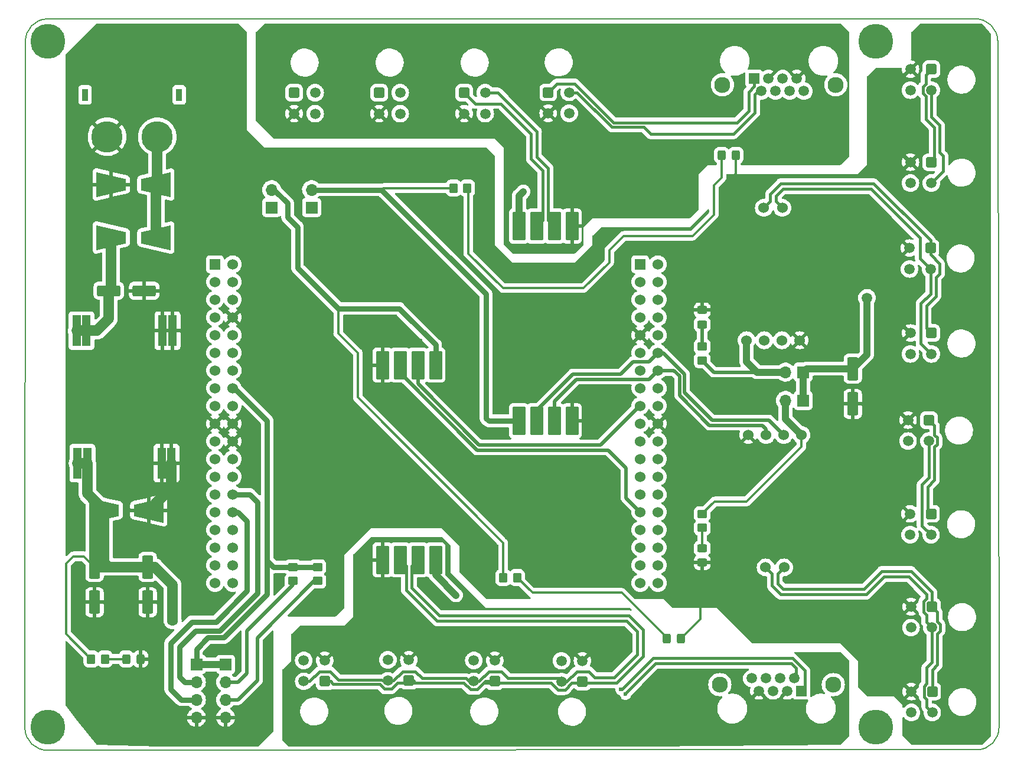
<source format=gtl>
G04 #@! TF.GenerationSoftware,KiCad,Pcbnew,6.0.1-79c1e3a40b~116~ubuntu18.04.1*
G04 #@! TF.CreationDate,2022-02-09T11:31:22+08:00*
G04 #@! TF.ProjectId,Nucleo_F446_power_can_shield,4e75636c-656f-45f4-9634-34365f706f77,rev?*
G04 #@! TF.SameCoordinates,Original*
G04 #@! TF.FileFunction,Copper,L1,Top*
G04 #@! TF.FilePolarity,Positive*
%FSLAX46Y46*%
G04 Gerber Fmt 4.6, Leading zero omitted, Abs format (unit mm)*
G04 Created by KiCad (PCBNEW 6.0.1-79c1e3a40b~116~ubuntu18.04.1) date 2022-02-09 11:31:22*
%MOMM*%
%LPD*%
G01*
G04 APERTURE LIST*
G04 Aperture macros list*
%AMRoundRect*
0 Rectangle with rounded corners*
0 $1 Rounding radius*
0 $2 $3 $4 $5 $6 $7 $8 $9 X,Y pos of 4 corners*
0 Add a 4 corners polygon primitive as box body*
4,1,4,$2,$3,$4,$5,$6,$7,$8,$9,$2,$3,0*
0 Add four circle primitives for the rounded corners*
1,1,$1+$1,$2,$3*
1,1,$1+$1,$4,$5*
1,1,$1+$1,$6,$7*
1,1,$1+$1,$8,$9*
0 Add four rect primitives between the rounded corners*
20,1,$1+$1,$2,$3,$4,$5,0*
20,1,$1+$1,$4,$5,$6,$7,0*
20,1,$1+$1,$6,$7,$8,$9,0*
20,1,$1+$1,$8,$9,$2,$3,0*%
%AMOutline4P*
0 Free polygon, 4 corners , with rotation*
0 The origin of the aperture is its center*
0 number of corners: always 4*
0 $1 to $8 corner X, Y*
0 $9 Rotation angle, in degrees counterclockwise*
0 create outline with 4 corners*
4,1,4,$1,$2,$3,$4,$5,$6,$7,$8,$1,$2,$9*%
G04 Aperture macros list end*
G04 #@! TA.AperFunction,Profile*
%ADD10C,0.150000*%
G04 #@! TD*
G04 #@! TA.AperFunction,SMDPad,CuDef*
%ADD11RoundRect,0.250000X-0.450000X0.350000X-0.450000X-0.350000X0.450000X-0.350000X0.450000X0.350000X0*%
G04 #@! TD*
G04 #@! TA.AperFunction,SMDPad,CuDef*
%ADD12Outline4P,-2.150000X-1.800000X2.150000X-0.800000X2.150000X0.800000X-2.150000X1.800000X0.000000*%
G04 #@! TD*
G04 #@! TA.AperFunction,SMDPad,CuDef*
%ADD13Outline4P,-2.150000X-1.800000X2.150000X-0.800000X2.150000X0.800000X-2.150000X1.800000X180.000000*%
G04 #@! TD*
G04 #@! TA.AperFunction,ComponentPad*
%ADD14R,1.700000X1.700000*%
G04 #@! TD*
G04 #@! TA.AperFunction,ComponentPad*
%ADD15O,1.700000X1.700000*%
G04 #@! TD*
G04 #@! TA.AperFunction,ComponentPad*
%ADD16C,1.524000*%
G04 #@! TD*
G04 #@! TA.AperFunction,SMDPad,CuDef*
%ADD17RoundRect,0.250000X0.450000X-0.325000X0.450000X0.325000X-0.450000X0.325000X-0.450000X-0.325000X0*%
G04 #@! TD*
G04 #@! TA.AperFunction,ComponentPad*
%ADD18RoundRect,0.250001X-0.499999X0.499999X-0.499999X-0.499999X0.499999X-0.499999X0.499999X0.499999X0*%
G04 #@! TD*
G04 #@! TA.AperFunction,ComponentPad*
%ADD19C,1.500000*%
G04 #@! TD*
G04 #@! TA.AperFunction,ComponentPad*
%ADD20RoundRect,0.250001X0.499999X0.499999X-0.499999X0.499999X-0.499999X-0.499999X0.499999X-0.499999X0*%
G04 #@! TD*
G04 #@! TA.AperFunction,SMDPad,CuDef*
%ADD21RoundRect,0.250000X-0.350000X-0.450000X0.350000X-0.450000X0.350000X0.450000X-0.350000X0.450000X0*%
G04 #@! TD*
G04 #@! TA.AperFunction,SMDPad,CuDef*
%ADD22RoundRect,0.250000X-0.550000X1.412500X-0.550000X-1.412500X0.550000X-1.412500X0.550000X1.412500X0*%
G04 #@! TD*
G04 #@! TA.AperFunction,ComponentPad*
%ADD23R,1.500000X1.500000*%
G04 #@! TD*
G04 #@! TA.AperFunction,ComponentPad*
%ADD24C,2.300000*%
G04 #@! TD*
G04 #@! TA.AperFunction,ComponentPad*
%ADD25RoundRect,0.250001X-0.499999X-0.499999X0.499999X-0.499999X0.499999X0.499999X-0.499999X0.499999X0*%
G04 #@! TD*
G04 #@! TA.AperFunction,SMDPad,CuDef*
%ADD26RoundRect,0.050000X0.840000X-1.950000X0.840000X1.950000X-0.840000X1.950000X-0.840000X-1.950000X0*%
G04 #@! TD*
G04 #@! TA.AperFunction,SMDPad,CuDef*
%ADD27RoundRect,0.250000X-1.412500X-0.550000X1.412500X-0.550000X1.412500X0.550000X-1.412500X0.550000X0*%
G04 #@! TD*
G04 #@! TA.AperFunction,ComponentPad*
%ADD28R,1.308000X4.500000*%
G04 #@! TD*
G04 #@! TA.AperFunction,SMDPad,CuDef*
%ADD29RoundRect,0.250000X0.325000X0.450000X-0.325000X0.450000X-0.325000X-0.450000X0.325000X-0.450000X0*%
G04 #@! TD*
G04 #@! TA.AperFunction,SMDPad,CuDef*
%ADD30RoundRect,0.250000X0.450000X-0.350000X0.450000X0.350000X-0.450000X0.350000X-0.450000X-0.350000X0*%
G04 #@! TD*
G04 #@! TA.AperFunction,SMDPad,CuDef*
%ADD31RoundRect,0.250000X-0.450000X0.325000X-0.450000X-0.325000X0.450000X-0.325000X0.450000X0.325000X0*%
G04 #@! TD*
G04 #@! TA.AperFunction,ComponentPad*
%ADD32R,1.530000X1.530000*%
G04 #@! TD*
G04 #@! TA.AperFunction,ComponentPad*
%ADD33C,1.530000*%
G04 #@! TD*
G04 #@! TA.AperFunction,WasherPad*
%ADD34R,0.900000X1.800000*%
G04 #@! TD*
G04 #@! TA.AperFunction,ComponentPad*
%ADD35C,4.500000*%
G04 #@! TD*
G04 #@! TA.AperFunction,SMDPad,CuDef*
%ADD36RoundRect,0.050000X-0.840000X1.950000X-0.840000X-1.950000X0.840000X-1.950000X0.840000X1.950000X0*%
G04 #@! TD*
G04 #@! TA.AperFunction,ViaPad*
%ADD37C,0.600000*%
G04 #@! TD*
G04 #@! TA.AperFunction,ViaPad*
%ADD38C,1.600000*%
G04 #@! TD*
G04 #@! TA.AperFunction,ViaPad*
%ADD39C,5.000000*%
G04 #@! TD*
G04 #@! TA.AperFunction,ViaPad*
%ADD40C,1.000000*%
G04 #@! TD*
G04 #@! TA.AperFunction,ViaPad*
%ADD41C,1.500000*%
G04 #@! TD*
G04 #@! TA.AperFunction,Conductor*
%ADD42C,1.000000*%
G04 #@! TD*
G04 #@! TA.AperFunction,Conductor*
%ADD43C,0.500000*%
G04 #@! TD*
G04 #@! TA.AperFunction,Conductor*
%ADD44C,1.500000*%
G04 #@! TD*
G04 #@! TA.AperFunction,Conductor*
%ADD45C,0.350000*%
G04 #@! TD*
G04 #@! TA.AperFunction,Conductor*
%ADD46C,0.800000*%
G04 #@! TD*
G04 #@! TA.AperFunction,Conductor*
%ADD47C,0.450000*%
G04 #@! TD*
G04 #@! TA.AperFunction,Conductor*
%ADD48C,0.200000*%
G04 #@! TD*
G04 APERTURE END LIST*
D10*
X130176375Y-116702149D02*
G75*
G03*
X133454600Y-119877149I3176626J1D01*
G01*
X266656149Y-119823625D02*
G75*
G03*
X269831149Y-116545400I-1J3176626D01*
G01*
X266372400Y-14971000D02*
X133429000Y-14969375D01*
X269650625Y-18014852D02*
X269831149Y-116545400D01*
X133429000Y-14969375D02*
G75*
G03*
X130254000Y-18247600I1J-3176626D01*
G01*
X130176375Y-116702149D02*
X130254000Y-18247600D01*
X266656149Y-119823625D02*
X133454600Y-119877149D01*
X269650625Y-18141851D02*
G75*
G03*
X266372400Y-14966851I-3176626J-1D01*
G01*
D11*
X172164000Y-93600000D03*
X172164000Y-95600000D03*
X168608000Y-93600000D03*
X168608000Y-95600000D03*
D12*
X141532000Y-85456000D03*
D13*
X147932000Y-85456000D03*
D14*
X154765000Y-107564000D03*
D15*
X154765000Y-110104000D03*
X154765000Y-112644000D03*
X154765000Y-115184000D03*
D16*
X233632000Y-61072000D03*
X236172000Y-61072000D03*
X238712000Y-61072000D03*
X241252000Y-61072000D03*
X236121200Y-42072800D03*
X238762800Y-42072800D03*
D17*
X227282000Y-92958000D03*
X227282000Y-90908000D03*
D18*
X260130000Y-35521000D03*
D19*
X260130000Y-38521000D03*
X257130000Y-35521000D03*
X257130000Y-38521000D03*
D20*
X173156000Y-110006000D03*
D19*
X170156000Y-110006000D03*
X173156000Y-107006000D03*
X170156000Y-107006000D03*
D18*
X260257000Y-111467000D03*
D19*
X260257000Y-114467000D03*
X257257000Y-111467000D03*
X257257000Y-114467000D03*
D21*
X191611000Y-39228000D03*
X193611000Y-39228000D03*
D14*
X241760000Y-65644000D03*
D15*
X239220000Y-65644000D03*
D22*
X248872000Y-65138500D03*
X248872000Y-70213500D03*
D23*
X234745600Y-23528800D03*
D19*
X235761600Y-25308800D03*
X236777600Y-23528800D03*
X237793600Y-25308800D03*
X238809600Y-23528800D03*
X239825600Y-25308800D03*
X240841600Y-23528800D03*
X241857600Y-25308800D03*
D24*
X230175600Y-24418800D03*
X246435600Y-24418800D03*
D18*
X260130000Y-22186000D03*
D19*
X260130000Y-25186000D03*
X257130000Y-22186000D03*
X257130000Y-25186000D03*
D12*
X142548000Y-46340000D03*
D13*
X148948000Y-46340000D03*
D25*
X168783000Y-25559000D03*
D19*
X171783000Y-25559000D03*
X168783000Y-28559000D03*
X171783000Y-28559000D03*
D26*
X200993000Y-72629000D03*
X203533000Y-72629000D03*
X206073000Y-72629000D03*
X208613000Y-72629000D03*
X200993000Y-44689000D03*
X203533000Y-44689000D03*
X206073000Y-44689000D03*
X208613000Y-44689000D03*
D27*
X142194500Y-53960000D03*
X147269500Y-53960000D03*
D18*
X260003000Y-47840000D03*
D19*
X260003000Y-50840000D03*
X257003000Y-47840000D03*
X257003000Y-50840000D03*
D28*
X137594250Y-59700000D03*
X149910250Y-59700000D03*
X138994250Y-59700000D03*
X151310250Y-59700000D03*
X137718250Y-78700000D03*
X149786250Y-78700000D03*
X139118250Y-78700000D03*
X151186250Y-78700000D03*
D29*
X232117000Y-34529000D03*
X230067000Y-34529000D03*
D30*
X227282000Y-63977000D03*
X227282000Y-61977000D03*
D18*
X260130000Y-60032000D03*
D19*
X260130000Y-63032000D03*
X257130000Y-60032000D03*
X257130000Y-63032000D03*
D20*
X185221000Y-109922000D03*
D19*
X182221000Y-109922000D03*
X185221000Y-106922000D03*
X182221000Y-106922000D03*
D13*
X148948000Y-38720000D03*
D12*
X142548000Y-38720000D03*
D31*
X227282000Y-56745000D03*
X227282000Y-58795000D03*
D14*
X171275000Y-42022000D03*
D15*
X171275000Y-39482000D03*
D25*
X193167000Y-25559000D03*
D19*
X196167000Y-25559000D03*
X193167000Y-28559000D03*
X196167000Y-28559000D03*
D32*
X157432000Y-50165000D03*
D33*
X159972000Y-50165000D03*
X157432000Y-52705000D03*
X159972000Y-52705000D03*
X157432000Y-55245000D03*
X159972000Y-55245000D03*
X157432000Y-57785000D03*
X159972000Y-57785000D03*
X157432000Y-60325000D03*
X159972000Y-60325000D03*
X157432000Y-62865000D03*
X159972000Y-62865000D03*
X157432000Y-65405000D03*
X159972000Y-65405000D03*
X157432000Y-67945000D03*
X159972000Y-67945000D03*
X157432000Y-70485000D03*
X159972000Y-70485000D03*
X157432000Y-73025000D03*
X159972000Y-73025000D03*
X157432000Y-75565000D03*
X159972000Y-75565000D03*
X157432000Y-78105000D03*
X159972000Y-78105000D03*
X157432000Y-80645000D03*
X159972000Y-80645000D03*
X157432000Y-83185000D03*
X159972000Y-83185000D03*
X157432000Y-85725000D03*
X159972000Y-85725000D03*
X157432000Y-88265000D03*
X159972000Y-88265000D03*
X157432000Y-90805000D03*
X159972000Y-90805000D03*
X157432000Y-93345000D03*
X159972000Y-93345000D03*
X157432000Y-95885000D03*
X159972000Y-95885000D03*
D32*
X218392000Y-50165000D03*
D33*
X220932000Y-50165000D03*
X218392000Y-52705000D03*
X220932000Y-52705000D03*
X218392000Y-55245000D03*
X220932000Y-55245000D03*
X218392000Y-57785000D03*
X220932000Y-57785000D03*
X218392000Y-60325000D03*
X220932000Y-60325000D03*
X218392000Y-62865000D03*
X220932000Y-62865000D03*
X218392000Y-65405000D03*
X220932000Y-65405000D03*
X218392000Y-67945000D03*
X220932000Y-67945000D03*
X218392000Y-70485000D03*
X220932000Y-70485000D03*
X218392000Y-73025000D03*
X220932000Y-73025000D03*
X218392000Y-75565000D03*
X220932000Y-75565000D03*
X218392000Y-78105000D03*
X220932000Y-78105000D03*
X218392000Y-80645000D03*
X220932000Y-80645000D03*
X218392000Y-83185000D03*
X220932000Y-83185000D03*
X218392000Y-85725000D03*
X220932000Y-85725000D03*
X218392000Y-88265000D03*
X220932000Y-88265000D03*
X218392000Y-90805000D03*
X220932000Y-90805000D03*
X218392000Y-93345000D03*
X220932000Y-93345000D03*
X218392000Y-95885000D03*
X220932000Y-95885000D03*
D14*
X241760000Y-69708000D03*
D15*
X239220000Y-69708000D03*
D11*
X227282000Y-85980000D03*
X227282000Y-87980000D03*
D20*
X210113000Y-110049000D03*
D19*
X207113000Y-110049000D03*
X210113000Y-107049000D03*
X207113000Y-107049000D03*
D16*
X241506000Y-74661000D03*
X238966000Y-74661000D03*
X236426000Y-74661000D03*
X233886000Y-74661000D03*
X239016800Y-93660200D03*
X236375200Y-93660200D03*
D22*
X147780000Y-93586500D03*
X147780000Y-98661500D03*
D20*
X197540000Y-110006000D03*
D19*
X194540000Y-110006000D03*
X197540000Y-107006000D03*
X194540000Y-107006000D03*
D25*
X205208000Y-25514000D03*
D19*
X208208000Y-25514000D03*
X205208000Y-28514000D03*
X208208000Y-28514000D03*
D14*
X165560000Y-42022000D03*
D15*
X165560000Y-39482000D03*
D21*
X198739000Y-95108000D03*
X200739000Y-95108000D03*
D14*
X158956000Y-107564000D03*
D15*
X158956000Y-110104000D03*
X158956000Y-112644000D03*
X158956000Y-115184000D03*
D29*
X146764000Y-106792000D03*
X144714000Y-106792000D03*
D18*
X260085000Y-85964000D03*
D19*
X260085000Y-88964000D03*
X257085000Y-85964000D03*
X257085000Y-88964000D03*
D23*
X241506000Y-111364000D03*
D19*
X240490000Y-109584000D03*
X239474000Y-111364000D03*
X238458000Y-109584000D03*
X237442000Y-111364000D03*
X236426000Y-109584000D03*
X235410000Y-111364000D03*
X234394000Y-109584000D03*
D24*
X229816000Y-110474000D03*
X246076000Y-110474000D03*
D34*
X138798000Y-25879000D03*
X152298000Y-25879000D03*
D35*
X141948000Y-31879000D03*
X149148000Y-31879000D03*
D29*
X224243000Y-103871000D03*
X222193000Y-103871000D03*
D25*
X180975000Y-25559000D03*
D19*
X183975000Y-25559000D03*
X180975000Y-28559000D03*
X183975000Y-28559000D03*
D18*
X260212000Y-99299000D03*
D19*
X260212000Y-102299000D03*
X257212000Y-99299000D03*
X257212000Y-102299000D03*
D21*
X139684000Y-106792000D03*
X141684000Y-106792000D03*
D18*
X259786000Y-72526000D03*
D19*
X259786000Y-75526000D03*
X256786000Y-72526000D03*
X256786000Y-75526000D03*
D36*
X189055000Y-64628000D03*
X186515000Y-64628000D03*
X183975000Y-64628000D03*
X181435000Y-64628000D03*
X189055000Y-92568000D03*
X186515000Y-92568000D03*
X183975000Y-92568000D03*
X181435000Y-92568000D03*
D22*
X140160000Y-93586500D03*
X140160000Y-98661500D03*
D37*
X152860000Y-49388000D03*
X152860000Y-42276000D03*
X152860000Y-36180000D03*
X137112000Y-49388000D03*
X137112000Y-42276000D03*
X137112000Y-36180000D03*
X193500000Y-88504000D03*
X193500000Y-91552000D03*
X197056000Y-91552000D03*
X197056000Y-97140000D03*
X200612000Y-97140000D03*
X165052000Y-115428000D03*
X165052000Y-110348000D03*
X165052000Y-105268000D03*
D38*
X151336000Y-101204000D03*
D39*
X252174000Y-116571000D03*
X133429000Y-116571000D03*
X252174000Y-18146000D03*
X133429000Y-18146000D03*
D37*
X214836000Y-26020000D03*
X222456000Y-36688000D03*
X211280000Y-36688000D03*
X244300000Y-34148000D03*
X211280000Y-31608000D03*
X245646200Y-28788600D03*
X211280000Y-42276000D03*
X240236000Y-19416000D03*
X174704000Y-30592000D03*
X198072000Y-30592000D03*
X236172000Y-31100000D03*
X221440000Y-19416000D03*
X221440000Y-26020000D03*
X222456000Y-42276000D03*
X206708000Y-31608000D03*
X214836000Y-19416000D03*
X216868000Y-42276000D03*
X177752000Y-30592000D03*
X235664000Y-19416000D03*
X216868000Y-36688000D03*
X186896000Y-30592000D03*
X190452000Y-30592000D03*
X200612000Y-32624000D03*
X200612000Y-36688000D03*
X215618379Y-111179869D03*
X216290131Y-111851621D03*
X208740000Y-104760000D03*
X221440000Y-109332000D03*
X189944000Y-114412000D03*
X215852000Y-104760000D03*
X213312000Y-104760000D03*
X178768000Y-95616000D03*
X176228000Y-107300000D03*
X191468000Y-104760000D03*
X204676000Y-104760000D03*
X213312000Y-106792000D03*
X239728000Y-117460000D03*
X177752000Y-114412000D03*
X188420000Y-104760000D03*
X191468000Y-107300000D03*
X236172000Y-117460000D03*
X188420000Y-107300000D03*
X202136000Y-114412000D03*
X178768000Y-102728000D03*
X244300000Y-107300000D03*
X221440000Y-114920000D03*
X196040000Y-104760000D03*
X226012000Y-114920000D03*
X178768000Y-99172000D03*
X178768000Y-107300000D03*
X215344000Y-114412000D03*
X236172000Y-114920000D03*
X170640000Y-103744000D03*
X182324000Y-99172000D03*
X178768000Y-92568000D03*
X239728000Y-114920000D03*
X182324000Y-102728000D03*
X221440000Y-111872000D03*
X201120000Y-104760000D03*
X182324000Y-95616000D03*
X174704000Y-103744000D03*
X226012000Y-109332000D03*
X226012000Y-111872000D03*
X247856000Y-55484000D03*
X189944000Y-41768000D03*
X196040000Y-42276000D03*
X167592000Y-80376000D03*
X227028000Y-97648000D03*
X174196000Y-99172000D03*
X175720000Y-73264000D03*
X238712000Y-100696000D03*
X171656000Y-76820000D03*
X156416000Y-36180000D03*
X252936000Y-75296000D03*
X253952000Y-59548000D03*
X143208000Y-112380000D03*
X252936000Y-92060000D03*
X209248000Y-87996000D03*
X167592000Y-87488000D03*
X167592000Y-76820000D03*
X189436000Y-36180000D03*
X230076000Y-48372000D03*
X212296000Y-63612000D03*
X181308000Y-58024000D03*
X215344000Y-71232000D03*
X166068000Y-60056000D03*
X166576000Y-95616000D03*
X253952000Y-28560000D03*
X211788000Y-56500000D03*
X170640000Y-65136000D03*
X193500000Y-62596000D03*
X253952000Y-33640000D03*
X156416000Y-30592000D03*
X139144000Y-112380000D03*
X154384000Y-95616000D03*
X139144000Y-108316000D03*
X175720000Y-54468000D03*
X154384000Y-59040000D03*
X183848000Y-61072000D03*
X260048000Y-16876000D03*
X159972000Y-20940000D03*
X181308000Y-61072000D03*
X265128000Y-55484000D03*
X197564000Y-57008000D03*
X156416000Y-45832000D03*
X223472000Y-52436000D03*
X183848000Y-54468000D03*
X230584000Y-93584000D03*
X166068000Y-46848000D03*
X205692000Y-80884000D03*
X248872000Y-75296000D03*
X195532000Y-36180000D03*
X211788000Y-68692000D03*
X248872000Y-87996000D03*
X156416000Y-40752000D03*
X253952000Y-48880000D03*
X198072000Y-49896000D03*
X223472000Y-48372000D03*
X193500000Y-54468000D03*
X230584000Y-90028000D03*
X265636000Y-80376000D03*
X230584000Y-86472000D03*
X254460000Y-98664000D03*
X230584000Y-97648000D03*
X214328000Y-90536000D03*
X175720000Y-83932000D03*
X156416000Y-25512000D03*
X209248000Y-80884000D03*
X234140000Y-97648000D03*
X265128000Y-106792000D03*
X154384000Y-85964000D03*
X159972000Y-45832000D03*
X186896000Y-61072000D03*
X252936000Y-83424000D03*
X256492000Y-67168000D03*
X211788000Y-74280000D03*
X248872000Y-79360000D03*
X257000000Y-41260000D03*
X243792000Y-51420000D03*
X159972000Y-25512000D03*
X205692000Y-84440000D03*
X223472000Y-56500000D03*
X154384000Y-92568000D03*
X265128000Y-67676000D03*
X154384000Y-67676000D03*
X223472000Y-60056000D03*
X264620000Y-30592000D03*
X159972000Y-40752000D03*
X170640000Y-60056000D03*
X195532000Y-78344000D03*
X154384000Y-75804000D03*
X147780000Y-112380000D03*
X227028000Y-75296000D03*
X144224000Y-103744000D03*
X215344000Y-53960000D03*
X175720000Y-87488000D03*
X154384000Y-63612000D03*
X211788000Y-49388000D03*
X154384000Y-54468000D03*
X143208000Y-116444000D03*
X234648000Y-39228000D03*
X154384000Y-79868000D03*
X183848000Y-44816000D03*
X248872000Y-83424000D03*
X251412000Y-103236000D03*
X256492000Y-79360000D03*
X234648000Y-43800000D03*
X264112000Y-16876000D03*
X179276000Y-68184000D03*
X179276000Y-61072000D03*
X166068000Y-54976000D03*
X211788000Y-71232000D03*
X171656000Y-83932000D03*
X147780000Y-116444000D03*
X211280000Y-86980000D03*
X234140000Y-100696000D03*
X167592000Y-83932000D03*
X230076000Y-63612000D03*
X167592000Y-69200000D03*
X243792000Y-100696000D03*
X252936000Y-87996000D03*
X230076000Y-60056000D03*
X154384000Y-71740000D03*
X143208000Y-108316000D03*
X230076000Y-52436000D03*
X227028000Y-78852000D03*
X252936000Y-79360000D03*
X209248000Y-91552000D03*
X251412000Y-106792000D03*
X175720000Y-80376000D03*
X227028000Y-82408000D03*
X247856000Y-59548000D03*
X214328000Y-87488000D03*
X243792000Y-55484000D03*
X230076000Y-56500000D03*
X248872000Y-100696000D03*
X248872000Y-92060000D03*
X167592000Y-73264000D03*
X162512000Y-73264000D03*
X252936000Y-67168000D03*
X214328000Y-95108000D03*
X147780000Y-108316000D03*
X166068000Y-65136000D03*
X159972000Y-30592000D03*
X154384000Y-82916000D03*
X230584000Y-78852000D03*
X171148000Y-99172000D03*
X230584000Y-75296000D03*
X264620000Y-43292000D03*
X171656000Y-80376000D03*
X154384000Y-89520000D03*
X166068000Y-50404000D03*
X209248000Y-95108000D03*
X254968000Y-106792000D03*
X253952000Y-45324000D03*
X253952000Y-52436000D03*
X215344000Y-68692000D03*
X253952000Y-55484000D03*
X230076000Y-39228000D03*
X245316000Y-75296000D03*
X175720000Y-76820000D03*
X245316000Y-79360000D03*
X265636000Y-94092000D03*
X253952000Y-37196000D03*
X212804000Y-79360000D03*
X159972000Y-36180000D03*
X139144000Y-116444000D03*
X179276000Y-58024000D03*
X170640000Y-54976000D03*
X160480000Y-104252000D03*
X230076000Y-43800000D03*
X253952000Y-23988000D03*
X244300000Y-62088000D03*
X171656000Y-87488000D03*
X171656000Y-73264000D03*
X230584000Y-82408000D03*
X175720000Y-44816000D03*
X156416000Y-20940000D03*
X252936000Y-71232000D03*
D40*
X201628000Y-39736000D03*
X191976000Y-97648000D03*
D41*
X250904000Y-54976000D03*
D42*
X235664000Y-65644000D02*
X235156000Y-65644000D01*
X239220000Y-65644000D02*
X235664000Y-65644000D01*
D43*
X227282000Y-63977000D02*
X228949000Y-65644000D01*
X228949000Y-65644000D02*
X235664000Y-65644000D01*
X227282000Y-58795000D02*
X227282000Y-61977000D01*
D44*
X148798500Y-93586500D02*
X151336000Y-96124000D01*
X151336000Y-96124000D02*
X151336000Y-101204000D01*
X147780000Y-93586500D02*
X148798500Y-93586500D01*
D45*
X136096000Y-103204000D02*
X136096000Y-93076000D01*
X139684000Y-106792000D02*
X136096000Y-103204000D01*
X138633500Y-92060000D02*
X140160000Y-93586500D01*
X136096000Y-93076000D02*
X137112000Y-92060000D01*
X137112000Y-92060000D02*
X138633500Y-92060000D01*
X141684000Y-106792000D02*
X144714000Y-106792000D01*
D44*
X142189500Y-93586500D02*
X141686500Y-93586500D01*
X147780000Y-93586500D02*
X142189500Y-93586500D01*
X141532000Y-92929000D02*
X142189500Y-93586500D01*
X141532000Y-85456000D02*
X141532000Y-92929000D01*
X141686500Y-93586500D02*
X140160000Y-93586500D01*
X141532000Y-85456000D02*
X141532000Y-93432000D01*
X141532000Y-93432000D02*
X141686500Y-93586500D01*
X140160000Y-93586500D02*
X140160000Y-86828000D01*
X140160000Y-86828000D02*
X141532000Y-85456000D01*
X151186250Y-78700000D02*
X151186250Y-82201750D01*
X151186250Y-82201750D02*
X147932000Y-85456000D01*
X139118250Y-78700000D02*
X139118250Y-83042250D01*
X139118250Y-83042250D02*
X141532000Y-85456000D01*
D43*
X160724000Y-112644000D02*
X163528000Y-109840000D01*
X163528000Y-109840000D02*
X163528000Y-103744000D01*
X158956000Y-112644000D02*
X160724000Y-112644000D01*
X163528000Y-103744000D02*
X171672000Y-95600000D01*
X171672000Y-95600000D02*
X172164000Y-95600000D01*
X168608000Y-95600000D02*
X168608000Y-96124000D01*
X168608000Y-96124000D02*
X162004000Y-102728000D01*
X162004000Y-108824000D02*
X160724000Y-110104000D01*
X162004000Y-102728000D02*
X162004000Y-108824000D01*
X160724000Y-110104000D02*
X158956000Y-110104000D01*
D46*
X164908519Y-92680621D02*
X165827898Y-93600000D01*
X164908519Y-85312519D02*
X164908519Y-92680621D01*
X165827898Y-93600000D02*
X168608000Y-93600000D01*
X168608000Y-93600000D02*
X172164000Y-93600000D01*
X164908519Y-72612519D02*
X164908519Y-85312519D01*
X164908519Y-85312519D02*
X164908519Y-97554015D01*
D44*
X137594250Y-59700000D02*
X138994250Y-59700000D01*
X142194500Y-53960000D02*
X142194500Y-58021500D01*
X142194500Y-58021500D02*
X140516000Y-59700000D01*
X140516000Y-59700000D02*
X138994250Y-59700000D01*
X142548000Y-46340000D02*
X142548000Y-53606500D01*
X142548000Y-53606500D02*
X142194500Y-53960000D01*
X148948000Y-38720000D02*
X148948000Y-46340000D01*
X149148000Y-31879000D02*
X149148000Y-38520000D01*
X149148000Y-38520000D02*
X148948000Y-38720000D01*
D46*
X154130000Y-101458000D02*
X151082000Y-104506000D01*
X151082000Y-104506000D02*
X151082000Y-111110000D01*
X157559000Y-101458000D02*
X154130000Y-101458000D01*
X162004000Y-97013000D02*
X157559000Y-101458000D01*
X162004000Y-86980000D02*
X162004000Y-97013000D01*
X159972000Y-85725000D02*
X160749000Y-85725000D01*
X160749000Y-85725000D02*
X162004000Y-86980000D01*
X151082000Y-111110000D02*
X152616000Y-112644000D01*
X152616000Y-112644000D02*
X154765000Y-112644000D01*
X154638000Y-102728000D02*
X152352000Y-105014000D01*
X158130500Y-102728000D02*
X154638000Y-102728000D01*
X163528000Y-97330500D02*
X158130500Y-102728000D01*
X163528000Y-84313000D02*
X163528000Y-97330500D01*
X159972000Y-83185000D02*
X162400000Y-83185000D01*
X162400000Y-83185000D02*
X163528000Y-84313000D01*
X152352000Y-109332000D02*
X153124000Y-110104000D01*
X152352000Y-105014000D02*
X152352000Y-109332000D01*
X153124000Y-110104000D02*
X154765000Y-110104000D01*
X158735014Y-103727520D02*
X156432480Y-103727520D01*
X156432480Y-103727520D02*
X154765000Y-105395000D01*
X164908519Y-97554015D02*
X158735014Y-103727520D01*
X159972000Y-67945000D02*
X160241000Y-67945000D01*
X160241000Y-67945000D02*
X164908519Y-72612519D01*
X154765000Y-105395000D02*
X154765000Y-107691000D01*
D43*
X183975000Y-65771000D02*
X195024000Y-76820000D01*
X183975000Y-64628000D02*
X183975000Y-65771000D01*
X195024000Y-76820000D02*
X213820000Y-76820000D01*
X213820000Y-76820000D02*
X216360000Y-79360000D01*
X216360000Y-79360000D02*
X216360000Y-83693000D01*
X216360000Y-83693000D02*
X218392000Y-85725000D01*
X186515000Y-67295000D02*
X195278000Y-76058000D01*
X186515000Y-64628000D02*
X186515000Y-67295000D01*
X195278000Y-76058000D02*
X212684500Y-76058000D01*
X212684500Y-76058000D02*
X218257500Y-70485000D01*
X218257500Y-70485000D02*
X218392000Y-70485000D01*
D42*
X154765000Y-107564000D02*
X158956000Y-107564000D01*
D47*
X232300314Y-29830000D02*
X214582000Y-29830000D01*
X208994000Y-24242000D02*
X206480000Y-24242000D01*
X203533000Y-44689000D02*
X204403000Y-43819000D01*
X202752000Y-31476686D02*
X198395314Y-27120000D01*
X233936800Y-28193514D02*
X232300314Y-29830000D01*
X214582000Y-29830000D02*
X208994000Y-24242000D01*
X204403000Y-43819000D02*
X204403000Y-36726686D01*
X202752000Y-35075686D02*
X204403000Y-36726686D01*
X234745600Y-24663790D02*
X233936800Y-25472590D01*
X234745600Y-23528800D02*
X234745600Y-24663790D01*
X206480000Y-24242000D02*
X205208000Y-25514000D01*
X233936800Y-25472590D02*
X233936800Y-28193514D01*
X202752000Y-31476686D02*
X202752000Y-35075686D01*
X194728000Y-27120000D02*
X193167000Y-25559000D01*
X198395314Y-27120000D02*
X194728000Y-27120000D01*
X234851200Y-25768886D02*
X234851200Y-28410486D01*
X235311286Y-25308800D02*
X234851200Y-25768886D01*
X203552000Y-34744314D02*
X205203000Y-36395314D01*
X205203000Y-43819000D02*
X205203000Y-36395314D01*
X203552000Y-31145314D02*
X197965686Y-25559000D01*
X214312959Y-30479519D02*
X209347440Y-25514000D01*
X203552000Y-31145314D02*
X203552000Y-34744314D01*
X234851200Y-28410486D02*
X231785167Y-31476519D01*
X235761600Y-25308800D02*
X235311286Y-25308800D01*
X197965686Y-25559000D02*
X196167000Y-25559000D01*
X206073000Y-44689000D02*
X205203000Y-43819000D01*
X209347440Y-25514000D02*
X208208000Y-25514000D01*
X231785167Y-31476519D02*
X219881959Y-31476519D01*
X218884960Y-30479520D02*
X214312959Y-30479519D01*
X219881959Y-31476519D02*
X218884960Y-30479520D01*
X218792000Y-106449686D02*
X215010393Y-110231293D01*
X181734501Y-111096511D02*
X181046489Y-110408499D01*
X215724445Y-111179869D02*
X220258314Y-106646000D01*
X186515000Y-92568000D02*
X185645000Y-93438000D01*
X196201010Y-110006000D02*
X195975717Y-110231293D01*
X185221000Y-109922000D02*
X185835000Y-109922000D01*
X215618379Y-111179869D02*
X215724445Y-111179869D01*
X207599499Y-111223511D02*
X206626501Y-111223511D01*
X185835000Y-109922000D02*
X186144293Y-110231293D01*
X216779686Y-100550000D02*
X218792000Y-102562314D01*
X193104283Y-110231293D02*
X186144293Y-110231293D01*
X185645000Y-93438000D02*
X185645000Y-96593314D01*
X185645000Y-96593314D02*
X189601686Y-100550000D01*
X174389167Y-110408499D02*
X173986668Y-110006000D01*
X195975717Y-110231293D02*
X195026499Y-111180511D01*
X206626501Y-111223511D02*
X205634283Y-110231293D01*
X181046489Y-110408499D02*
X174389167Y-110408499D01*
X205634283Y-110231293D02*
X195975717Y-110231293D01*
X173986668Y-110006000D02*
X173156000Y-110006000D01*
X183572717Y-110231293D02*
X182707499Y-111096511D01*
X208591717Y-110231293D02*
X207599499Y-111223511D01*
X242014000Y-108471126D02*
X242014000Y-110856000D01*
X218792000Y-102562314D02*
X218792000Y-106449686D01*
X215010393Y-110231293D02*
X208591717Y-110231293D01*
X197540000Y-110006000D02*
X196201010Y-110006000D01*
X195026499Y-111180511D02*
X194053501Y-111180511D01*
X242014000Y-110856000D02*
X241506000Y-111364000D01*
X220258314Y-106646000D02*
X240188874Y-106646000D01*
X194053501Y-111180511D02*
X193104283Y-110231293D01*
X186144293Y-110231293D02*
X183572717Y-110231293D01*
X240188874Y-106646000D02*
X242014000Y-108471126D01*
X189601686Y-100550000D02*
X216779686Y-100550000D01*
X182707499Y-111096511D02*
X181734501Y-111096511D01*
X220589686Y-107446000D02*
X240070314Y-107446000D01*
X173934957Y-108570000D02*
X172418000Y-108570000D01*
X172418000Y-108570000D02*
X170982000Y-110006000D01*
X217992000Y-102893686D02*
X217992000Y-106118314D01*
X187145773Y-109581773D02*
X186134000Y-108570000D01*
X186134000Y-108570000D02*
X184315451Y-108570000D01*
X195282450Y-110006000D02*
X193797550Y-110006000D01*
X193797550Y-110006000D02*
X193373322Y-109581773D01*
X199457730Y-109581773D02*
X198445957Y-108570000D01*
X193373322Y-109581773D02*
X187145773Y-109581773D01*
X175123936Y-109758979D02*
X173934957Y-108570000D01*
X182963451Y-109922000D02*
X181478550Y-109922000D01*
X240070314Y-107446000D02*
X240706000Y-108081686D01*
X184845000Y-96924686D02*
X189270314Y-101350000D01*
X181478550Y-109922000D02*
X181315528Y-109758979D01*
X189270314Y-101350000D02*
X216448314Y-101350000D01*
X211887293Y-109431293D02*
X211026000Y-108570000D01*
X183975000Y-92568000D02*
X184845000Y-93438000D01*
X214679021Y-109431293D02*
X211887293Y-109431293D01*
X240706000Y-108081686D02*
X240706000Y-109368000D01*
X198445957Y-108570000D02*
X196718450Y-108570000D01*
X240706000Y-109368000D02*
X240490000Y-109584000D01*
X216448314Y-101350000D02*
X217992000Y-102893686D01*
X217992000Y-106118314D02*
X214679021Y-109431293D01*
X206645773Y-109581773D02*
X199457730Y-109581773D01*
X216290131Y-111745555D02*
X220589686Y-107446000D01*
X184315451Y-108570000D02*
X182963451Y-109922000D01*
X211026000Y-108570000D02*
X209301000Y-108570000D01*
X216290131Y-111851621D02*
X216290131Y-111745555D01*
X181315528Y-109758979D02*
X175123936Y-109758979D01*
X209301000Y-108570000D02*
X207822000Y-110049000D01*
X184845000Y-93438000D02*
X184845000Y-96924686D01*
X196718450Y-108570000D02*
X195282450Y-110006000D01*
X170982000Y-110006000D02*
X170156000Y-110006000D01*
X207822000Y-110049000D02*
X207113000Y-110049000D01*
X207113000Y-110049000D02*
X206645773Y-109581773D01*
X260212000Y-99299000D02*
X260212000Y-97198314D01*
X238096000Y-95958314D02*
X238096000Y-94581000D01*
X260586000Y-76387010D02*
X260586000Y-81117686D01*
X261012000Y-107615686D02*
X260257000Y-108370686D01*
X261012000Y-100099000D02*
X261012000Y-101437990D01*
X259616113Y-82087573D02*
X259616113Y-85495113D01*
X261012000Y-103160010D02*
X261012000Y-107615686D01*
X238096000Y-94581000D02*
X239016800Y-93660200D01*
X261386511Y-102785499D02*
X261012000Y-103160010D01*
X260586000Y-74664990D02*
X260960511Y-75039501D01*
X260586000Y-81117686D02*
X259616113Y-82087573D01*
X250484314Y-96740000D02*
X238877686Y-96740000D01*
X260960511Y-75039501D02*
X260960511Y-76012499D01*
X261386511Y-101812501D02*
X261386511Y-102785499D01*
X260212000Y-99299000D02*
X261012000Y-100099000D01*
X238877686Y-96740000D02*
X238096000Y-95958314D01*
X253024314Y-94200000D02*
X250484314Y-96740000D01*
X259616113Y-85495113D02*
X260085000Y-85964000D01*
X261012000Y-101437990D02*
X261386511Y-101812501D01*
X260586000Y-73326000D02*
X260586000Y-74664990D01*
X260960511Y-76012499D02*
X260586000Y-76387010D01*
X257213686Y-94200000D02*
X253024314Y-94200000D01*
X260257000Y-108370686D02*
X260257000Y-111467000D01*
X260212000Y-97198314D02*
X257213686Y-94200000D01*
X259786000Y-72526000D02*
X260586000Y-73326000D01*
X256882314Y-95000000D02*
X253355686Y-95000000D01*
X238546314Y-97540000D02*
X237296000Y-96289686D01*
X259457000Y-113667000D02*
X260257000Y-114467000D01*
X259412000Y-101499000D02*
X259412000Y-100452914D01*
X259412000Y-100452914D02*
X259037480Y-100078394D01*
X259082480Y-110687606D02*
X259082480Y-112246394D01*
X258778000Y-81794314D02*
X258778000Y-87657000D01*
X237296000Y-94581000D02*
X236375200Y-93660200D01*
X259037480Y-100078394D02*
X259037480Y-98519606D01*
X237296000Y-96289686D02*
X237296000Y-94581000D01*
X253355686Y-95000000D02*
X250815686Y-97540000D01*
X258778000Y-87657000D02*
X260085000Y-88964000D01*
X259412000Y-97529686D02*
X256882314Y-95000000D01*
X259457000Y-112620914D02*
X259457000Y-113667000D01*
X260212000Y-102299000D02*
X259412000Y-101499000D01*
X259457000Y-110313086D02*
X259082480Y-110687606D01*
X259412000Y-98145086D02*
X259412000Y-97529686D01*
X250815686Y-97540000D02*
X238546314Y-97540000D01*
X260212000Y-107284314D02*
X259457000Y-108039314D01*
X260212000Y-102299000D02*
X260212000Y-107284314D01*
X259786000Y-75526000D02*
X259786000Y-80786314D01*
X259457000Y-108039314D02*
X259457000Y-110313086D01*
X259037480Y-98519606D02*
X259412000Y-98145086D01*
X259082480Y-112246394D02*
X259457000Y-112620914D01*
X259786000Y-80786314D02*
X258778000Y-81794314D01*
D45*
X232117000Y-37187000D02*
X230076000Y-39228000D01*
X232117000Y-34529000D02*
X232117000Y-37187000D01*
X227028000Y-101086000D02*
X227028000Y-97648000D01*
X224243000Y-103871000D02*
X227028000Y-101086000D01*
D47*
X260803000Y-52048005D02*
X260803000Y-54738686D01*
X260130000Y-22186000D02*
X259330000Y-22986000D01*
X251831686Y-38574000D02*
X238546314Y-38574000D01*
X259330000Y-24324990D02*
X258955489Y-24699501D01*
X259330000Y-22986000D02*
X259330000Y-24324990D01*
X260003000Y-47840000D02*
X260003000Y-46745314D01*
X258955489Y-24699501D02*
X258955489Y-25672499D01*
X260003000Y-48787000D02*
X261318000Y-50102000D01*
X237042000Y-40078314D02*
X237042000Y-41152000D01*
X259432000Y-59334000D02*
X260130000Y-60032000D01*
X237042000Y-41152000D02*
X236121200Y-42072800D01*
X260803000Y-54738686D02*
X259432000Y-56109686D01*
X259330000Y-29375686D02*
X260509955Y-30555641D01*
X260509955Y-30555641D02*
X260509955Y-35141045D01*
X259330000Y-26047010D02*
X259330000Y-29375686D01*
X260003000Y-47840000D02*
X260003000Y-48787000D01*
X261318000Y-50102000D02*
X261318000Y-51533005D01*
X261318000Y-51533005D02*
X260803000Y-52048005D01*
X260509955Y-35141045D02*
X260130000Y-35521000D01*
X260003000Y-46745314D02*
X251831686Y-38574000D01*
X238546314Y-38574000D02*
X237042000Y-40078314D01*
X259432000Y-56109686D02*
X259432000Y-59334000D01*
X258955489Y-25672499D02*
X259330000Y-26047010D01*
X237842000Y-41152000D02*
X238762800Y-42072800D01*
X261309955Y-34091955D02*
X261826000Y-34608000D01*
X260003000Y-50840000D02*
X258524000Y-49361000D01*
X260003000Y-50840000D02*
X260003000Y-54407314D01*
X260130000Y-29044314D02*
X261309955Y-30224269D01*
X237842000Y-40409686D02*
X237842000Y-41152000D01*
X260003000Y-54407314D02*
X258632000Y-55778314D01*
X261826000Y-34608000D02*
X261826000Y-36825000D01*
X258524000Y-49361000D02*
X258524000Y-46397686D01*
X258632000Y-55778314D02*
X258632000Y-61534000D01*
X258524000Y-46397686D02*
X251500314Y-39374000D01*
X251500314Y-39374000D02*
X238877686Y-39374000D01*
X258632000Y-61534000D02*
X260130000Y-63032000D01*
X238877686Y-39374000D02*
X237842000Y-40409686D01*
X261826000Y-36825000D02*
X260130000Y-38521000D01*
X261309955Y-30224269D02*
X261309955Y-34091955D01*
X260130000Y-25186000D02*
X260130000Y-29044314D01*
D42*
X200993000Y-44689000D02*
X200993000Y-40371000D01*
X189055000Y-94727000D02*
X191976000Y-97648000D01*
X200993000Y-40371000D02*
X201628000Y-39736000D01*
X189055000Y-92568000D02*
X189055000Y-94727000D01*
X250904000Y-63106500D02*
X248872000Y-65138500D01*
X242265500Y-65138500D02*
X241760000Y-65644000D01*
D48*
X159972000Y-70485000D02*
X159322000Y-70485000D01*
D42*
X241760000Y-65644000D02*
X241760000Y-69708000D01*
X250904000Y-54976000D02*
X250904000Y-63106500D01*
X248872000Y-65138500D02*
X242265500Y-65138500D01*
D43*
X208740000Y-65898000D02*
X215598000Y-65898000D01*
X238966000Y-74661000D02*
X236807000Y-72502000D01*
X217376000Y-64120000D02*
X219677000Y-64120000D01*
X224742000Y-65898000D02*
X221709000Y-62865000D01*
X215598000Y-65898000D02*
X217376000Y-64120000D01*
X236807000Y-72502000D02*
X228679000Y-72502000D01*
X228679000Y-72502000D02*
X224742000Y-68565000D01*
X219677000Y-64120000D02*
X220932000Y-62865000D01*
X203533000Y-72629000D02*
X203533000Y-71105000D01*
X221709000Y-62865000D02*
X220932000Y-62865000D01*
X203533000Y-71105000D02*
X208740000Y-65898000D01*
X224742000Y-68565000D02*
X224742000Y-65898000D01*
X223233000Y-65405000D02*
X224042480Y-66214480D01*
X224042480Y-68981750D02*
X228324730Y-73264000D01*
X209248000Y-66660000D02*
X219677000Y-66660000D01*
X220932000Y-65405000D02*
X223233000Y-65405000D01*
X206073000Y-72629000D02*
X206073000Y-69835000D01*
X235918000Y-73264000D02*
X236426000Y-73772000D01*
X228324730Y-73264000D02*
X235918000Y-73264000D01*
X206073000Y-69835000D02*
X209248000Y-66660000D01*
X219677000Y-66660000D02*
X220932000Y-65405000D01*
X224042480Y-66214480D02*
X224042480Y-68981750D01*
X236426000Y-73772000D02*
X236426000Y-74661000D01*
D44*
X139118250Y-78700000D02*
X137718250Y-78700000D01*
D42*
X235156000Y-65644000D02*
X233632000Y-64120000D01*
X233632000Y-64120000D02*
X233632000Y-61072000D01*
X239220000Y-72375000D02*
X241506000Y-74661000D01*
X239220000Y-69708000D02*
X239220000Y-72375000D01*
D45*
X241506000Y-76312000D02*
X233632000Y-84186000D01*
X233632000Y-84186000D02*
X229076000Y-84186000D01*
X229076000Y-84186000D02*
X227385952Y-85876048D01*
X241506000Y-74661000D02*
X241506000Y-76312000D01*
X228933000Y-43038000D02*
X225885000Y-46086000D01*
X213947000Y-48182904D02*
X213947000Y-49896000D01*
X225885000Y-46086000D02*
X216043904Y-46086000D01*
X213947000Y-49896000D02*
X210264000Y-53579000D01*
X228933000Y-38847000D02*
X228933000Y-43038000D01*
X198707000Y-53579000D02*
X193754000Y-48626000D01*
X230067000Y-34529000D02*
X230067000Y-37713000D01*
X193754000Y-48626000D02*
X193754000Y-39371000D01*
X216043904Y-46086000D02*
X213947000Y-48182904D01*
X210264000Y-53579000D02*
X198707000Y-53579000D01*
X193754000Y-39371000D02*
X193611000Y-39228000D01*
X230067000Y-37713000D02*
X228933000Y-38847000D01*
X222193000Y-103735000D02*
X222193000Y-103871000D01*
X202937511Y-97306511D02*
X215764511Y-97306511D01*
X215764511Y-97306511D02*
X222193000Y-103735000D01*
X200739000Y-95108000D02*
X202937511Y-97306511D01*
X227282000Y-87980000D02*
X227282000Y-90908000D01*
D46*
X196294000Y-54465898D02*
X196294000Y-72248000D01*
X196294000Y-72248000D02*
X196675000Y-72629000D01*
D45*
X191611000Y-39228000D02*
X181564102Y-39228000D01*
X181564102Y-39228000D02*
X181310102Y-39482000D01*
D46*
X181310102Y-39482000D02*
X196294000Y-54465898D01*
X171275000Y-39482000D02*
X181310102Y-39482000D01*
X196675000Y-72629000D02*
X200993000Y-72629000D01*
D45*
X198739000Y-90124904D02*
X177879000Y-69264904D01*
X198739000Y-95108000D02*
X198739000Y-90124904D01*
X177879000Y-62850000D02*
X175085000Y-60056000D01*
D46*
X183848000Y-56500000D02*
X175085000Y-56500000D01*
X189055000Y-64628000D02*
X189055000Y-61707000D01*
X189055000Y-61707000D02*
X183848000Y-56500000D01*
X169243000Y-44816000D02*
X167846000Y-43419000D01*
X165919022Y-39482000D02*
X165560000Y-39482000D01*
X167846000Y-43419000D02*
X167846000Y-41408978D01*
D45*
X175339000Y-56500000D02*
X175085000Y-56500000D01*
X177879000Y-69264904D02*
X177879000Y-62850000D01*
D46*
X169243000Y-50658000D02*
X169243000Y-44816000D01*
D45*
X175085000Y-60056000D02*
X175085000Y-56500000D01*
D46*
X167846000Y-41408978D02*
X165919022Y-39482000D01*
X175085000Y-56500000D02*
X169243000Y-50658000D01*
G04 #@! TA.AperFunction,Conductor*
G36*
X189959931Y-89286002D02*
G01*
X189980905Y-89302905D01*
X191177095Y-90499095D01*
X191211121Y-90561407D01*
X191214000Y-90588190D01*
X191214000Y-94346000D01*
X196294000Y-99426000D01*
X216865195Y-99426000D01*
X216933316Y-99446002D01*
X216954290Y-99462905D01*
X217128513Y-99637128D01*
X217162539Y-99699440D01*
X217157474Y-99770255D01*
X217114927Y-99827091D01*
X217048407Y-99851902D01*
X217013162Y-99847478D01*
X217012791Y-99849261D01*
X216943723Y-99834895D01*
X216939434Y-99833924D01*
X216870965Y-99817170D01*
X216865363Y-99816822D01*
X216865360Y-99816822D01*
X216860166Y-99816500D01*
X216860167Y-99816476D01*
X216855752Y-99816212D01*
X216852502Y-99815922D01*
X216845334Y-99814431D01*
X216779537Y-99816211D01*
X216770563Y-99816454D01*
X216767155Y-99816500D01*
X189957702Y-99816500D01*
X189889581Y-99796498D01*
X189868607Y-99779595D01*
X186415405Y-96326394D01*
X186381379Y-96264082D01*
X186378500Y-96237299D01*
X186378500Y-95202500D01*
X186398502Y-95134379D01*
X186452158Y-95087886D01*
X186504500Y-95076500D01*
X187398392Y-95076500D01*
X187456662Y-95069449D01*
X187481434Y-95066451D01*
X187481435Y-95066451D01*
X187489473Y-95065478D01*
X187631747Y-95009148D01*
X187708821Y-94950646D01*
X187775174Y-94925393D01*
X187844647Y-94940021D01*
X187861178Y-94950645D01*
X187938253Y-95009148D01*
X187995534Y-95031827D01*
X188052968Y-95054567D01*
X188108942Y-95098242D01*
X188117422Y-95113521D01*
X188118084Y-95113169D01*
X188161731Y-95195260D01*
X188162343Y-95196426D01*
X188165492Y-95202500D01*
X188205108Y-95278926D01*
X188208431Y-95283089D01*
X188210934Y-95287796D01*
X188269755Y-95359918D01*
X188270446Y-95360774D01*
X188301738Y-95399973D01*
X188304242Y-95402477D01*
X188304884Y-95403195D01*
X188308585Y-95407528D01*
X188335935Y-95441062D01*
X188340682Y-95444989D01*
X188340684Y-95444991D01*
X188371262Y-95470287D01*
X188380042Y-95478277D01*
X189798479Y-96896713D01*
X191216352Y-98314586D01*
X191226003Y-98325417D01*
X191247035Y-98351953D01*
X191251728Y-98355947D01*
X191251729Y-98355948D01*
X191288066Y-98386873D01*
X191295498Y-98393732D01*
X191298075Y-98396309D01*
X191328186Y-98421043D01*
X191329872Y-98422453D01*
X191397650Y-98480136D01*
X191403022Y-98483139D01*
X191403815Y-98483690D01*
X191404229Y-98484003D01*
X191404316Y-98484061D01*
X191406138Y-98485304D01*
X191406257Y-98485387D01*
X191406714Y-98485667D01*
X191407503Y-98486195D01*
X191412261Y-98490103D01*
X191417688Y-98493013D01*
X191490698Y-98532161D01*
X191492613Y-98533210D01*
X191570294Y-98576624D01*
X191576160Y-98578530D01*
X191577012Y-98578902D01*
X191577495Y-98579137D01*
X191577611Y-98579185D01*
X191579600Y-98580034D01*
X191579741Y-98580096D01*
X191580281Y-98580295D01*
X191581120Y-98580644D01*
X191586563Y-98583563D01*
X191606571Y-98589680D01*
X191671676Y-98609585D01*
X191673771Y-98610246D01*
X191752524Y-98635834D01*
X191752530Y-98635835D01*
X191758392Y-98637740D01*
X191764513Y-98638470D01*
X191765426Y-98638671D01*
X191765961Y-98638811D01*
X191766128Y-98638845D01*
X191768265Y-98639296D01*
X191768358Y-98639317D01*
X191768866Y-98639398D01*
X191769811Y-98639589D01*
X191775698Y-98641388D01*
X191801148Y-98643973D01*
X191864225Y-98650380D01*
X191866411Y-98650621D01*
X191926374Y-98657771D01*
X191954777Y-98661158D01*
X191960913Y-98660686D01*
X191961868Y-98660706D01*
X191962387Y-98660738D01*
X191962495Y-98660738D01*
X191964708Y-98660765D01*
X191964856Y-98660768D01*
X191965401Y-98660748D01*
X191966329Y-98660751D01*
X191972462Y-98661374D01*
X192061063Y-98652999D01*
X192063225Y-98652813D01*
X192091715Y-98650621D01*
X192145827Y-98646457D01*
X192145828Y-98646457D01*
X192151972Y-98645984D01*
X192157911Y-98644326D01*
X192158836Y-98644163D01*
X192159386Y-98644089D01*
X192159503Y-98644066D01*
X192161638Y-98643670D01*
X192161771Y-98643646D01*
X192162302Y-98643521D01*
X192163226Y-98643341D01*
X192169362Y-98642761D01*
X192180915Y-98639317D01*
X192254685Y-98617326D01*
X192256796Y-98616717D01*
X192336525Y-98594456D01*
X192336526Y-98594456D01*
X192342463Y-98592798D01*
X192347964Y-98590019D01*
X192348839Y-98589680D01*
X192349350Y-98589505D01*
X192349477Y-98589453D01*
X192351528Y-98588637D01*
X192351641Y-98588593D01*
X192352118Y-98588376D01*
X192352994Y-98588019D01*
X192358896Y-98586259D01*
X192437634Y-98544745D01*
X192439589Y-98543736D01*
X192513498Y-98506402D01*
X192518996Y-98503625D01*
X192523851Y-98499832D01*
X192524642Y-98499330D01*
X192525102Y-98499063D01*
X192525209Y-98498993D01*
X192527082Y-98497781D01*
X192527189Y-98497713D01*
X192527612Y-98497409D01*
X192528396Y-98496892D01*
X192533847Y-98494018D01*
X192603029Y-98437995D01*
X192604737Y-98436637D01*
X192607496Y-98434481D01*
X192674847Y-98381861D01*
X192678877Y-98377193D01*
X192679554Y-98376548D01*
X192679971Y-98376181D01*
X192680055Y-98376099D01*
X192681660Y-98374543D01*
X192681734Y-98374472D01*
X192682083Y-98374100D01*
X192682770Y-98373422D01*
X192687548Y-98369553D01*
X192698884Y-98355948D01*
X192744511Y-98301184D01*
X192745933Y-98299507D01*
X192800052Y-98236810D01*
X192800055Y-98236806D01*
X192804078Y-98232145D01*
X192807123Y-98226784D01*
X192807656Y-98226029D01*
X192807992Y-98225592D01*
X192808073Y-98225472D01*
X192809329Y-98223658D01*
X192809393Y-98223567D01*
X192809671Y-98223121D01*
X192810205Y-98222335D01*
X192814147Y-98217604D01*
X192848612Y-98154392D01*
X192856756Y-98139454D01*
X192857826Y-98137532D01*
X192874998Y-98107303D01*
X192901769Y-98060179D01*
X192903715Y-98054329D01*
X192904094Y-98053478D01*
X192904338Y-98052985D01*
X192904395Y-98052850D01*
X192905263Y-98050854D01*
X192905310Y-98050748D01*
X192905504Y-98050235D01*
X192905869Y-98049376D01*
X192908822Y-98043959D01*
X192935426Y-97959066D01*
X192936101Y-97956974D01*
X192962255Y-97878352D01*
X192962256Y-97878349D01*
X192964197Y-97872513D01*
X192964968Y-97866408D01*
X192965180Y-97865477D01*
X192965317Y-97864969D01*
X192965339Y-97864863D01*
X192965811Y-97862695D01*
X192965842Y-97862558D01*
X192965930Y-97862034D01*
X192966123Y-97861112D01*
X192967965Y-97855232D01*
X192977579Y-97766729D01*
X192977833Y-97764568D01*
X192988543Y-97679794D01*
X192988543Y-97679793D01*
X192988985Y-97676295D01*
X192989218Y-97659585D01*
X192989324Y-97658612D01*
X192989245Y-97657704D01*
X192989380Y-97648000D01*
X192988245Y-97636424D01*
X192980310Y-97555492D01*
X192980189Y-97554179D01*
X192972625Y-97467728D01*
X192972624Y-97467721D01*
X192972087Y-97461587D01*
X192970600Y-97456468D01*
X192970080Y-97451167D01*
X192943209Y-97362166D01*
X192942874Y-97361033D01*
X192918630Y-97277586D01*
X192918628Y-97277582D01*
X192916909Y-97271664D01*
X192914456Y-97266932D01*
X192912916Y-97261831D01*
X192869269Y-97179740D01*
X192868657Y-97178574D01*
X192828729Y-97101547D01*
X192825892Y-97096074D01*
X192822569Y-97091911D01*
X192820066Y-97087204D01*
X192815585Y-97081709D01*
X192761261Y-97015102D01*
X192760433Y-97014075D01*
X192731469Y-96977792D01*
X192731464Y-96977787D01*
X192729262Y-96975028D01*
X192726761Y-96972527D01*
X192726119Y-96971809D01*
X192722406Y-96967461D01*
X192712053Y-96954767D01*
X192695065Y-96933938D01*
X192690323Y-96930015D01*
X192690321Y-96930013D01*
X192659727Y-96904703D01*
X192650947Y-96896713D01*
X190481975Y-94727741D01*
X190447949Y-94665429D01*
X190445983Y-94623509D01*
X190453044Y-94565157D01*
X190453500Y-94561392D01*
X190453500Y-90574608D01*
X190442478Y-90483527D01*
X190386148Y-90341253D01*
X190293632Y-90219368D01*
X190171747Y-90126852D01*
X190029473Y-90070522D01*
X190021435Y-90069549D01*
X190021434Y-90069549D01*
X189996662Y-90066551D01*
X189938392Y-90059500D01*
X188171608Y-90059500D01*
X188113338Y-90066551D01*
X188088566Y-90069549D01*
X188088565Y-90069549D01*
X188080527Y-90070522D01*
X187938253Y-90126852D01*
X187861180Y-90185354D01*
X187794826Y-90210607D01*
X187725353Y-90195979D01*
X187708820Y-90185354D01*
X187631747Y-90126852D01*
X187489473Y-90070522D01*
X187481435Y-90069549D01*
X187481434Y-90069549D01*
X187456662Y-90066551D01*
X187398392Y-90059500D01*
X185631608Y-90059500D01*
X185573338Y-90066551D01*
X185548566Y-90069549D01*
X185548565Y-90069549D01*
X185540527Y-90070522D01*
X185398253Y-90126852D01*
X185321180Y-90185354D01*
X185254826Y-90210607D01*
X185185353Y-90195979D01*
X185168820Y-90185354D01*
X185091747Y-90126852D01*
X184949473Y-90070522D01*
X184941435Y-90069549D01*
X184941434Y-90069549D01*
X184916662Y-90066551D01*
X184858392Y-90059500D01*
X183091608Y-90059500D01*
X183033338Y-90066551D01*
X183008566Y-90069549D01*
X183008565Y-90069549D01*
X183000527Y-90070522D01*
X182858253Y-90126852D01*
X182782373Y-90184448D01*
X182780766Y-90185668D01*
X182714412Y-90210921D01*
X182644939Y-90196293D01*
X182628406Y-90185668D01*
X182558343Y-90132487D01*
X182543508Y-90124128D01*
X182416877Y-90073992D01*
X182401319Y-90070041D01*
X182322114Y-90060456D01*
X182314560Y-90060000D01*
X181707115Y-90060000D01*
X181691876Y-90064475D01*
X181690671Y-90065865D01*
X181689000Y-90073548D01*
X181689000Y-95057884D01*
X181693475Y-95073123D01*
X181694865Y-95074328D01*
X181702548Y-95075999D01*
X182314554Y-95075999D01*
X182322111Y-95075544D01*
X182401320Y-95065959D01*
X182416878Y-95062008D01*
X182543508Y-95011872D01*
X182558343Y-95003513D01*
X182628406Y-94950332D01*
X182694760Y-94925079D01*
X182764233Y-94939707D01*
X182780766Y-94950332D01*
X182858253Y-95009148D01*
X183000527Y-95065478D01*
X183008565Y-95066451D01*
X183008566Y-95066451D01*
X183033338Y-95069449D01*
X183091608Y-95076500D01*
X183985500Y-95076500D01*
X184053621Y-95096502D01*
X184100114Y-95150158D01*
X184111500Y-95202500D01*
X184111500Y-96859520D01*
X184110067Y-96878469D01*
X184106957Y-96898913D01*
X184107550Y-96906205D01*
X184107550Y-96906208D01*
X184111085Y-96949665D01*
X184111500Y-96959880D01*
X184111500Y-96967512D01*
X184111922Y-96971131D01*
X184111923Y-96971150D01*
X184114675Y-96994755D01*
X184115107Y-96999121D01*
X184120823Y-97069390D01*
X184123081Y-97076359D01*
X184124184Y-97081879D01*
X184125466Y-97087304D01*
X184126314Y-97094576D01*
X184143755Y-97142624D01*
X184150382Y-97160882D01*
X184151810Y-97165042D01*
X184171280Y-97225144D01*
X184171282Y-97225148D01*
X184173536Y-97232106D01*
X184177330Y-97238358D01*
X184179672Y-97243474D01*
X184182176Y-97248475D01*
X184184673Y-97255353D01*
X184188683Y-97261470D01*
X184188686Y-97261475D01*
X184223347Y-97314340D01*
X184225695Y-97318062D01*
X184262267Y-97378331D01*
X184265979Y-97382534D01*
X184269429Y-97386441D01*
X184269412Y-97386456D01*
X184272346Y-97389766D01*
X184274442Y-97392273D01*
X184278454Y-97398392D01*
X184283766Y-97403424D01*
X184332776Y-97449852D01*
X184335218Y-97452230D01*
X188705566Y-101822577D01*
X188717953Y-101836989D01*
X188730214Y-101853651D01*
X188735797Y-101858394D01*
X188769034Y-101886631D01*
X188776550Y-101893561D01*
X188781934Y-101898945D01*
X188784795Y-101901208D01*
X188784800Y-101901213D01*
X188803405Y-101915932D01*
X188806807Y-101918721D01*
X188854986Y-101959653D01*
X188854990Y-101959656D01*
X188860565Y-101964392D01*
X188867086Y-101967721D01*
X188871765Y-101970842D01*
X188876519Y-101973778D01*
X188882257Y-101978318D01*
X188888884Y-101981415D01*
X188888885Y-101981416D01*
X188946168Y-102008189D01*
X188950075Y-102010099D01*
X189012896Y-102042176D01*
X189020008Y-102043916D01*
X189025294Y-102045882D01*
X189030579Y-102047640D01*
X189037209Y-102050739D01*
X189106277Y-102065105D01*
X189110561Y-102066075D01*
X189179035Y-102082830D01*
X189184637Y-102083178D01*
X189184640Y-102083178D01*
X189189834Y-102083500D01*
X189189833Y-102083524D01*
X189194248Y-102083788D01*
X189197498Y-102084078D01*
X189204666Y-102085569D01*
X189279437Y-102083546D01*
X189282845Y-102083500D01*
X216092298Y-102083500D01*
X216160419Y-102103502D01*
X216181393Y-102120405D01*
X217221595Y-103160607D01*
X217255621Y-103222919D01*
X217258500Y-103249702D01*
X217258500Y-105762298D01*
X217238498Y-105830419D01*
X217221595Y-105851393D01*
X214412101Y-108660888D01*
X214349789Y-108694914D01*
X214323006Y-108697793D01*
X212243310Y-108697793D01*
X212175189Y-108677791D01*
X212154215Y-108660889D01*
X211590745Y-108097420D01*
X211578358Y-108083006D01*
X211577229Y-108081472D01*
X211566100Y-108066349D01*
X211527280Y-108033369D01*
X211519764Y-108026439D01*
X211514380Y-108021055D01*
X211511519Y-108018792D01*
X211511514Y-108018787D01*
X211492909Y-108004068D01*
X211489507Y-108001279D01*
X211441328Y-107960347D01*
X211441324Y-107960344D01*
X211435749Y-107955608D01*
X211429228Y-107952279D01*
X211424549Y-107949158D01*
X211419795Y-107946222D01*
X211414057Y-107941682D01*
X211350147Y-107911811D01*
X211346239Y-107909901D01*
X211283418Y-107877824D01*
X211276303Y-107876083D01*
X211271016Y-107874117D01*
X211269180Y-107873506D01*
X211267291Y-107872195D01*
X211259561Y-107869474D01*
X211259118Y-107869267D01*
X211260086Y-107867195D01*
X211210852Y-107833029D01*
X211183668Y-107767443D01*
X211196258Y-107697571D01*
X211200902Y-107689776D01*
X211200717Y-107689669D01*
X211208944Y-107675421D01*
X211297326Y-107485887D01*
X211301072Y-107475595D01*
X211355196Y-107273599D01*
X211357099Y-107262804D01*
X211375326Y-107054475D01*
X211375326Y-107043525D01*
X211357099Y-106835196D01*
X211355196Y-106824401D01*
X211301072Y-106622405D01*
X211297326Y-106612113D01*
X211208946Y-106422583D01*
X211203466Y-106413093D01*
X211174589Y-106371851D01*
X211164114Y-106363477D01*
X211150667Y-106370545D01*
X210202095Y-107319116D01*
X210139783Y-107353141D01*
X210068967Y-107348076D01*
X210023905Y-107319116D01*
X209074611Y-106369822D01*
X209062838Y-106363394D01*
X209050824Y-106372689D01*
X209022534Y-106413093D01*
X209017054Y-106422583D01*
X208928674Y-106612113D01*
X208924928Y-106622405D01*
X208870804Y-106824401D01*
X208868901Y-106835196D01*
X208850674Y-107043525D01*
X208850674Y-107054475D01*
X208868901Y-107262804D01*
X208870804Y-107273599D01*
X208924928Y-107475595D01*
X208928674Y-107485887D01*
X209017056Y-107675421D01*
X209022529Y-107684899D01*
X209042530Y-107713464D01*
X209065217Y-107780738D01*
X209047932Y-107849598D01*
X208993798Y-107898465D01*
X208993580Y-107898536D01*
X208987320Y-107902335D01*
X208982191Y-107904683D01*
X208977213Y-107907175D01*
X208970333Y-107909673D01*
X208964216Y-107913683D01*
X208964211Y-107913686D01*
X208911346Y-107948347D01*
X208907624Y-107950695D01*
X208847355Y-107987267D01*
X208839245Y-107994429D01*
X208839230Y-107994412D01*
X208835921Y-107997345D01*
X208833413Y-107999442D01*
X208827294Y-108003454D01*
X208814006Y-108017481D01*
X208775869Y-108057739D01*
X208773493Y-108060181D01*
X208306913Y-108526762D01*
X207897670Y-108936005D01*
X207835357Y-108970030D01*
X207764542Y-108964966D01*
X207747496Y-108956934D01*
X207744654Y-108954944D01*
X207739675Y-108952622D01*
X207739671Y-108952620D01*
X207640072Y-108906177D01*
X207545076Y-108861880D01*
X207332371Y-108804885D01*
X207113000Y-108785693D01*
X206893629Y-108804885D01*
X206751615Y-108842938D01*
X206712151Y-108846356D01*
X206711421Y-108846204D01*
X206645632Y-108847984D01*
X206636650Y-108848227D01*
X206633242Y-108848273D01*
X199813747Y-108848273D01*
X199745626Y-108828271D01*
X199724652Y-108811369D01*
X199010702Y-108097420D01*
X198998315Y-108083006D01*
X198997186Y-108081472D01*
X198986057Y-108066349D01*
X198947237Y-108033369D01*
X198939721Y-108026439D01*
X198934337Y-108021055D01*
X198931476Y-108018792D01*
X198931471Y-108018787D01*
X198912866Y-108004068D01*
X198909464Y-108001279D01*
X198861285Y-107960347D01*
X198861281Y-107960344D01*
X198855706Y-107955608D01*
X198849185Y-107952279D01*
X198844506Y-107949158D01*
X198839752Y-107946222D01*
X198834014Y-107941682D01*
X198770104Y-107911811D01*
X198766196Y-107909901D01*
X198703375Y-107877824D01*
X198696265Y-107876084D01*
X198690986Y-107874121D01*
X198685692Y-107872360D01*
X198679062Y-107869261D01*
X198671895Y-107867770D01*
X198670418Y-107867279D01*
X198612094Y-107826796D01*
X198584916Y-107761208D01*
X198597512Y-107691337D01*
X198606979Y-107675451D01*
X198630466Y-107641907D01*
X198635944Y-107632421D01*
X198724326Y-107442887D01*
X198728072Y-107432595D01*
X198782196Y-107230599D01*
X198784099Y-107219804D01*
X198799043Y-107049000D01*
X205849693Y-107049000D01*
X205868885Y-107268371D01*
X205925880Y-107481076D01*
X205957398Y-107548666D01*
X206016618Y-107675666D01*
X206016621Y-107675671D01*
X206018944Y-107680653D01*
X206022100Y-107685160D01*
X206022101Y-107685162D01*
X206137241Y-107849598D01*
X206145251Y-107861038D01*
X206300962Y-108016749D01*
X206305471Y-108019906D01*
X206305473Y-108019908D01*
X206361291Y-108058992D01*
X206481346Y-108143056D01*
X206680924Y-108236120D01*
X206893629Y-108293115D01*
X207113000Y-108312307D01*
X207332371Y-108293115D01*
X207545076Y-108236120D01*
X207744654Y-108143056D01*
X207864709Y-108058992D01*
X207920527Y-108019908D01*
X207920529Y-108019906D01*
X207925038Y-108016749D01*
X208080749Y-107861038D01*
X208088760Y-107849598D01*
X208203899Y-107685162D01*
X208203900Y-107685160D01*
X208207056Y-107680653D01*
X208209379Y-107675671D01*
X208209382Y-107675666D01*
X208268602Y-107548666D01*
X208300120Y-107481076D01*
X208357115Y-107268371D01*
X208376307Y-107049000D01*
X208357115Y-106829629D01*
X208300120Y-106616924D01*
X208209498Y-106422583D01*
X208209382Y-106422334D01*
X208209379Y-106422329D01*
X208207056Y-106417347D01*
X208203899Y-106412838D01*
X208083908Y-106241473D01*
X208083906Y-106241470D01*
X208080749Y-106236962D01*
X207925038Y-106081251D01*
X207919366Y-106077279D01*
X207824151Y-106010609D01*
X207805982Y-105997887D01*
X209427477Y-105997887D01*
X209434545Y-106011334D01*
X210100189Y-106676979D01*
X210114132Y-106684592D01*
X210115966Y-106684461D01*
X210122580Y-106680210D01*
X210792180Y-106010609D01*
X210798607Y-105998839D01*
X210789313Y-105986825D01*
X210748912Y-105958536D01*
X210739416Y-105953053D01*
X210549887Y-105864674D01*
X210539595Y-105860928D01*
X210337599Y-105806804D01*
X210326804Y-105804901D01*
X210118475Y-105786674D01*
X210107525Y-105786674D01*
X209899196Y-105804901D01*
X209888401Y-105806804D01*
X209686405Y-105860928D01*
X209676113Y-105864674D01*
X209486583Y-105953054D01*
X209477093Y-105958534D01*
X209435851Y-105987411D01*
X209427477Y-105997887D01*
X207805982Y-105997887D01*
X207744654Y-105954944D01*
X207545076Y-105861880D01*
X207332371Y-105804885D01*
X207113000Y-105785693D01*
X206893629Y-105804885D01*
X206680924Y-105861880D01*
X206626265Y-105887368D01*
X206486334Y-105952618D01*
X206486329Y-105952621D01*
X206481347Y-105954944D01*
X206476840Y-105958100D01*
X206476838Y-105958101D01*
X206305473Y-106078092D01*
X206305470Y-106078094D01*
X206300962Y-106081251D01*
X206145251Y-106236962D01*
X206142094Y-106241470D01*
X206142092Y-106241473D01*
X206022101Y-106412838D01*
X206018944Y-106417347D01*
X206016621Y-106422329D01*
X206016618Y-106422334D01*
X206016502Y-106422583D01*
X205925880Y-106616924D01*
X205868885Y-106829629D01*
X205849693Y-107049000D01*
X198799043Y-107049000D01*
X198802326Y-107011475D01*
X198802326Y-107000525D01*
X198784099Y-106792196D01*
X198782196Y-106781401D01*
X198728072Y-106579405D01*
X198724326Y-106569113D01*
X198635946Y-106379583D01*
X198630466Y-106370093D01*
X198601589Y-106328851D01*
X198591114Y-106320477D01*
X198577667Y-106327545D01*
X197629095Y-107276116D01*
X197566783Y-107310141D01*
X197495967Y-107305076D01*
X197450905Y-107276116D01*
X196501611Y-106326822D01*
X196489838Y-106320394D01*
X196477824Y-106329689D01*
X196449534Y-106370093D01*
X196444054Y-106379583D01*
X196355674Y-106569113D01*
X196351928Y-106579405D01*
X196297804Y-106781401D01*
X196295901Y-106792196D01*
X196277674Y-107000525D01*
X196277674Y-107011475D01*
X196295901Y-107219804D01*
X196297804Y-107230599D01*
X196351928Y-107432595D01*
X196355674Y-107442887D01*
X196444056Y-107632421D01*
X196449529Y-107641899D01*
X196491127Y-107701308D01*
X196513814Y-107768582D01*
X196496529Y-107837442D01*
X196444759Y-107886026D01*
X196426742Y-107893445D01*
X196411030Y-107898535D01*
X196404768Y-107902335D01*
X196399651Y-107904678D01*
X196394662Y-107907176D01*
X196387783Y-107909673D01*
X196381662Y-107913686D01*
X196381660Y-107913687D01*
X196328807Y-107948339D01*
X196325089Y-107950685D01*
X196281876Y-107976908D01*
X196264805Y-107987267D01*
X196256695Y-107994429D01*
X196256680Y-107994412D01*
X196253371Y-107997345D01*
X196250863Y-107999442D01*
X196244744Y-108003454D01*
X196231456Y-108017481D01*
X196193319Y-108057739D01*
X196190943Y-108060181D01*
X195733783Y-108517342D01*
X195344948Y-108906177D01*
X195282635Y-108940202D01*
X195211820Y-108935138D01*
X195183584Y-108920297D01*
X195176165Y-108915102D01*
X195176160Y-108915099D01*
X195171654Y-108911944D01*
X194972076Y-108818880D01*
X194759371Y-108761885D01*
X194540000Y-108742693D01*
X194320629Y-108761885D01*
X194107924Y-108818880D01*
X194040593Y-108850277D01*
X193913334Y-108909618D01*
X193913329Y-108909621D01*
X193908347Y-108911944D01*
X193873614Y-108936264D01*
X193806342Y-108958952D01*
X193747995Y-108947199D01*
X193697493Y-108923596D01*
X193693541Y-108921665D01*
X193674504Y-108911944D01*
X193630740Y-108889597D01*
X193623622Y-108887855D01*
X193618357Y-108885897D01*
X193613063Y-108884136D01*
X193606426Y-108881034D01*
X193599262Y-108879544D01*
X193599256Y-108879542D01*
X193550808Y-108869466D01*
X193537368Y-108866671D01*
X193533109Y-108865707D01*
X193464601Y-108848943D01*
X193459002Y-108848596D01*
X193458998Y-108848595D01*
X193453802Y-108848273D01*
X193453803Y-108848251D01*
X193449390Y-108847984D01*
X193446127Y-108847693D01*
X193438969Y-108846204D01*
X193373180Y-108847984D01*
X193364198Y-108848227D01*
X193360790Y-108848273D01*
X187501790Y-108848273D01*
X187433669Y-108828271D01*
X187412695Y-108811369D01*
X186698745Y-108097420D01*
X186686358Y-108083006D01*
X186685229Y-108081472D01*
X186674100Y-108066349D01*
X186635280Y-108033369D01*
X186627764Y-108026439D01*
X186622380Y-108021055D01*
X186619519Y-108018792D01*
X186619514Y-108018787D01*
X186600909Y-108004068D01*
X186597507Y-108001279D01*
X186549328Y-107960347D01*
X186549324Y-107960344D01*
X186543749Y-107955608D01*
X186537228Y-107952279D01*
X186532549Y-107949158D01*
X186527795Y-107946222D01*
X186522057Y-107941682D01*
X186458147Y-107911811D01*
X186454239Y-107909901D01*
X186391418Y-107877824D01*
X186384306Y-107876084D01*
X186379020Y-107874118D01*
X186373736Y-107872360D01*
X186367105Y-107869261D01*
X186327571Y-107861038D01*
X186315505Y-107858528D01*
X186252885Y-107825072D01*
X186218293Y-107763073D01*
X186222712Y-107692214D01*
X186237951Y-107662897D01*
X186311470Y-107557901D01*
X186316944Y-107548421D01*
X186405326Y-107358887D01*
X186409072Y-107348595D01*
X186463196Y-107146599D01*
X186465099Y-107135804D01*
X186476456Y-107006000D01*
X193276693Y-107006000D01*
X193295885Y-107225371D01*
X193352880Y-107438076D01*
X193370455Y-107475765D01*
X193443618Y-107632666D01*
X193443621Y-107632671D01*
X193445944Y-107637653D01*
X193449100Y-107642160D01*
X193449101Y-107642162D01*
X193558014Y-107797705D01*
X193572251Y-107818038D01*
X193727962Y-107973749D01*
X193732471Y-107976906D01*
X193732473Y-107976908D01*
X193797268Y-108022278D01*
X193908346Y-108100056D01*
X194107924Y-108193120D01*
X194320629Y-108250115D01*
X194540000Y-108269307D01*
X194759371Y-108250115D01*
X194972076Y-108193120D01*
X195171654Y-108100056D01*
X195282732Y-108022278D01*
X195347527Y-107976908D01*
X195347529Y-107976906D01*
X195352038Y-107973749D01*
X195507749Y-107818038D01*
X195521987Y-107797705D01*
X195630899Y-107642162D01*
X195630900Y-107642160D01*
X195634056Y-107637653D01*
X195636379Y-107632671D01*
X195636382Y-107632666D01*
X195709545Y-107475765D01*
X195727120Y-107438076D01*
X195784115Y-107225371D01*
X195803307Y-107006000D01*
X195784115Y-106786629D01*
X195727120Y-106573924D01*
X195636498Y-106379583D01*
X195636382Y-106379334D01*
X195636379Y-106379329D01*
X195634056Y-106374347D01*
X195602786Y-106329689D01*
X195510908Y-106198473D01*
X195510906Y-106198470D01*
X195507749Y-106193962D01*
X195352038Y-106038251D01*
X195335535Y-106026695D01*
X195237640Y-105958148D01*
X195232983Y-105954887D01*
X196854477Y-105954887D01*
X196861545Y-105968334D01*
X197527189Y-106633979D01*
X197541132Y-106641592D01*
X197542966Y-106641461D01*
X197549580Y-106637210D01*
X198219180Y-105967609D01*
X198225607Y-105955839D01*
X198216313Y-105943825D01*
X198175912Y-105915536D01*
X198166416Y-105910053D01*
X197976887Y-105821674D01*
X197966595Y-105817928D01*
X197764599Y-105763804D01*
X197753804Y-105761901D01*
X197545475Y-105743674D01*
X197534525Y-105743674D01*
X197326196Y-105761901D01*
X197315401Y-105763804D01*
X197113405Y-105817928D01*
X197103113Y-105821674D01*
X196913583Y-105910054D01*
X196904093Y-105915534D01*
X196862851Y-105944411D01*
X196854477Y-105954887D01*
X195232983Y-105954887D01*
X195171654Y-105911944D01*
X194972076Y-105818880D01*
X194759371Y-105761885D01*
X194540000Y-105742693D01*
X194320629Y-105761885D01*
X194107924Y-105818880D01*
X194015710Y-105861880D01*
X193913334Y-105909618D01*
X193913329Y-105909621D01*
X193908347Y-105911944D01*
X193903840Y-105915100D01*
X193903838Y-105915101D01*
X193732473Y-106035092D01*
X193732470Y-106035094D01*
X193727962Y-106038251D01*
X193572251Y-106193962D01*
X193569094Y-106198470D01*
X193569092Y-106198473D01*
X193477214Y-106329689D01*
X193445944Y-106374347D01*
X193443621Y-106379329D01*
X193443618Y-106379334D01*
X193443502Y-106379583D01*
X193352880Y-106573924D01*
X193295885Y-106786629D01*
X193276693Y-107006000D01*
X186476456Y-107006000D01*
X186483326Y-106927475D01*
X186483326Y-106916525D01*
X186465099Y-106708196D01*
X186463196Y-106697401D01*
X186409072Y-106495405D01*
X186405326Y-106485113D01*
X186316946Y-106295583D01*
X186311466Y-106286093D01*
X186282589Y-106244851D01*
X186272114Y-106236477D01*
X186258667Y-106243545D01*
X185310095Y-107192116D01*
X185247783Y-107226141D01*
X185176967Y-107221076D01*
X185131905Y-107192116D01*
X184182611Y-106242822D01*
X184170838Y-106236394D01*
X184158824Y-106245689D01*
X184130534Y-106286093D01*
X184125054Y-106295583D01*
X184036674Y-106485113D01*
X184032928Y-106495405D01*
X183978804Y-106697401D01*
X183976901Y-106708196D01*
X183958674Y-106916525D01*
X183958674Y-106927475D01*
X183976901Y-107135804D01*
X183978804Y-107146599D01*
X184032928Y-107348595D01*
X184036674Y-107358887D01*
X184125056Y-107548421D01*
X184130530Y-107557901D01*
X184203120Y-107661570D01*
X184225808Y-107728844D01*
X184208523Y-107797705D01*
X184156753Y-107846289D01*
X184142900Y-107852279D01*
X184079255Y-107875382D01*
X184075151Y-107876792D01*
X184008031Y-107898535D01*
X184001768Y-107902335D01*
X183996652Y-107904678D01*
X183991663Y-107907176D01*
X183984784Y-107909673D01*
X183978663Y-107913686D01*
X183978661Y-107913687D01*
X183925808Y-107948339D01*
X183922090Y-107950685D01*
X183878877Y-107976908D01*
X183861806Y-107987267D01*
X183853696Y-107994429D01*
X183853681Y-107994412D01*
X183850372Y-107997345D01*
X183847864Y-107999442D01*
X183841745Y-108003454D01*
X183828457Y-108017481D01*
X183790302Y-108057758D01*
X183787925Y-108060200D01*
X183025947Y-108822178D01*
X182963635Y-108856204D01*
X182892820Y-108851139D01*
X182864582Y-108836296D01*
X182852654Y-108827944D01*
X182653076Y-108734880D01*
X182440371Y-108677885D01*
X182221000Y-108658693D01*
X182001629Y-108677885D01*
X181788924Y-108734880D01*
X181709401Y-108771962D01*
X181594334Y-108825618D01*
X181594329Y-108825621D01*
X181589347Y-108827944D01*
X181584841Y-108831099D01*
X181584838Y-108831101D01*
X181413473Y-108951092D01*
X181413470Y-108951094D01*
X181408962Y-108954251D01*
X181374639Y-108988574D01*
X181312327Y-109022600D01*
X181285544Y-109025479D01*
X175479953Y-109025479D01*
X175411832Y-109005477D01*
X175390858Y-108988575D01*
X174499702Y-108097420D01*
X174487315Y-108083006D01*
X174486186Y-108081472D01*
X174475057Y-108066349D01*
X174436237Y-108033369D01*
X174428721Y-108026439D01*
X174423337Y-108021055D01*
X174420476Y-108018792D01*
X174420471Y-108018787D01*
X174401866Y-108004068D01*
X174398464Y-108001279D01*
X174350285Y-107960347D01*
X174350281Y-107960344D01*
X174344706Y-107955608D01*
X174338185Y-107952279D01*
X174333506Y-107949158D01*
X174328752Y-107946222D01*
X174323014Y-107941682D01*
X174259104Y-107911811D01*
X174255195Y-107909901D01*
X174239510Y-107901892D01*
X174187939Y-107853099D01*
X174170934Y-107784169D01*
X174193601Y-107717406D01*
X174246470Y-107641902D01*
X174251944Y-107632421D01*
X174340326Y-107442887D01*
X174344072Y-107432595D01*
X174398196Y-107230599D01*
X174400099Y-107219804D01*
X174418326Y-107011475D01*
X174418326Y-107000525D01*
X174411456Y-106922000D01*
X180957693Y-106922000D01*
X180976885Y-107141371D01*
X181033880Y-107354076D01*
X181036205Y-107359061D01*
X181124618Y-107548666D01*
X181124621Y-107548671D01*
X181126944Y-107553653D01*
X181130100Y-107558160D01*
X181130101Y-107558162D01*
X181227717Y-107697571D01*
X181253251Y-107734038D01*
X181408962Y-107889749D01*
X181413471Y-107892906D01*
X181413473Y-107892908D01*
X181443147Y-107913686D01*
X181589346Y-108016056D01*
X181788924Y-108109120D01*
X182001629Y-108166115D01*
X182221000Y-108185307D01*
X182440371Y-108166115D01*
X182653076Y-108109120D01*
X182852654Y-108016056D01*
X182998853Y-107913686D01*
X183028527Y-107892908D01*
X183028529Y-107892906D01*
X183033038Y-107889749D01*
X183188749Y-107734038D01*
X183214284Y-107697571D01*
X183311899Y-107558162D01*
X183311900Y-107558160D01*
X183315056Y-107553653D01*
X183317379Y-107548671D01*
X183317382Y-107548666D01*
X183405795Y-107359061D01*
X183408120Y-107354076D01*
X183465115Y-107141371D01*
X183484307Y-106922000D01*
X183465115Y-106702629D01*
X183408120Y-106489924D01*
X183349118Y-106363394D01*
X183317382Y-106295334D01*
X183317379Y-106295329D01*
X183315056Y-106290347D01*
X183283786Y-106245689D01*
X183191908Y-106114473D01*
X183191906Y-106114470D01*
X183188749Y-106109962D01*
X183033038Y-105954251D01*
X183018986Y-105944411D01*
X182915342Y-105871839D01*
X182913982Y-105870887D01*
X184535477Y-105870887D01*
X184542545Y-105884334D01*
X185208189Y-106549979D01*
X185222132Y-106557592D01*
X185223966Y-106557461D01*
X185230580Y-106553210D01*
X185900180Y-105883609D01*
X185906607Y-105871839D01*
X185897313Y-105859825D01*
X185856912Y-105831536D01*
X185847416Y-105826053D01*
X185657887Y-105737674D01*
X185647595Y-105733928D01*
X185445599Y-105679804D01*
X185434804Y-105677901D01*
X185226475Y-105659674D01*
X185215525Y-105659674D01*
X185007196Y-105677901D01*
X184996401Y-105679804D01*
X184794405Y-105733928D01*
X184784113Y-105737674D01*
X184594583Y-105826054D01*
X184585093Y-105831534D01*
X184543851Y-105860411D01*
X184535477Y-105870887D01*
X182913982Y-105870887D01*
X182852654Y-105827944D01*
X182653076Y-105734880D01*
X182440371Y-105677885D01*
X182221000Y-105658693D01*
X182001629Y-105677885D01*
X181788924Y-105734880D01*
X181730126Y-105762298D01*
X181594334Y-105825618D01*
X181594329Y-105825621D01*
X181589347Y-105827944D01*
X181584840Y-105831100D01*
X181584838Y-105831101D01*
X181413473Y-105951092D01*
X181413470Y-105951094D01*
X181408962Y-105954251D01*
X181253251Y-106109962D01*
X181250094Y-106114470D01*
X181250092Y-106114473D01*
X181158214Y-106245689D01*
X181126944Y-106290347D01*
X181124621Y-106295329D01*
X181124618Y-106295334D01*
X181092882Y-106363394D01*
X181033880Y-106489924D01*
X180976885Y-106702629D01*
X180957693Y-106922000D01*
X174411456Y-106922000D01*
X174400099Y-106792196D01*
X174398196Y-106781401D01*
X174344072Y-106579405D01*
X174340326Y-106569113D01*
X174251946Y-106379583D01*
X174246466Y-106370093D01*
X174217589Y-106328851D01*
X174207114Y-106320477D01*
X174193667Y-106327545D01*
X173245095Y-107276116D01*
X173182783Y-107310141D01*
X173111967Y-107305076D01*
X173066905Y-107276116D01*
X172117611Y-106326822D01*
X172105838Y-106320394D01*
X172093824Y-106329689D01*
X172065534Y-106370093D01*
X172060054Y-106379583D01*
X171971674Y-106569113D01*
X171967928Y-106579405D01*
X171913804Y-106781401D01*
X171911901Y-106792196D01*
X171893674Y-107000525D01*
X171893674Y-107011475D01*
X171911901Y-107219804D01*
X171913804Y-107230599D01*
X171967928Y-107432595D01*
X171971674Y-107442887D01*
X172060056Y-107632421D01*
X172065529Y-107641899D01*
X172126776Y-107729370D01*
X172149463Y-107796644D01*
X172132178Y-107865504D01*
X172086422Y-107908284D01*
X172087333Y-107909673D01*
X172028357Y-107948339D01*
X172024639Y-107950685D01*
X171981426Y-107976908D01*
X171964355Y-107987267D01*
X171956245Y-107994429D01*
X171956230Y-107994412D01*
X171952921Y-107997345D01*
X171950413Y-107999442D01*
X171944294Y-108003454D01*
X171931006Y-108017481D01*
X171892869Y-108057739D01*
X171890493Y-108060181D01*
X171414383Y-108536292D01*
X171010089Y-108940586D01*
X170947776Y-108974611D01*
X170876961Y-108969547D01*
X170848723Y-108954704D01*
X170792168Y-108915104D01*
X170792162Y-108915100D01*
X170787654Y-108911944D01*
X170588076Y-108818880D01*
X170375371Y-108761885D01*
X170156000Y-108742693D01*
X169936629Y-108761885D01*
X169723924Y-108818880D01*
X169656593Y-108850277D01*
X169529334Y-108909618D01*
X169529329Y-108909621D01*
X169524347Y-108911944D01*
X169519840Y-108915100D01*
X169519838Y-108915101D01*
X169348473Y-109035092D01*
X169348470Y-109035094D01*
X169343962Y-109038251D01*
X169188251Y-109193962D01*
X169185094Y-109198470D01*
X169185092Y-109198473D01*
X169065101Y-109369838D01*
X169061944Y-109374347D01*
X169059621Y-109379329D01*
X169059618Y-109379334D01*
X169012415Y-109480562D01*
X168968880Y-109573924D01*
X168911885Y-109786629D01*
X168892693Y-110006000D01*
X168911885Y-110225371D01*
X168968880Y-110438076D01*
X169003137Y-110511540D01*
X169059618Y-110632666D01*
X169059621Y-110632671D01*
X169061944Y-110637653D01*
X169065100Y-110642160D01*
X169065101Y-110642162D01*
X169185089Y-110813522D01*
X169188251Y-110818038D01*
X169343962Y-110973749D01*
X169348471Y-110976906D01*
X169348473Y-110976908D01*
X169411879Y-111021305D01*
X169524346Y-111100056D01*
X169723924Y-111193120D01*
X169936629Y-111250115D01*
X170156000Y-111269307D01*
X170375371Y-111250115D01*
X170588076Y-111193120D01*
X170787654Y-111100056D01*
X170900121Y-111021305D01*
X170963527Y-110976908D01*
X170963529Y-110976906D01*
X170968038Y-110973749D01*
X171123749Y-110818038D01*
X171126908Y-110813527D01*
X171126912Y-110813522D01*
X171178236Y-110740223D01*
X171233693Y-110695894D01*
X171242618Y-110692626D01*
X171282458Y-110679720D01*
X171282462Y-110679718D01*
X171289420Y-110677464D01*
X171295672Y-110673670D01*
X171300788Y-110671328D01*
X171305789Y-110668824D01*
X171312667Y-110666327D01*
X171318784Y-110662317D01*
X171318789Y-110662314D01*
X171371654Y-110627653D01*
X171375376Y-110625305D01*
X171430848Y-110591644D01*
X171430849Y-110591643D01*
X171435645Y-110588733D01*
X171443755Y-110581571D01*
X171443770Y-110581588D01*
X171447080Y-110578654D01*
X171449587Y-110576558D01*
X171455706Y-110572546D01*
X171507166Y-110518224D01*
X171509544Y-110515782D01*
X171682405Y-110342921D01*
X171744717Y-110308895D01*
X171815532Y-110313960D01*
X171872368Y-110356507D01*
X171897179Y-110423027D01*
X171897500Y-110432016D01*
X171897500Y-110556400D01*
X171897837Y-110559646D01*
X171897837Y-110559650D01*
X171906399Y-110642162D01*
X171908474Y-110662165D01*
X171910655Y-110668701D01*
X171910655Y-110668703D01*
X171919727Y-110695894D01*
X171964450Y-110829945D01*
X172057522Y-110980348D01*
X172062704Y-110985521D01*
X172065742Y-110988554D01*
X172182697Y-111105305D01*
X172188927Y-111109145D01*
X172188928Y-111109146D01*
X172326090Y-111193694D01*
X172333262Y-111198115D01*
X172413005Y-111224564D01*
X172494611Y-111251632D01*
X172494613Y-111251632D01*
X172501139Y-111253797D01*
X172507975Y-111254497D01*
X172507978Y-111254498D01*
X172551031Y-111258909D01*
X172605600Y-111264500D01*
X173706400Y-111264500D01*
X173709646Y-111264163D01*
X173709650Y-111264163D01*
X173805307Y-111254238D01*
X173805311Y-111254237D01*
X173812165Y-111253526D01*
X173818701Y-111251345D01*
X173818703Y-111251345D01*
X173950805Y-111207272D01*
X173979945Y-111197550D01*
X174088313Y-111130490D01*
X174156765Y-111111652D01*
X174180273Y-111114274D01*
X174208683Y-111120183D01*
X174225130Y-111123604D01*
X174229418Y-111124575D01*
X174292434Y-111139995D01*
X174292440Y-111139996D01*
X174297888Y-111141329D01*
X174303487Y-111141676D01*
X174303491Y-111141677D01*
X174308687Y-111141999D01*
X174308686Y-111142023D01*
X174313083Y-111142287D01*
X174316357Y-111142579D01*
X174323520Y-111144069D01*
X174398328Y-111142045D01*
X174401736Y-111141999D01*
X180690472Y-111141999D01*
X180758593Y-111162001D01*
X180779567Y-111178903D01*
X181169756Y-111569091D01*
X181182142Y-111583504D01*
X181194401Y-111600162D01*
X181199984Y-111604905D01*
X181233221Y-111633142D01*
X181240737Y-111640072D01*
X181246121Y-111645456D01*
X181248982Y-111647719D01*
X181248987Y-111647724D01*
X181267592Y-111662443D01*
X181270994Y-111665232D01*
X181319173Y-111706164D01*
X181319177Y-111706167D01*
X181324752Y-111710903D01*
X181331273Y-111714232D01*
X181335952Y-111717353D01*
X181340706Y-111720289D01*
X181346444Y-111724829D01*
X181353071Y-111727926D01*
X181353072Y-111727927D01*
X181410355Y-111754700D01*
X181414262Y-111756610D01*
X181477083Y-111788687D01*
X181484195Y-111790427D01*
X181489481Y-111792393D01*
X181494766Y-111794151D01*
X181501396Y-111797250D01*
X181570464Y-111811616D01*
X181574748Y-111812586D01*
X181643222Y-111829341D01*
X181648824Y-111829689D01*
X181648827Y-111829689D01*
X181654021Y-111830011D01*
X181654020Y-111830035D01*
X181658435Y-111830299D01*
X181661685Y-111830589D01*
X181668853Y-111832080D01*
X181743624Y-111830057D01*
X181747032Y-111830011D01*
X182642333Y-111830011D01*
X182661283Y-111831444D01*
X182674492Y-111833454D01*
X182674496Y-111833454D01*
X182681726Y-111834554D01*
X182689018Y-111833961D01*
X182689021Y-111833961D01*
X182732478Y-111830426D01*
X182742693Y-111830011D01*
X182750325Y-111830011D01*
X182753944Y-111829589D01*
X182753963Y-111829588D01*
X182777568Y-111826836D01*
X182781934Y-111826404D01*
X182809253Y-111824182D01*
X182844903Y-111821282D01*
X182844905Y-111821282D01*
X182852203Y-111820688D01*
X182859172Y-111818430D01*
X182864692Y-111817327D01*
X182870117Y-111816045D01*
X182877389Y-111815197D01*
X182943709Y-111791124D01*
X182947855Y-111789701D01*
X183007957Y-111770231D01*
X183007961Y-111770229D01*
X183014919Y-111767975D01*
X183021171Y-111764181D01*
X183026287Y-111761839D01*
X183031288Y-111759335D01*
X183038166Y-111756838D01*
X183044283Y-111752828D01*
X183044288Y-111752825D01*
X183097153Y-111718164D01*
X183100875Y-111715816D01*
X183156347Y-111682155D01*
X183156348Y-111682154D01*
X183161144Y-111679244D01*
X183169254Y-111672082D01*
X183169269Y-111672099D01*
X183172578Y-111669166D01*
X183175086Y-111667069D01*
X183181205Y-111663057D01*
X183232631Y-111608771D01*
X183235006Y-111606330D01*
X183534173Y-111307163D01*
X183839637Y-111001698D01*
X183901950Y-110967673D01*
X183928733Y-110964793D01*
X184138961Y-110964793D01*
X184207082Y-110984795D01*
X184227972Y-111001615D01*
X184247697Y-111021305D01*
X184275513Y-111038451D01*
X184391090Y-111109694D01*
X184398262Y-111114115D01*
X184474497Y-111139401D01*
X184559611Y-111167632D01*
X184559613Y-111167632D01*
X184566139Y-111169797D01*
X184572975Y-111170497D01*
X184572978Y-111170498D01*
X184616031Y-111174909D01*
X184670600Y-111180500D01*
X185771400Y-111180500D01*
X185774646Y-111180163D01*
X185774650Y-111180163D01*
X185870307Y-111170238D01*
X185870311Y-111170237D01*
X185877165Y-111169526D01*
X185883701Y-111167345D01*
X185883703Y-111167345D01*
X186015805Y-111123272D01*
X186044945Y-111113550D01*
X186195348Y-111020478D01*
X186214018Y-111001775D01*
X186276299Y-110967696D01*
X186303191Y-110964793D01*
X192748266Y-110964793D01*
X192816387Y-110984795D01*
X192837361Y-111001697D01*
X193488756Y-111653091D01*
X193501142Y-111667504D01*
X193513401Y-111684162D01*
X193518984Y-111688905D01*
X193552221Y-111717142D01*
X193559737Y-111724072D01*
X193565121Y-111729456D01*
X193567982Y-111731719D01*
X193567987Y-111731724D01*
X193586592Y-111746443D01*
X193589994Y-111749232D01*
X193638173Y-111790164D01*
X193638177Y-111790167D01*
X193643752Y-111794903D01*
X193650273Y-111798232D01*
X193654952Y-111801353D01*
X193659706Y-111804289D01*
X193665444Y-111808829D01*
X193672071Y-111811926D01*
X193672072Y-111811927D01*
X193729355Y-111838700D01*
X193733262Y-111840610D01*
X193796083Y-111872687D01*
X193803195Y-111874427D01*
X193808481Y-111876393D01*
X193813766Y-111878151D01*
X193820396Y-111881250D01*
X193886382Y-111894975D01*
X193889464Y-111895616D01*
X193893748Y-111896586D01*
X193962222Y-111913341D01*
X193967824Y-111913689D01*
X193967827Y-111913689D01*
X193973021Y-111914011D01*
X193973020Y-111914035D01*
X193977435Y-111914299D01*
X193980685Y-111914589D01*
X193987853Y-111916080D01*
X194062624Y-111914057D01*
X194066032Y-111914011D01*
X194961333Y-111914011D01*
X194980283Y-111915444D01*
X194993492Y-111917454D01*
X194993496Y-111917454D01*
X195000726Y-111918554D01*
X195008018Y-111917961D01*
X195008021Y-111917961D01*
X195051478Y-111914426D01*
X195061693Y-111914011D01*
X195069325Y-111914011D01*
X195072944Y-111913589D01*
X195072963Y-111913588D01*
X195096568Y-111910836D01*
X195100934Y-111910404D01*
X195128253Y-111908182D01*
X195163903Y-111905282D01*
X195163905Y-111905282D01*
X195171203Y-111904688D01*
X195178172Y-111902430D01*
X195183692Y-111901327D01*
X195189117Y-111900045D01*
X195196389Y-111899197D01*
X195262709Y-111875124D01*
X195266855Y-111873701D01*
X195326957Y-111854231D01*
X195326961Y-111854229D01*
X195333919Y-111851975D01*
X195340171Y-111848181D01*
X195345287Y-111845839D01*
X195350288Y-111843335D01*
X195357166Y-111840838D01*
X195363283Y-111836828D01*
X195363288Y-111836825D01*
X195416153Y-111802164D01*
X195419875Y-111799816D01*
X195475347Y-111766155D01*
X195475348Y-111766154D01*
X195480144Y-111763244D01*
X195488254Y-111756082D01*
X195488269Y-111756099D01*
X195491578Y-111753166D01*
X195494086Y-111751069D01*
X195500205Y-111747057D01*
X195551631Y-111692771D01*
X195554006Y-111690330D01*
X195895307Y-111349029D01*
X196242637Y-111001698D01*
X196304950Y-110967673D01*
X196331733Y-110964793D01*
X196373813Y-110964793D01*
X196441934Y-110984795D01*
X196462832Y-111001620D01*
X196566697Y-111105305D01*
X196572927Y-111109145D01*
X196572928Y-111109146D01*
X196710090Y-111193694D01*
X196717262Y-111198115D01*
X196797005Y-111224564D01*
X196878611Y-111251632D01*
X196878613Y-111251632D01*
X196885139Y-111253797D01*
X196891975Y-111254497D01*
X196891978Y-111254498D01*
X196935031Y-111258909D01*
X196989600Y-111264500D01*
X198090400Y-111264500D01*
X198093646Y-111264163D01*
X198093650Y-111264163D01*
X198189307Y-111254238D01*
X198189311Y-111254237D01*
X198196165Y-111253526D01*
X198202701Y-111251345D01*
X198202703Y-111251345D01*
X198334805Y-111207272D01*
X198363945Y-111197550D01*
X198514348Y-111104478D01*
X198616872Y-111001775D01*
X198679154Y-110967696D01*
X198706045Y-110964793D01*
X205278266Y-110964793D01*
X205346387Y-110984795D01*
X205367361Y-111001697D01*
X206061756Y-111696091D01*
X206074142Y-111710504D01*
X206086401Y-111727162D01*
X206091984Y-111731905D01*
X206125221Y-111760142D01*
X206132737Y-111767072D01*
X206138121Y-111772456D01*
X206140982Y-111774719D01*
X206140987Y-111774724D01*
X206159592Y-111789443D01*
X206162994Y-111792232D01*
X206211173Y-111833164D01*
X206211177Y-111833167D01*
X206216752Y-111837903D01*
X206223274Y-111841233D01*
X206227936Y-111844342D01*
X206232700Y-111847284D01*
X206238444Y-111851829D01*
X206302350Y-111881697D01*
X206306269Y-111883613D01*
X206369083Y-111915687D01*
X206376193Y-111917427D01*
X206381440Y-111919378D01*
X206386764Y-111921149D01*
X206393396Y-111924249D01*
X206462448Y-111938612D01*
X206466732Y-111939582D01*
X206535222Y-111956341D01*
X206540824Y-111956689D01*
X206540827Y-111956689D01*
X206546021Y-111957011D01*
X206546020Y-111957035D01*
X206550435Y-111957299D01*
X206553685Y-111957589D01*
X206560853Y-111959080D01*
X206635624Y-111957057D01*
X206639032Y-111957011D01*
X207534333Y-111957011D01*
X207553283Y-111958444D01*
X207566492Y-111960454D01*
X207566496Y-111960454D01*
X207573726Y-111961554D01*
X207581018Y-111960961D01*
X207581021Y-111960961D01*
X207624478Y-111957426D01*
X207634693Y-111957011D01*
X207642325Y-111957011D01*
X207645944Y-111956589D01*
X207645963Y-111956588D01*
X207669568Y-111953836D01*
X207673934Y-111953404D01*
X207710900Y-111950397D01*
X207736903Y-111948282D01*
X207736905Y-111948282D01*
X207744203Y-111947688D01*
X207751172Y-111945430D01*
X207756692Y-111944327D01*
X207762117Y-111943045D01*
X207769389Y-111942197D01*
X207835709Y-111918124D01*
X207839855Y-111916701D01*
X207899957Y-111897231D01*
X207899961Y-111897229D01*
X207906919Y-111894975D01*
X207913171Y-111891181D01*
X207918287Y-111888839D01*
X207923288Y-111886335D01*
X207930166Y-111883838D01*
X207936283Y-111879828D01*
X207936288Y-111879825D01*
X207985617Y-111847482D01*
X207989155Y-111845163D01*
X207992875Y-111842816D01*
X208048347Y-111809155D01*
X208048348Y-111809154D01*
X208053144Y-111806244D01*
X208061254Y-111799082D01*
X208061269Y-111799099D01*
X208064578Y-111796166D01*
X208067086Y-111794069D01*
X208073205Y-111790057D01*
X208124631Y-111735771D01*
X208127006Y-111733330D01*
X208452304Y-111408032D01*
X208836659Y-111023676D01*
X208898972Y-110989651D01*
X208969787Y-110994715D01*
X209014771Y-111023597D01*
X209139697Y-111148305D01*
X209145927Y-111152145D01*
X209145928Y-111152146D01*
X209283090Y-111236694D01*
X209290262Y-111241115D01*
X209329827Y-111254238D01*
X209451611Y-111294632D01*
X209451613Y-111294632D01*
X209458139Y-111296797D01*
X209464975Y-111297497D01*
X209464978Y-111297498D01*
X209508031Y-111301909D01*
X209562600Y-111307500D01*
X210663400Y-111307500D01*
X210666646Y-111307163D01*
X210666650Y-111307163D01*
X210762307Y-111297238D01*
X210762311Y-111297237D01*
X210769165Y-111296526D01*
X210775701Y-111294345D01*
X210775703Y-111294345D01*
X210908275Y-111250115D01*
X210936945Y-111240550D01*
X211087348Y-111147478D01*
X211092794Y-111142023D01*
X211207133Y-111027484D01*
X211212305Y-111022303D01*
X211216146Y-111016071D01*
X211218808Y-111012701D01*
X211276725Y-110971638D01*
X211317690Y-110964793D01*
X214687659Y-110964793D01*
X214755780Y-110984795D01*
X214802273Y-111038451D01*
X214812665Y-111106585D01*
X214804842Y-111168509D01*
X214822542Y-111349029D01*
X214879797Y-111521142D01*
X214883444Y-111527164D01*
X214883445Y-111527166D01*
X214969443Y-111669166D01*
X214973759Y-111676293D01*
X214978648Y-111681356D01*
X214978649Y-111681357D01*
X215042095Y-111747057D01*
X215099761Y-111806771D01*
X215147336Y-111837903D01*
X215244258Y-111901327D01*
X215251538Y-111906091D01*
X215258142Y-111908547D01*
X215258144Y-111908548D01*
X215421547Y-111969317D01*
X215421091Y-111970544D01*
X215475955Y-112002683D01*
X215503776Y-112049285D01*
X215512269Y-112074816D01*
X215551549Y-112192894D01*
X215555196Y-112198916D01*
X215555197Y-112198918D01*
X215633282Y-112327852D01*
X215645511Y-112348045D01*
X215650400Y-112353108D01*
X215650401Y-112353109D01*
X215694700Y-112398981D01*
X215771513Y-112478523D01*
X215787116Y-112488733D01*
X215884628Y-112552543D01*
X215923290Y-112577843D01*
X215929894Y-112580299D01*
X215929896Y-112580300D01*
X216086689Y-112638611D01*
X216086691Y-112638611D01*
X216093299Y-112641069D01*
X216177126Y-112652254D01*
X216266111Y-112664128D01*
X216266115Y-112664128D01*
X216273092Y-112665059D01*
X216280103Y-112664421D01*
X216280107Y-112664421D01*
X216422590Y-112651453D01*
X216453731Y-112648619D01*
X216460433Y-112646441D01*
X216460435Y-112646441D01*
X216619540Y-112594745D01*
X216619543Y-112594744D01*
X216626239Y-112592568D01*
X216727054Y-112532470D01*
X216775991Y-112503298D01*
X216775993Y-112503297D01*
X216782043Y-112499690D01*
X216913397Y-112374603D01*
X217013774Y-112223523D01*
X217066580Y-112084513D01*
X217075686Y-112060541D01*
X217075687Y-112060539D01*
X217078186Y-112053959D01*
X217079166Y-112046987D01*
X217079168Y-112046979D01*
X217081990Y-112026901D01*
X217111279Y-111962227D01*
X217117668Y-111955344D01*
X218599012Y-110474000D01*
X228152372Y-110474000D01*
X228172854Y-110734249D01*
X228174008Y-110739056D01*
X228174009Y-110739062D01*
X228197340Y-110836240D01*
X228233796Y-110988089D01*
X228235689Y-110992660D01*
X228235690Y-110992662D01*
X228321518Y-111199868D01*
X228333697Y-111229271D01*
X228470097Y-111451856D01*
X228639637Y-111650363D01*
X228838144Y-111819903D01*
X229060729Y-111956303D01*
X229065299Y-111958196D01*
X229065303Y-111958198D01*
X229296491Y-112053959D01*
X229301911Y-112056204D01*
X229379435Y-112074816D01*
X229550938Y-112115991D01*
X229550944Y-112115992D01*
X229555751Y-112117146D01*
X229816000Y-112137628D01*
X230052488Y-112119016D01*
X230121968Y-112133612D01*
X230172528Y-112183455D01*
X230188114Y-112252719D01*
X230163779Y-112319415D01*
X230148151Y-112336922D01*
X230037112Y-112440106D01*
X230034398Y-112443422D01*
X230034395Y-112443425D01*
X229945083Y-112552543D01*
X229852861Y-112665216D01*
X229700867Y-112913248D01*
X229699148Y-112917165D01*
X229699146Y-112917168D01*
X229663158Y-112999152D01*
X229583941Y-113179614D01*
X229582765Y-113183742D01*
X229582764Y-113183745D01*
X229569117Y-113231653D01*
X229504246Y-113459384D01*
X229503642Y-113463626D01*
X229503641Y-113463632D01*
X229470038Y-113699741D01*
X229463258Y-113747381D01*
X229461735Y-114038277D01*
X229499705Y-114326687D01*
X229576465Y-114607276D01*
X229690596Y-114874852D01*
X229839985Y-115124462D01*
X229842669Y-115127813D01*
X229842671Y-115127815D01*
X229857322Y-115146102D01*
X230021867Y-115351489D01*
X230232878Y-115551731D01*
X230469113Y-115721483D01*
X230726200Y-115857603D01*
X230730223Y-115859075D01*
X230730227Y-115859077D01*
X230995351Y-115956099D01*
X230999382Y-115957574D01*
X231283604Y-116019544D01*
X231312650Y-116021830D01*
X231509297Y-116037307D01*
X231509304Y-116037307D01*
X231511753Y-116037500D01*
X231669121Y-116037500D01*
X231671257Y-116037354D01*
X231671268Y-116037354D01*
X231881949Y-116022991D01*
X231881955Y-116022990D01*
X231886226Y-116022699D01*
X231890421Y-116021830D01*
X231890423Y-116021830D01*
X232028654Y-115993204D01*
X232171081Y-115963709D01*
X232445295Y-115866605D01*
X232703793Y-115733184D01*
X232707294Y-115730723D01*
X232707298Y-115730721D01*
X232876436Y-115611848D01*
X232941792Y-115565915D01*
X233022334Y-115491071D01*
X233151745Y-115370815D01*
X233151748Y-115370812D01*
X233154888Y-115367894D01*
X233158018Y-115364071D01*
X233282133Y-115212431D01*
X233339139Y-115142784D01*
X233491133Y-114894752D01*
X233499869Y-114874852D01*
X233544458Y-114773273D01*
X233608059Y-114628386D01*
X233614073Y-114607276D01*
X233656940Y-114456788D01*
X233687754Y-114348616D01*
X233690286Y-114330829D01*
X233728137Y-114064870D01*
X233728742Y-114060619D01*
X233729678Y-113881913D01*
X233730243Y-113774009D01*
X233730243Y-113774003D01*
X233730265Y-113769723D01*
X233728885Y-113759236D01*
X233692855Y-113485569D01*
X233692295Y-113481313D01*
X233615535Y-113200724D01*
X233581073Y-113119929D01*
X233503090Y-112937100D01*
X233503088Y-112937096D01*
X233501404Y-112933148D01*
X233352015Y-112683538D01*
X233348436Y-112679070D01*
X233230397Y-112531733D01*
X233170133Y-112456511D01*
X233125505Y-112414161D01*
X234724393Y-112414161D01*
X234733687Y-112426175D01*
X234774088Y-112454464D01*
X234783584Y-112459947D01*
X234973113Y-112548326D01*
X234983405Y-112552072D01*
X235185401Y-112606196D01*
X235196196Y-112608099D01*
X235404525Y-112626326D01*
X235415475Y-112626326D01*
X235623804Y-112608099D01*
X235634599Y-112606196D01*
X235836595Y-112552072D01*
X235846887Y-112548326D01*
X236036416Y-112459947D01*
X236045912Y-112454464D01*
X236087148Y-112425590D01*
X236095523Y-112415112D01*
X236088457Y-112401668D01*
X235422811Y-111736021D01*
X235408868Y-111728408D01*
X235407034Y-111728539D01*
X235400420Y-111732790D01*
X234730820Y-112402391D01*
X234724393Y-112414161D01*
X233125505Y-112414161D01*
X233011188Y-112305678D01*
X232962231Y-112259219D01*
X232962228Y-112259217D01*
X232959122Y-112256269D01*
X232722887Y-112086517D01*
X232598733Y-112020781D01*
X232469587Y-111952402D01*
X232469586Y-111952401D01*
X232465800Y-111950397D01*
X232461777Y-111948925D01*
X232461773Y-111948923D01*
X232196649Y-111851901D01*
X232196647Y-111851900D01*
X232192618Y-111850426D01*
X231908396Y-111788456D01*
X231861231Y-111784744D01*
X231682703Y-111770693D01*
X231682696Y-111770693D01*
X231680247Y-111770500D01*
X231522879Y-111770500D01*
X231520743Y-111770646D01*
X231520732Y-111770646D01*
X231310051Y-111785009D01*
X231310045Y-111785010D01*
X231305774Y-111785301D01*
X231301579Y-111786170D01*
X231301577Y-111786170D01*
X231259407Y-111794903D01*
X231145374Y-111818518D01*
X231074614Y-111812746D01*
X231018206Y-111769633D01*
X230994061Y-111702868D01*
X231009846Y-111633648D01*
X231024012Y-111613306D01*
X231161903Y-111451856D01*
X231298303Y-111229271D01*
X231310483Y-111199868D01*
X231396310Y-110992662D01*
X231396311Y-110992660D01*
X231398204Y-110988089D01*
X231434660Y-110836240D01*
X231457991Y-110739062D01*
X231457992Y-110739056D01*
X231459146Y-110734249D01*
X231479628Y-110474000D01*
X231459146Y-110213751D01*
X231457992Y-110208944D01*
X231457991Y-110208938D01*
X231411688Y-110016076D01*
X231398204Y-109959911D01*
X231396310Y-109955338D01*
X231300198Y-109723303D01*
X231300196Y-109723299D01*
X231298303Y-109718729D01*
X231161903Y-109496144D01*
X230992363Y-109297637D01*
X230793856Y-109128097D01*
X230571271Y-108991697D01*
X230566701Y-108989804D01*
X230566697Y-108989802D01*
X230334662Y-108893690D01*
X230334660Y-108893689D01*
X230330089Y-108891796D01*
X230223579Y-108866225D01*
X230081062Y-108832009D01*
X230081056Y-108832008D01*
X230076249Y-108830854D01*
X229816000Y-108810372D01*
X229555751Y-108830854D01*
X229550944Y-108832008D01*
X229550938Y-108832009D01*
X229408421Y-108866225D01*
X229301911Y-108891796D01*
X229297340Y-108893689D01*
X229297338Y-108893690D01*
X229065303Y-108989802D01*
X229065299Y-108989804D01*
X229060729Y-108991697D01*
X228838144Y-109128097D01*
X228639637Y-109297637D01*
X228470097Y-109496144D01*
X228333697Y-109718729D01*
X228331804Y-109723299D01*
X228331802Y-109723303D01*
X228235690Y-109955338D01*
X228233796Y-109959911D01*
X228220312Y-110016076D01*
X228174009Y-110208938D01*
X228174008Y-110208944D01*
X228172854Y-110213751D01*
X228152372Y-110474000D01*
X218599012Y-110474000D01*
X220856606Y-108216405D01*
X220918918Y-108182379D01*
X220945701Y-108179500D01*
X233859747Y-108179500D01*
X233927868Y-108199502D01*
X233974361Y-108253158D01*
X233984465Y-108323432D01*
X233954971Y-108388012D01*
X233912997Y-108419695D01*
X233767334Y-108487618D01*
X233767329Y-108487621D01*
X233762347Y-108489944D01*
X233757840Y-108493100D01*
X233757838Y-108493101D01*
X233586473Y-108613092D01*
X233586470Y-108613094D01*
X233581962Y-108616251D01*
X233426251Y-108771962D01*
X233423094Y-108776470D01*
X233423092Y-108776473D01*
X233303101Y-108947838D01*
X233299944Y-108952347D01*
X233297621Y-108957329D01*
X233297618Y-108957334D01*
X233265842Y-109025479D01*
X233206880Y-109151924D01*
X233149885Y-109364629D01*
X233130693Y-109584000D01*
X233149885Y-109803371D01*
X233206880Y-110016076D01*
X233209205Y-110021061D01*
X233297618Y-110210666D01*
X233297621Y-110210671D01*
X233299944Y-110215653D01*
X233303100Y-110220160D01*
X233303101Y-110220162D01*
X233378000Y-110327128D01*
X233426251Y-110396038D01*
X233581962Y-110551749D01*
X233586471Y-110554906D01*
X233586473Y-110554908D01*
X233661241Y-110607261D01*
X233762346Y-110678056D01*
X233961924Y-110771120D01*
X233967236Y-110772543D01*
X233967246Y-110772547D01*
X234124376Y-110814651D01*
X234184998Y-110851602D01*
X234216020Y-110915463D01*
X234213471Y-110968968D01*
X234167804Y-111139401D01*
X234165901Y-111150196D01*
X234147674Y-111358525D01*
X234147674Y-111369475D01*
X234165901Y-111577804D01*
X234167804Y-111588599D01*
X234221928Y-111790595D01*
X234225674Y-111800887D01*
X234314054Y-111990417D01*
X234319534Y-111999907D01*
X234348411Y-112041149D01*
X234358886Y-112049523D01*
X234372333Y-112042455D01*
X235320905Y-111093884D01*
X235383217Y-111059859D01*
X235454033Y-111064924D01*
X235499095Y-111093885D01*
X236285995Y-111880785D01*
X236311095Y-111916630D01*
X236345618Y-111990666D01*
X236345621Y-111990671D01*
X236347944Y-111995653D01*
X236351100Y-112000160D01*
X236351101Y-112000162D01*
X236453075Y-112145795D01*
X236474251Y-112176038D01*
X236629962Y-112331749D01*
X236634471Y-112334906D01*
X236634473Y-112334908D01*
X236709241Y-112387261D01*
X236810346Y-112458056D01*
X237009924Y-112551120D01*
X237222629Y-112608115D01*
X237442000Y-112627307D01*
X237661371Y-112608115D01*
X237874076Y-112551120D01*
X238073654Y-112458056D01*
X238174759Y-112387261D01*
X238249527Y-112334908D01*
X238249529Y-112334906D01*
X238254038Y-112331749D01*
X238409749Y-112176038D01*
X238430926Y-112145795D01*
X238532899Y-112000162D01*
X238532900Y-112000160D01*
X238536056Y-111995653D01*
X238538379Y-111990671D01*
X238538382Y-111990666D01*
X238572905Y-111916630D01*
X238598005Y-111880785D01*
X239384905Y-111093885D01*
X239447217Y-111059859D01*
X239518032Y-111064924D01*
X239563095Y-111093885D01*
X239744115Y-111274905D01*
X239778141Y-111337217D01*
X239773076Y-111408032D01*
X239744116Y-111453095D01*
X238794822Y-112402389D01*
X238788394Y-112414163D01*
X238797687Y-112426175D01*
X238838088Y-112454464D01*
X238847584Y-112459947D01*
X239037113Y-112548326D01*
X239047405Y-112552072D01*
X239249401Y-112606196D01*
X239260196Y-112608099D01*
X239468525Y-112626326D01*
X239479475Y-112626326D01*
X239687804Y-112608099D01*
X239698599Y-112606196D01*
X239900595Y-112552072D01*
X239910887Y-112548326D01*
X240100416Y-112459947D01*
X240109912Y-112454464D01*
X240184261Y-112402404D01*
X240251535Y-112379716D01*
X240320396Y-112397001D01*
X240357357Y-112430051D01*
X240392739Y-112477261D01*
X240509295Y-112564615D01*
X240645684Y-112615745D01*
X240707866Y-112622500D01*
X242304134Y-112622500D01*
X242343514Y-112618222D01*
X242413395Y-112630750D01*
X242465411Y-112679070D01*
X242483046Y-112747842D01*
X242464554Y-112809320D01*
X242400867Y-112913248D01*
X242399148Y-112917165D01*
X242399146Y-112917168D01*
X242363158Y-112999152D01*
X242283941Y-113179614D01*
X242282765Y-113183742D01*
X242282764Y-113183745D01*
X242269117Y-113231653D01*
X242204246Y-113459384D01*
X242203642Y-113463626D01*
X242203641Y-113463632D01*
X242170038Y-113699741D01*
X242163258Y-113747381D01*
X242161735Y-114038277D01*
X242199705Y-114326687D01*
X242276465Y-114607276D01*
X242390596Y-114874852D01*
X242539985Y-115124462D01*
X242542669Y-115127813D01*
X242542671Y-115127815D01*
X242557322Y-115146102D01*
X242721867Y-115351489D01*
X242932878Y-115551731D01*
X243169113Y-115721483D01*
X243426200Y-115857603D01*
X243430223Y-115859075D01*
X243430227Y-115859077D01*
X243695351Y-115956099D01*
X243699382Y-115957574D01*
X243983604Y-116019544D01*
X244012650Y-116021830D01*
X244209297Y-116037307D01*
X244209304Y-116037307D01*
X244211753Y-116037500D01*
X244369121Y-116037500D01*
X244371257Y-116037354D01*
X244371268Y-116037354D01*
X244581949Y-116022991D01*
X244581955Y-116022990D01*
X244586226Y-116022699D01*
X244590421Y-116021830D01*
X244590423Y-116021830D01*
X244728654Y-115993204D01*
X244871081Y-115963709D01*
X245145295Y-115866605D01*
X245403793Y-115733184D01*
X245407294Y-115730723D01*
X245407298Y-115730721D01*
X245576436Y-115611848D01*
X245641792Y-115565915D01*
X245722334Y-115491071D01*
X245851745Y-115370815D01*
X245851748Y-115370812D01*
X245854888Y-115367894D01*
X245858018Y-115364071D01*
X245982133Y-115212431D01*
X246039139Y-115142784D01*
X246191133Y-114894752D01*
X246199869Y-114874852D01*
X246244458Y-114773273D01*
X246308059Y-114628386D01*
X246314073Y-114607276D01*
X246356940Y-114456788D01*
X246387754Y-114348616D01*
X246390286Y-114330829D01*
X246428137Y-114064870D01*
X246428742Y-114060619D01*
X246429678Y-113881913D01*
X246430243Y-113774009D01*
X246430243Y-113774003D01*
X246430265Y-113769723D01*
X246428885Y-113759236D01*
X246392855Y-113485569D01*
X246392295Y-113481313D01*
X246315535Y-113200724D01*
X246281073Y-113119929D01*
X246203090Y-112937100D01*
X246203088Y-112937096D01*
X246201404Y-112933148D01*
X246052015Y-112683538D01*
X246048436Y-112679070D01*
X245930397Y-112531733D01*
X245870133Y-112456511D01*
X245867016Y-112453553D01*
X245867009Y-112453545D01*
X245743193Y-112336049D01*
X245707548Y-112274649D01*
X245710757Y-112203725D01*
X245751801Y-112145795D01*
X245817649Y-112119251D01*
X245839811Y-112119040D01*
X246071070Y-112137240D01*
X246076000Y-112137628D01*
X246336249Y-112117146D01*
X246341056Y-112115992D01*
X246341062Y-112115991D01*
X246512565Y-112074816D01*
X246590089Y-112056204D01*
X246595509Y-112053959D01*
X246826697Y-111958198D01*
X246826701Y-111958196D01*
X246831271Y-111956303D01*
X247053856Y-111819903D01*
X247252363Y-111650363D01*
X247421903Y-111451856D01*
X247558303Y-111229271D01*
X247570483Y-111199868D01*
X247656310Y-110992662D01*
X247656311Y-110992660D01*
X247658204Y-110988089D01*
X247694660Y-110836240D01*
X247717991Y-110739062D01*
X247717992Y-110739056D01*
X247719146Y-110734249D01*
X247739628Y-110474000D01*
X247719146Y-110213751D01*
X247717992Y-110208944D01*
X247717991Y-110208938D01*
X247671688Y-110016076D01*
X247658204Y-109959911D01*
X247656310Y-109955338D01*
X247560198Y-109723303D01*
X247560196Y-109723299D01*
X247558303Y-109718729D01*
X247421903Y-109496144D01*
X247252363Y-109297637D01*
X247053856Y-109128097D01*
X246831271Y-108991697D01*
X246826701Y-108989804D01*
X246826697Y-108989802D01*
X246594662Y-108893690D01*
X246594660Y-108893689D01*
X246590089Y-108891796D01*
X246483579Y-108866225D01*
X246341062Y-108832009D01*
X246341056Y-108832008D01*
X246336249Y-108830854D01*
X246076000Y-108810372D01*
X245815751Y-108830854D01*
X245810944Y-108832008D01*
X245810938Y-108832009D01*
X245668421Y-108866225D01*
X245561911Y-108891796D01*
X245557340Y-108893689D01*
X245557338Y-108893690D01*
X245325303Y-108989802D01*
X245325299Y-108989804D01*
X245320729Y-108991697D01*
X245098144Y-109128097D01*
X244899637Y-109297637D01*
X244730097Y-109496144D01*
X244593697Y-109718729D01*
X244591804Y-109723299D01*
X244591802Y-109723303D01*
X244495690Y-109955338D01*
X244493796Y-109959911D01*
X244480312Y-110016076D01*
X244434009Y-110208938D01*
X244434008Y-110208944D01*
X244432854Y-110213751D01*
X244412372Y-110474000D01*
X244432854Y-110734249D01*
X244434008Y-110739056D01*
X244434009Y-110739062D01*
X244457340Y-110836240D01*
X244493796Y-110988089D01*
X244495689Y-110992660D01*
X244495690Y-110992662D01*
X244581518Y-111199868D01*
X244593697Y-111229271D01*
X244730097Y-111451856D01*
X244830225Y-111569091D01*
X244868060Y-111613391D01*
X244897091Y-111678181D01*
X244886486Y-111748381D01*
X244839611Y-111801703D01*
X244771349Y-111821218D01*
X244745407Y-111818329D01*
X244719590Y-111812700D01*
X244608396Y-111788456D01*
X244561231Y-111784744D01*
X244382703Y-111770693D01*
X244382696Y-111770693D01*
X244380247Y-111770500D01*
X244222879Y-111770500D01*
X244220743Y-111770646D01*
X244220732Y-111770646D01*
X244010051Y-111785009D01*
X244010045Y-111785010D01*
X244005774Y-111785301D01*
X244001579Y-111786170D01*
X244001577Y-111786170D01*
X243876553Y-111812061D01*
X243720919Y-111844291D01*
X243446705Y-111941395D01*
X243415892Y-111957299D01*
X243227937Y-112054310D01*
X243188207Y-112074816D01*
X243184706Y-112077277D01*
X243184702Y-112077279D01*
X242962951Y-112233129D01*
X242895717Y-112255934D01*
X242826826Y-112238769D01*
X242778152Y-112187085D01*
X242764500Y-112130042D01*
X242764500Y-110565866D01*
X242757745Y-110503684D01*
X242754971Y-110496284D01*
X242753144Y-110488600D01*
X242753831Y-110488437D01*
X242747500Y-110453514D01*
X242747500Y-108536292D01*
X242748933Y-108517342D01*
X242750943Y-108504133D01*
X242750943Y-108504129D01*
X242752043Y-108496899D01*
X242747915Y-108446147D01*
X242747500Y-108435932D01*
X242747500Y-108428300D01*
X242747078Y-108424681D01*
X242747077Y-108424662D01*
X242744325Y-108401057D01*
X242743892Y-108396682D01*
X242742984Y-108385512D01*
X242738177Y-108326422D01*
X242735919Y-108319453D01*
X242734816Y-108313933D01*
X242733534Y-108308508D01*
X242732686Y-108301236D01*
X242708613Y-108234916D01*
X242707190Y-108230770D01*
X242687720Y-108170668D01*
X242687718Y-108170664D01*
X242685464Y-108163706D01*
X242681670Y-108157454D01*
X242679328Y-108152338D01*
X242676824Y-108147337D01*
X242674327Y-108140459D01*
X242670317Y-108134342D01*
X242670314Y-108134337D01*
X242635653Y-108081472D01*
X242633305Y-108077750D01*
X242599644Y-108022278D01*
X242599643Y-108022277D01*
X242596733Y-108017481D01*
X242589571Y-108009371D01*
X242589588Y-108009356D01*
X242586655Y-108006047D01*
X242584558Y-108003539D01*
X242580546Y-107997420D01*
X242526242Y-107945977D01*
X242523800Y-107943600D01*
X240753622Y-106173423D01*
X240741235Y-106159010D01*
X240728974Y-106142349D01*
X240690154Y-106109369D01*
X240682638Y-106102439D01*
X240677254Y-106097055D01*
X240674393Y-106094792D01*
X240674388Y-106094787D01*
X240655783Y-106080068D01*
X240652381Y-106077279D01*
X240604202Y-106036347D01*
X240604198Y-106036344D01*
X240598623Y-106031608D01*
X240592102Y-106028279D01*
X240587423Y-106025158D01*
X240582668Y-106022221D01*
X240576931Y-106017682D01*
X240570305Y-106014585D01*
X240564070Y-106010734D01*
X240565284Y-106008769D01*
X240520405Y-105969182D01*
X240501005Y-105900888D01*
X240521608Y-105832946D01*
X240575672Y-105786929D01*
X240627000Y-105776000D01*
X247041810Y-105776000D01*
X247109931Y-105796002D01*
X247130905Y-105812905D01*
X248327095Y-107009095D01*
X248361121Y-107071407D01*
X248364000Y-107098190D01*
X248364000Y-117788810D01*
X248343998Y-117856931D01*
X248327095Y-117877905D01*
X247130485Y-119074515D01*
X247068173Y-119108541D01*
X247042406Y-119111416D01*
X219364573Y-119334624D01*
X219363608Y-119334628D01*
X192296993Y-119345505D01*
X168015502Y-119355262D01*
X167947374Y-119335287D01*
X167926357Y-119318357D01*
X167120905Y-118512905D01*
X167086879Y-118450593D01*
X167084000Y-118423810D01*
X167084000Y-114255733D01*
X169643822Y-114255733D01*
X169643975Y-114260121D01*
X169643975Y-114260127D01*
X169650843Y-114456788D01*
X169653625Y-114536458D01*
X169654387Y-114540781D01*
X169654388Y-114540788D01*
X169678164Y-114675624D01*
X169702402Y-114813087D01*
X169789203Y-115080235D01*
X169791131Y-115084188D01*
X169791133Y-115084193D01*
X169846313Y-115197328D01*
X169912340Y-115332702D01*
X169914795Y-115336341D01*
X169914798Y-115336347D01*
X169943802Y-115379347D01*
X170069415Y-115565576D01*
X170072360Y-115568847D01*
X170072361Y-115568848D01*
X170163226Y-115669764D01*
X170257371Y-115774322D01*
X170472550Y-115954879D01*
X170710764Y-116103731D01*
X170967375Y-116217982D01*
X171237390Y-116295407D01*
X171241740Y-116296018D01*
X171241743Y-116296019D01*
X171307939Y-116305322D01*
X171515552Y-116334500D01*
X171726146Y-116334500D01*
X171728332Y-116334347D01*
X171728336Y-116334347D01*
X171931827Y-116320118D01*
X171931832Y-116320117D01*
X171936212Y-116319811D01*
X172210970Y-116261409D01*
X172215099Y-116259906D01*
X172215103Y-116259905D01*
X172470781Y-116166846D01*
X172470785Y-116166844D01*
X172474926Y-116165337D01*
X172722942Y-116033464D01*
X172741844Y-116019731D01*
X172946629Y-115870947D01*
X172946632Y-115870944D01*
X172950192Y-115868358D01*
X172963406Y-115855598D01*
X173100210Y-115723487D01*
X173152252Y-115673231D01*
X173325188Y-115451882D01*
X173327384Y-115448078D01*
X173327389Y-115448071D01*
X173463435Y-115212431D01*
X173465636Y-115208619D01*
X173570862Y-114948176D01*
X173584182Y-114894752D01*
X173637753Y-114679893D01*
X173637754Y-114679888D01*
X173638817Y-114675624D01*
X173648106Y-114587251D01*
X173667719Y-114400636D01*
X173667719Y-114400633D01*
X173668178Y-114396267D01*
X173668025Y-114391873D01*
X173660338Y-114171733D01*
X181708822Y-114171733D01*
X181708975Y-114176121D01*
X181708975Y-114176127D01*
X181718317Y-114443636D01*
X181718625Y-114452458D01*
X181719387Y-114456781D01*
X181719388Y-114456788D01*
X181746620Y-114611224D01*
X181767402Y-114729087D01*
X181854203Y-114996235D01*
X181856131Y-115000188D01*
X181856133Y-115000193D01*
X181895173Y-115080235D01*
X181977340Y-115248702D01*
X181979795Y-115252341D01*
X181979798Y-115252347D01*
X182036457Y-115336347D01*
X182134415Y-115481576D01*
X182322371Y-115690322D01*
X182537550Y-115870879D01*
X182775764Y-116019731D01*
X182903188Y-116076464D01*
X182968440Y-116105516D01*
X183032375Y-116133982D01*
X183134505Y-116163267D01*
X183291684Y-116208337D01*
X183302390Y-116211407D01*
X183306740Y-116212018D01*
X183306743Y-116212019D01*
X183409690Y-116226487D01*
X183580552Y-116250500D01*
X183791146Y-116250500D01*
X183793332Y-116250347D01*
X183793336Y-116250347D01*
X183996827Y-116236118D01*
X183996832Y-116236117D01*
X184001212Y-116235811D01*
X184275970Y-116177409D01*
X184280099Y-116175906D01*
X184280103Y-116175905D01*
X184535781Y-116082846D01*
X184535785Y-116082844D01*
X184539926Y-116081337D01*
X184787942Y-115949464D01*
X184791503Y-115946877D01*
X185011629Y-115786947D01*
X185011632Y-115786944D01*
X185015192Y-115784358D01*
X185022663Y-115777144D01*
X185193831Y-115611848D01*
X185217252Y-115589231D01*
X185390188Y-115367882D01*
X185392384Y-115364078D01*
X185392389Y-115364071D01*
X185528435Y-115128431D01*
X185530636Y-115124619D01*
X185635862Y-114864176D01*
X185669544Y-114729087D01*
X185702753Y-114595893D01*
X185702754Y-114595888D01*
X185703817Y-114591624D01*
X185710078Y-114532061D01*
X185732719Y-114316636D01*
X185732719Y-114316633D01*
X185733178Y-114312267D01*
X185732859Y-114303127D01*
X185731204Y-114255733D01*
X194027822Y-114255733D01*
X194027975Y-114260121D01*
X194027975Y-114260127D01*
X194034843Y-114456788D01*
X194037625Y-114536458D01*
X194038387Y-114540781D01*
X194038388Y-114540788D01*
X194062164Y-114675624D01*
X194086402Y-114813087D01*
X194173203Y-115080235D01*
X194175131Y-115084188D01*
X194175133Y-115084193D01*
X194230313Y-115197328D01*
X194296340Y-115332702D01*
X194298795Y-115336341D01*
X194298798Y-115336347D01*
X194327802Y-115379347D01*
X194453415Y-115565576D01*
X194456360Y-115568847D01*
X194456361Y-115568848D01*
X194547226Y-115669764D01*
X194641371Y-115774322D01*
X194856550Y-115954879D01*
X195094764Y-116103731D01*
X195351375Y-116217982D01*
X195621390Y-116295407D01*
X195625740Y-116296018D01*
X195625743Y-116296019D01*
X195691939Y-116305322D01*
X195899552Y-116334500D01*
X196110146Y-116334500D01*
X196112332Y-116334347D01*
X196112336Y-116334347D01*
X196315827Y-116320118D01*
X196315832Y-116320117D01*
X196320212Y-116319811D01*
X196594970Y-116261409D01*
X196599099Y-116259906D01*
X196599103Y-116259905D01*
X196854781Y-116166846D01*
X196854785Y-116166844D01*
X196858926Y-116165337D01*
X197106942Y-116033464D01*
X197125844Y-116019731D01*
X197330629Y-115870947D01*
X197330632Y-115870944D01*
X197334192Y-115868358D01*
X197347406Y-115855598D01*
X197484210Y-115723487D01*
X197536252Y-115673231D01*
X197709188Y-115451882D01*
X197711384Y-115448078D01*
X197711389Y-115448071D01*
X197847435Y-115212431D01*
X197849636Y-115208619D01*
X197954862Y-114948176D01*
X197968182Y-114894752D01*
X198021753Y-114679893D01*
X198021754Y-114679888D01*
X198022817Y-114675624D01*
X198032106Y-114587251D01*
X198051719Y-114400636D01*
X198051719Y-114400633D01*
X198052178Y-114396267D01*
X198052025Y-114391873D01*
X198048773Y-114298733D01*
X206600822Y-114298733D01*
X206600975Y-114303121D01*
X206600975Y-114303127D01*
X206609275Y-114540788D01*
X206610625Y-114579458D01*
X206611387Y-114583781D01*
X206611388Y-114583788D01*
X206637745Y-114733265D01*
X206659402Y-114856087D01*
X206746203Y-115123235D01*
X206748131Y-115127188D01*
X206748133Y-115127193D01*
X206757356Y-115146102D01*
X206869340Y-115375702D01*
X206871795Y-115379341D01*
X206871798Y-115379347D01*
X206918153Y-115448071D01*
X207026415Y-115608576D01*
X207029360Y-115611847D01*
X207029361Y-115611848D01*
X207102560Y-115693144D01*
X207214371Y-115817322D01*
X207429550Y-115997879D01*
X207667764Y-116146731D01*
X207801484Y-116206267D01*
X207899458Y-116249888D01*
X207924375Y-116260982D01*
X207928603Y-116262194D01*
X207928602Y-116262194D01*
X208180765Y-116334500D01*
X208194390Y-116338407D01*
X208198740Y-116339018D01*
X208198743Y-116339019D01*
X208301690Y-116353487D01*
X208472552Y-116377500D01*
X208683146Y-116377500D01*
X208685332Y-116377347D01*
X208685336Y-116377347D01*
X208888827Y-116363118D01*
X208888832Y-116363117D01*
X208893212Y-116362811D01*
X209167970Y-116304409D01*
X209172099Y-116302906D01*
X209172103Y-116302905D01*
X209427781Y-116209846D01*
X209427785Y-116209844D01*
X209431926Y-116208337D01*
X209679942Y-116076464D01*
X209733773Y-116037354D01*
X209903629Y-115913947D01*
X209903632Y-115913944D01*
X209907192Y-115911358D01*
X209946695Y-115873211D01*
X210052475Y-115771060D01*
X210109252Y-115716231D01*
X210282188Y-115494882D01*
X210284384Y-115491078D01*
X210284389Y-115491071D01*
X210420435Y-115255431D01*
X210422636Y-115251619D01*
X210527862Y-114991176D01*
X210561544Y-114856087D01*
X210594753Y-114722893D01*
X210594754Y-114722888D01*
X210595817Y-114718624D01*
X210600337Y-114675624D01*
X210624719Y-114443636D01*
X210624719Y-114443633D01*
X210625178Y-114439267D01*
X210623829Y-114400636D01*
X210615529Y-114162939D01*
X210615528Y-114162933D01*
X210615375Y-114158542D01*
X210608569Y-114119939D01*
X210567360Y-113886236D01*
X210566598Y-113881913D01*
X210479797Y-113614765D01*
X210458825Y-113571765D01*
X210394348Y-113439569D01*
X210356660Y-113362298D01*
X210354205Y-113358659D01*
X210354202Y-113358653D01*
X210247677Y-113200724D01*
X210199585Y-113129424D01*
X210157922Y-113083152D01*
X210014566Y-112923940D01*
X210011629Y-112920678D01*
X209998425Y-112909598D01*
X209864164Y-112796940D01*
X209796450Y-112740121D01*
X209558236Y-112591269D01*
X209314257Y-112482642D01*
X209305639Y-112478805D01*
X209305637Y-112478804D01*
X209301625Y-112477018D01*
X209082415Y-112414161D01*
X209035837Y-112400805D01*
X209035836Y-112400805D01*
X209031610Y-112399593D01*
X209027260Y-112398982D01*
X209027257Y-112398981D01*
X208890177Y-112379716D01*
X208753448Y-112360500D01*
X208542854Y-112360500D01*
X208540668Y-112360653D01*
X208540664Y-112360653D01*
X208337173Y-112374882D01*
X208337168Y-112374883D01*
X208332788Y-112375189D01*
X208058030Y-112433591D01*
X208053901Y-112435094D01*
X208053897Y-112435095D01*
X207798219Y-112528154D01*
X207798215Y-112528156D01*
X207794074Y-112529663D01*
X207546058Y-112661536D01*
X207542499Y-112664122D01*
X207542497Y-112664123D01*
X207342650Y-112809320D01*
X207318808Y-112826642D01*
X207315644Y-112829698D01*
X207315641Y-112829700D01*
X207229125Y-112913248D01*
X207116748Y-113021769D01*
X206943812Y-113243118D01*
X206941616Y-113246922D01*
X206941611Y-113246929D01*
X206830391Y-113439569D01*
X206803364Y-113486381D01*
X206698138Y-113746824D01*
X206697073Y-113751097D01*
X206697072Y-113751099D01*
X206639814Y-113980749D01*
X206630183Y-114019376D01*
X206629724Y-114023744D01*
X206629723Y-114023749D01*
X206601281Y-114294364D01*
X206600822Y-114298733D01*
X198048773Y-114298733D01*
X198042529Y-114119939D01*
X198042528Y-114119933D01*
X198042375Y-114115542D01*
X198033441Y-114064870D01*
X197994360Y-113843236D01*
X197993598Y-113838913D01*
X197906797Y-113571765D01*
X197867871Y-113491954D01*
X197806560Y-113366250D01*
X197783660Y-113319298D01*
X197781205Y-113315659D01*
X197781202Y-113315653D01*
X197658051Y-113133075D01*
X197626585Y-113086424D01*
X197438629Y-112877678D01*
X197223450Y-112697121D01*
X196985236Y-112548269D01*
X196796570Y-112464269D01*
X196732639Y-112435805D01*
X196732637Y-112435804D01*
X196728625Y-112434018D01*
X196538364Y-112379462D01*
X196462837Y-112357805D01*
X196462836Y-112357805D01*
X196458610Y-112356593D01*
X196454260Y-112355982D01*
X196454257Y-112355981D01*
X196351310Y-112341513D01*
X196180448Y-112317500D01*
X195969854Y-112317500D01*
X195967668Y-112317653D01*
X195967664Y-112317653D01*
X195764173Y-112331882D01*
X195764168Y-112331883D01*
X195759788Y-112332189D01*
X195485030Y-112390591D01*
X195480901Y-112392094D01*
X195480897Y-112392095D01*
X195225219Y-112485154D01*
X195225215Y-112485156D01*
X195221074Y-112486663D01*
X194973058Y-112618536D01*
X194969499Y-112621122D01*
X194969497Y-112621123D01*
X194795083Y-112747842D01*
X194745808Y-112783642D01*
X194742644Y-112786698D01*
X194742641Y-112786700D01*
X194653865Y-112872431D01*
X194543748Y-112978769D01*
X194370812Y-113200118D01*
X194368616Y-113203922D01*
X194368611Y-113203929D01*
X194254794Y-113401067D01*
X194230364Y-113443381D01*
X194125138Y-113703824D01*
X194124073Y-113708097D01*
X194124072Y-113708099D01*
X194078127Y-113892376D01*
X194057183Y-113976376D01*
X194056724Y-113980744D01*
X194056723Y-113980749D01*
X194036189Y-114176127D01*
X194027822Y-114255733D01*
X185731204Y-114255733D01*
X185723529Y-114035939D01*
X185723528Y-114035933D01*
X185723375Y-114031542D01*
X185720478Y-114015107D01*
X185675360Y-113759236D01*
X185674598Y-113754913D01*
X185587797Y-113487765D01*
X185584651Y-113481313D01*
X185503852Y-113315653D01*
X185464660Y-113235298D01*
X185462205Y-113231659D01*
X185462202Y-113231653D01*
X185366706Y-113090075D01*
X185307585Y-113002424D01*
X185119629Y-112793678D01*
X184904450Y-112613121D01*
X184666236Y-112464269D01*
X184451657Y-112368732D01*
X184413639Y-112351805D01*
X184413637Y-112351804D01*
X184409625Y-112350018D01*
X184139610Y-112272593D01*
X184135260Y-112271982D01*
X184135257Y-112271981D01*
X184021075Y-112255934D01*
X183861448Y-112233500D01*
X183650854Y-112233500D01*
X183648668Y-112233653D01*
X183648664Y-112233653D01*
X183445173Y-112247882D01*
X183445168Y-112247883D01*
X183440788Y-112248189D01*
X183166030Y-112306591D01*
X183161901Y-112308094D01*
X183161897Y-112308095D01*
X182906219Y-112401154D01*
X182906215Y-112401156D01*
X182902074Y-112402663D01*
X182654058Y-112534536D01*
X182650499Y-112537122D01*
X182650497Y-112537123D01*
X182433488Y-112694789D01*
X182426808Y-112699642D01*
X182423644Y-112702698D01*
X182423641Y-112702700D01*
X182384891Y-112740121D01*
X182224748Y-112894769D01*
X182051812Y-113116118D01*
X182049616Y-113119922D01*
X182049611Y-113119929D01*
X181980489Y-113239653D01*
X181911364Y-113359381D01*
X181806138Y-113619824D01*
X181805073Y-113624097D01*
X181805072Y-113624099D01*
X181739714Y-113886236D01*
X181738183Y-113892376D01*
X181737724Y-113896744D01*
X181737723Y-113896749D01*
X181710663Y-114154212D01*
X181708822Y-114171733D01*
X173660338Y-114171733D01*
X173658529Y-114119939D01*
X173658528Y-114119933D01*
X173658375Y-114115542D01*
X173649441Y-114064870D01*
X173610360Y-113843236D01*
X173609598Y-113838913D01*
X173522797Y-113571765D01*
X173483871Y-113491954D01*
X173422560Y-113366250D01*
X173399660Y-113319298D01*
X173397205Y-113315659D01*
X173397202Y-113315653D01*
X173274051Y-113133075D01*
X173242585Y-113086424D01*
X173054629Y-112877678D01*
X172839450Y-112697121D01*
X172601236Y-112548269D01*
X172412570Y-112464269D01*
X172348639Y-112435805D01*
X172348637Y-112435804D01*
X172344625Y-112434018D01*
X172154364Y-112379462D01*
X172078837Y-112357805D01*
X172078836Y-112357805D01*
X172074610Y-112356593D01*
X172070260Y-112355982D01*
X172070257Y-112355981D01*
X171967310Y-112341513D01*
X171796448Y-112317500D01*
X171585854Y-112317500D01*
X171583668Y-112317653D01*
X171583664Y-112317653D01*
X171380173Y-112331882D01*
X171380168Y-112331883D01*
X171375788Y-112332189D01*
X171101030Y-112390591D01*
X171096901Y-112392094D01*
X171096897Y-112392095D01*
X170841219Y-112485154D01*
X170841215Y-112485156D01*
X170837074Y-112486663D01*
X170589058Y-112618536D01*
X170585499Y-112621122D01*
X170585497Y-112621123D01*
X170411083Y-112747842D01*
X170361808Y-112783642D01*
X170358644Y-112786698D01*
X170358641Y-112786700D01*
X170269865Y-112872431D01*
X170159748Y-112978769D01*
X169986812Y-113200118D01*
X169984616Y-113203922D01*
X169984611Y-113203929D01*
X169870794Y-113401067D01*
X169846364Y-113443381D01*
X169741138Y-113703824D01*
X169740073Y-113708097D01*
X169740072Y-113708099D01*
X169694127Y-113892376D01*
X169673183Y-113976376D01*
X169672724Y-113980744D01*
X169672723Y-113980749D01*
X169652189Y-114176127D01*
X169643822Y-114255733D01*
X167084000Y-114255733D01*
X167084000Y-108368190D01*
X167104002Y-108300069D01*
X167120905Y-108279095D01*
X168354000Y-107046000D01*
X168354000Y-107006000D01*
X168892693Y-107006000D01*
X168911885Y-107225371D01*
X168968880Y-107438076D01*
X168986455Y-107475765D01*
X169059618Y-107632666D01*
X169059621Y-107632671D01*
X169061944Y-107637653D01*
X169065100Y-107642160D01*
X169065101Y-107642162D01*
X169174014Y-107797705D01*
X169188251Y-107818038D01*
X169343962Y-107973749D01*
X169348471Y-107976906D01*
X169348473Y-107976908D01*
X169413268Y-108022278D01*
X169524346Y-108100056D01*
X169723924Y-108193120D01*
X169936629Y-108250115D01*
X170156000Y-108269307D01*
X170375371Y-108250115D01*
X170588076Y-108193120D01*
X170787654Y-108100056D01*
X170898732Y-108022278D01*
X170963527Y-107976908D01*
X170963529Y-107976906D01*
X170968038Y-107973749D01*
X171123749Y-107818038D01*
X171137987Y-107797705D01*
X171246899Y-107642162D01*
X171246900Y-107642160D01*
X171250056Y-107637653D01*
X171252379Y-107632671D01*
X171252382Y-107632666D01*
X171325545Y-107475765D01*
X171343120Y-107438076D01*
X171400115Y-107225371D01*
X171419307Y-107006000D01*
X171400115Y-106786629D01*
X171343120Y-106573924D01*
X171252498Y-106379583D01*
X171252382Y-106379334D01*
X171252379Y-106379329D01*
X171250056Y-106374347D01*
X171218786Y-106329689D01*
X171126908Y-106198473D01*
X171126906Y-106198470D01*
X171123749Y-106193962D01*
X170968038Y-106038251D01*
X170951535Y-106026695D01*
X170853640Y-105958148D01*
X170848983Y-105954887D01*
X172470477Y-105954887D01*
X172477545Y-105968334D01*
X173143189Y-106633979D01*
X173157132Y-106641592D01*
X173158966Y-106641461D01*
X173165580Y-106637210D01*
X173835180Y-105967609D01*
X173841607Y-105955839D01*
X173832313Y-105943825D01*
X173791912Y-105915536D01*
X173782416Y-105910053D01*
X173592887Y-105821674D01*
X173582595Y-105817928D01*
X173380599Y-105763804D01*
X173369804Y-105761901D01*
X173161475Y-105743674D01*
X173150525Y-105743674D01*
X172942196Y-105761901D01*
X172931401Y-105763804D01*
X172729405Y-105817928D01*
X172719113Y-105821674D01*
X172529583Y-105910054D01*
X172520093Y-105915534D01*
X172478851Y-105944411D01*
X172470477Y-105954887D01*
X170848983Y-105954887D01*
X170787654Y-105911944D01*
X170588076Y-105818880D01*
X170375371Y-105761885D01*
X170156000Y-105742693D01*
X169936629Y-105761885D01*
X169723924Y-105818880D01*
X169631710Y-105861880D01*
X169529334Y-105909618D01*
X169529329Y-105909621D01*
X169524347Y-105911944D01*
X169519840Y-105915100D01*
X169519838Y-105915101D01*
X169348473Y-106035092D01*
X169348470Y-106035094D01*
X169343962Y-106038251D01*
X169188251Y-106193962D01*
X169185094Y-106198470D01*
X169185092Y-106198473D01*
X169093214Y-106329689D01*
X169061944Y-106374347D01*
X169059621Y-106379329D01*
X169059618Y-106379334D01*
X169059502Y-106379583D01*
X168968880Y-106573924D01*
X168911885Y-106786629D01*
X168892693Y-107006000D01*
X168354000Y-107006000D01*
X168354000Y-103288190D01*
X168374002Y-103220069D01*
X168390905Y-103199095D01*
X169587095Y-102002905D01*
X169649407Y-101968879D01*
X169676190Y-101966000D01*
X175974000Y-101966000D01*
X177244000Y-100696000D01*
X177244000Y-94557554D01*
X180037001Y-94557554D01*
X180037456Y-94565111D01*
X180047041Y-94644320D01*
X180050992Y-94659878D01*
X180101128Y-94786508D01*
X180109490Y-94801348D01*
X180191533Y-94909435D01*
X180203565Y-94921467D01*
X180311652Y-95003510D01*
X180326492Y-95011872D01*
X180453123Y-95062008D01*
X180468681Y-95065959D01*
X180547886Y-95075544D01*
X180555440Y-95076000D01*
X181162885Y-95076000D01*
X181178124Y-95071525D01*
X181179329Y-95070135D01*
X181181000Y-95062452D01*
X181181000Y-92840115D01*
X181176525Y-92824876D01*
X181175135Y-92823671D01*
X181167452Y-92822000D01*
X180055116Y-92822000D01*
X180039877Y-92826475D01*
X180038672Y-92827865D01*
X180037001Y-92835548D01*
X180037001Y-94557554D01*
X177244000Y-94557554D01*
X177244000Y-92295885D01*
X180037000Y-92295885D01*
X180041475Y-92311124D01*
X180042865Y-92312329D01*
X180050548Y-92314000D01*
X181162885Y-92314000D01*
X181178124Y-92309525D01*
X181179329Y-92308135D01*
X181181000Y-92300452D01*
X181181000Y-90078116D01*
X181176525Y-90062877D01*
X181175135Y-90061672D01*
X181167452Y-90060001D01*
X180555446Y-90060001D01*
X180547889Y-90060456D01*
X180468680Y-90070041D01*
X180453122Y-90073992D01*
X180326492Y-90124128D01*
X180311652Y-90132490D01*
X180203565Y-90214533D01*
X180191533Y-90226565D01*
X180109490Y-90334652D01*
X180101128Y-90349492D01*
X180050992Y-90476123D01*
X180047041Y-90491681D01*
X180037456Y-90570886D01*
X180037000Y-90578440D01*
X180037000Y-92295885D01*
X177244000Y-92295885D01*
X177244000Y-91858190D01*
X177264002Y-91790069D01*
X177280905Y-91769095D01*
X179747095Y-89302905D01*
X179809407Y-89268879D01*
X179836190Y-89266000D01*
X189891810Y-89266000D01*
X189959931Y-89286002D01*
G37*
G04 #@! TD.AperFunction*
G04 #@! TA.AperFunction,Conductor*
G36*
X138366316Y-92763502D02*
G01*
X138387290Y-92780405D01*
X138814595Y-93207710D01*
X138848621Y-93270022D01*
X138851500Y-93296805D01*
X138851500Y-95049400D01*
X138851837Y-95052646D01*
X138851837Y-95052650D01*
X138858117Y-95113169D01*
X138862474Y-95155166D01*
X138918450Y-95322946D01*
X139011522Y-95473348D01*
X139136697Y-95598305D01*
X139142927Y-95602145D01*
X139142928Y-95602146D01*
X139280090Y-95686694D01*
X139287262Y-95691115D01*
X139336083Y-95707308D01*
X139448611Y-95744632D01*
X139448613Y-95744632D01*
X139455139Y-95746797D01*
X139461975Y-95747497D01*
X139461978Y-95747498D01*
X139505031Y-95751909D01*
X139559600Y-95757500D01*
X140760400Y-95757500D01*
X140763646Y-95757163D01*
X140763650Y-95757163D01*
X140859308Y-95747238D01*
X140859312Y-95747237D01*
X140866166Y-95746526D01*
X140872702Y-95744345D01*
X140872704Y-95744345D01*
X141004806Y-95700272D01*
X141033946Y-95690550D01*
X141184348Y-95597478D01*
X141309305Y-95472303D01*
X141313146Y-95466072D01*
X141398275Y-95327968D01*
X141398276Y-95327966D01*
X141402115Y-95321738D01*
X141457797Y-95153861D01*
X141468500Y-95049400D01*
X141468500Y-94972573D01*
X141488502Y-94904452D01*
X141542158Y-94857959D01*
X141593988Y-94848650D01*
X141593957Y-94846694D01*
X141700763Y-94845016D01*
X141702743Y-94845000D01*
X142076368Y-94845000D01*
X142085789Y-94845766D01*
X142085818Y-94845375D01*
X142091420Y-94845786D01*
X142096957Y-94846693D01*
X142102570Y-94846605D01*
X142102572Y-94846605D01*
X142203730Y-94845016D01*
X142205709Y-94845000D01*
X146345500Y-94845000D01*
X146413621Y-94865002D01*
X146460114Y-94918658D01*
X146471500Y-94971000D01*
X146471500Y-95049400D01*
X146471837Y-95052646D01*
X146471837Y-95052650D01*
X146478117Y-95113169D01*
X146482474Y-95155166D01*
X146538450Y-95322946D01*
X146631522Y-95473348D01*
X146756697Y-95598305D01*
X146762927Y-95602145D01*
X146762928Y-95602146D01*
X146900090Y-95686694D01*
X146907262Y-95691115D01*
X146956083Y-95707308D01*
X147068611Y-95744632D01*
X147068613Y-95744632D01*
X147075139Y-95746797D01*
X147081975Y-95747497D01*
X147081978Y-95747498D01*
X147125031Y-95751909D01*
X147179600Y-95757500D01*
X148380400Y-95757500D01*
X148383646Y-95757163D01*
X148383650Y-95757163D01*
X148479308Y-95747238D01*
X148479312Y-95747237D01*
X148486166Y-95746526D01*
X148492702Y-95744345D01*
X148492704Y-95744345D01*
X148624806Y-95700272D01*
X148653946Y-95690550D01*
X148804348Y-95597478D01*
X148827826Y-95573959D01*
X148890106Y-95539879D01*
X148960926Y-95544881D01*
X149006094Y-95573881D01*
X150040595Y-96608382D01*
X150074621Y-96670694D01*
X150077500Y-96697477D01*
X150077500Y-100828543D01*
X150073207Y-100861152D01*
X150042457Y-100975913D01*
X150022502Y-101204000D01*
X150042457Y-101432087D01*
X150043881Y-101437400D01*
X150043881Y-101437402D01*
X150097023Y-101635727D01*
X150101716Y-101653243D01*
X150104039Y-101658224D01*
X150104039Y-101658225D01*
X150196151Y-101855762D01*
X150196154Y-101855767D01*
X150198477Y-101860749D01*
X150265766Y-101956848D01*
X150321187Y-102035996D01*
X150329802Y-102048300D01*
X150491700Y-102210198D01*
X150496208Y-102213355D01*
X150496211Y-102213357D01*
X150555532Y-102254894D01*
X150679251Y-102341523D01*
X150684233Y-102343846D01*
X150684238Y-102343849D01*
X150864443Y-102427879D01*
X150886757Y-102438284D01*
X150892065Y-102439706D01*
X150892067Y-102439707D01*
X151102598Y-102496119D01*
X151102600Y-102496119D01*
X151107913Y-102497543D01*
X151336000Y-102517498D01*
X151483939Y-102504555D01*
X151553544Y-102518544D01*
X151604537Y-102567944D01*
X151620727Y-102637070D01*
X151596975Y-102703975D01*
X151584016Y-102719171D01*
X150497168Y-103806019D01*
X150482135Y-103818860D01*
X150470747Y-103827134D01*
X150466327Y-103832043D01*
X150424984Y-103877959D01*
X150420443Y-103882744D01*
X150405928Y-103897259D01*
X150403852Y-103899823D01*
X150393006Y-103913216D01*
X150388722Y-103918231D01*
X150347381Y-103964145D01*
X150347377Y-103964150D01*
X150342960Y-103969056D01*
X150339660Y-103974772D01*
X150339657Y-103974776D01*
X150335927Y-103981237D01*
X150324727Y-103997533D01*
X150315871Y-104008470D01*
X150290542Y-104058181D01*
X150284815Y-104069421D01*
X150281669Y-104075215D01*
X150247473Y-104134444D01*
X150245432Y-104140726D01*
X150245431Y-104140728D01*
X150243125Y-104147826D01*
X150235560Y-104166092D01*
X150229171Y-104178630D01*
X150227463Y-104185003D01*
X150227463Y-104185004D01*
X150211469Y-104244695D01*
X150209600Y-104251003D01*
X150188458Y-104316072D01*
X150187768Y-104322637D01*
X150187766Y-104322646D01*
X150186985Y-104330075D01*
X150183383Y-104349509D01*
X150181453Y-104356714D01*
X150179743Y-104363097D01*
X150179398Y-104369688D01*
X150179397Y-104369692D01*
X150176164Y-104431384D01*
X150175647Y-104437958D01*
X150173844Y-104455116D01*
X150173500Y-104458390D01*
X150173500Y-104478926D01*
X150173327Y-104485520D01*
X150169748Y-104553810D01*
X150170780Y-104560325D01*
X150171949Y-104567705D01*
X150173500Y-104587417D01*
X150173500Y-111028583D01*
X150171949Y-111048292D01*
X150169748Y-111062190D01*
X150170093Y-111068777D01*
X150170093Y-111068782D01*
X150173327Y-111130480D01*
X150173500Y-111137074D01*
X150173500Y-111157610D01*
X150173844Y-111160882D01*
X150173844Y-111160884D01*
X150175647Y-111178042D01*
X150176164Y-111184616D01*
X150179193Y-111242401D01*
X150179743Y-111252903D01*
X150181453Y-111259284D01*
X150181453Y-111259286D01*
X150183383Y-111266491D01*
X150186985Y-111285925D01*
X150187766Y-111293354D01*
X150187768Y-111293363D01*
X150188458Y-111299928D01*
X150209600Y-111364997D01*
X150211467Y-111371299D01*
X150215111Y-111384897D01*
X150225761Y-111424642D01*
X150229171Y-111437370D01*
X150235559Y-111449907D01*
X150243125Y-111468173D01*
X150247473Y-111481556D01*
X150250776Y-111487278D01*
X150250777Y-111487279D01*
X150281667Y-111540782D01*
X150284814Y-111546577D01*
X150315871Y-111607530D01*
X150320024Y-111612658D01*
X150320025Y-111612660D01*
X150324727Y-111618466D01*
X150335927Y-111634763D01*
X150339657Y-111641224D01*
X150339660Y-111641228D01*
X150342960Y-111646944D01*
X150347377Y-111651850D01*
X150347381Y-111651855D01*
X150388722Y-111697769D01*
X150393006Y-111702784D01*
X150399581Y-111710903D01*
X150405928Y-111718741D01*
X150420443Y-111733256D01*
X150424984Y-111738041D01*
X150470747Y-111788866D01*
X150476086Y-111792745D01*
X150476087Y-111792746D01*
X150482135Y-111797140D01*
X150497168Y-111809981D01*
X151916019Y-113228832D01*
X151928860Y-113243865D01*
X151930844Y-113246595D01*
X151937134Y-113255253D01*
X151942043Y-113259673D01*
X151987959Y-113301016D01*
X151992744Y-113305557D01*
X152007259Y-113320072D01*
X152009823Y-113322148D01*
X152023216Y-113332994D01*
X152028231Y-113337278D01*
X152074145Y-113378619D01*
X152074150Y-113378623D01*
X152079056Y-113383040D01*
X152084772Y-113386340D01*
X152084776Y-113386343D01*
X152091237Y-113390073D01*
X152107533Y-113401273D01*
X152118470Y-113410129D01*
X152124348Y-113413124D01*
X152124351Y-113413126D01*
X152179426Y-113441188D01*
X152185223Y-113444336D01*
X152238723Y-113475224D01*
X152244444Y-113478527D01*
X152257826Y-113482875D01*
X152276085Y-113490438D01*
X152288630Y-113496830D01*
X152295000Y-113498537D01*
X152295003Y-113498538D01*
X152334074Y-113509007D01*
X152354712Y-113514537D01*
X152361025Y-113516407D01*
X152426072Y-113537542D01*
X152440075Y-113539014D01*
X152459504Y-113542615D01*
X152473097Y-113546257D01*
X152479694Y-113546603D01*
X152479696Y-113546603D01*
X152541384Y-113549836D01*
X152547958Y-113550353D01*
X152565116Y-113552156D01*
X152565118Y-113552156D01*
X152568390Y-113552500D01*
X152588926Y-113552500D01*
X152595520Y-113552673D01*
X152657218Y-113555907D01*
X152657223Y-113555907D01*
X152663810Y-113556252D01*
X152670326Y-113555220D01*
X152670327Y-113555220D01*
X152677707Y-113554051D01*
X152697417Y-113552500D01*
X153697011Y-113552500D01*
X153765132Y-113572502D01*
X153792248Y-113596002D01*
X153807864Y-113614030D01*
X153807869Y-113614035D01*
X153811250Y-113617938D01*
X153983126Y-113760632D01*
X154021680Y-113783161D01*
X154056955Y-113803774D01*
X154105679Y-113855412D01*
X154118750Y-113925195D01*
X154092019Y-113990967D01*
X154051562Y-114024327D01*
X154043457Y-114028546D01*
X154034738Y-114034036D01*
X153864433Y-114161905D01*
X153856726Y-114168748D01*
X153709590Y-114322717D01*
X153703104Y-114330727D01*
X153583098Y-114506649D01*
X153578000Y-114515623D01*
X153488338Y-114708783D01*
X153484775Y-114718470D01*
X153429389Y-114918183D01*
X153430912Y-114926607D01*
X153443292Y-114930000D01*
X156083344Y-114930000D01*
X156096875Y-114926027D01*
X156098180Y-114916947D01*
X156056214Y-114749875D01*
X156052894Y-114740124D01*
X155967972Y-114544814D01*
X155963105Y-114535739D01*
X155847426Y-114356926D01*
X155841136Y-114348757D01*
X155697806Y-114191240D01*
X155690273Y-114184215D01*
X155523139Y-114052222D01*
X155514556Y-114046520D01*
X155477602Y-114026120D01*
X155427631Y-113975687D01*
X155412859Y-113906245D01*
X155437975Y-113839839D01*
X155465327Y-113813232D01*
X155510799Y-113780797D01*
X155644860Y-113685173D01*
X155679088Y-113651065D01*
X155774232Y-113556252D01*
X155803096Y-113527489D01*
X155831641Y-113487765D01*
X155930435Y-113350277D01*
X155933453Y-113346077D01*
X155936157Y-113340607D01*
X156030136Y-113150453D01*
X156030137Y-113150451D01*
X156032430Y-113145811D01*
X156083740Y-112976930D01*
X156095865Y-112937023D01*
X156095865Y-112937021D01*
X156097370Y-112932069D01*
X156126529Y-112710590D01*
X156126787Y-112700039D01*
X156128074Y-112647365D01*
X156128074Y-112647361D01*
X156128156Y-112644000D01*
X156109852Y-112421361D01*
X156055431Y-112204702D01*
X155966354Y-111999840D01*
X155904279Y-111903887D01*
X155847822Y-111816617D01*
X155847818Y-111816612D01*
X155845014Y-111812277D01*
X155694670Y-111647051D01*
X155690619Y-111643852D01*
X155690615Y-111643848D01*
X155523414Y-111511800D01*
X155523410Y-111511798D01*
X155519359Y-111508598D01*
X155478053Y-111485796D01*
X155428084Y-111435364D01*
X155413312Y-111365921D01*
X155438428Y-111299516D01*
X155465780Y-111272909D01*
X155526958Y-111229271D01*
X155644860Y-111145173D01*
X155648718Y-111141329D01*
X155768160Y-111022303D01*
X155803096Y-110987489D01*
X155812716Y-110974102D01*
X155930435Y-110810277D01*
X155933453Y-110806077D01*
X155936157Y-110800607D01*
X156030136Y-110610453D01*
X156030137Y-110610451D01*
X156032430Y-110605811D01*
X156091501Y-110411387D01*
X156095865Y-110397023D01*
X156095865Y-110397021D01*
X156097370Y-110392069D01*
X156126529Y-110170590D01*
X156128156Y-110104000D01*
X156109852Y-109881361D01*
X156055431Y-109664702D01*
X155966354Y-109459840D01*
X155883651Y-109332000D01*
X155847822Y-109276617D01*
X155847818Y-109276612D01*
X155845014Y-109272277D01*
X155841532Y-109268450D01*
X155697798Y-109110488D01*
X155666746Y-109046642D01*
X155675141Y-108976143D01*
X155720317Y-108921375D01*
X155746761Y-108907706D01*
X155853297Y-108867767D01*
X155861705Y-108864615D01*
X155978261Y-108777261D01*
X156065615Y-108660705D01*
X156068767Y-108652296D01*
X156073077Y-108644425D01*
X156074741Y-108645336D01*
X156110663Y-108597510D01*
X156177224Y-108572807D01*
X156186009Y-108572500D01*
X157534991Y-108572500D01*
X157603112Y-108592502D01*
X157649605Y-108646158D01*
X157651903Y-108651694D01*
X157652232Y-108652296D01*
X157655385Y-108660705D01*
X157742739Y-108777261D01*
X157859295Y-108864615D01*
X157867704Y-108867767D01*
X157867705Y-108867768D01*
X157976451Y-108908535D01*
X158033216Y-108951176D01*
X158057916Y-109017738D01*
X158042709Y-109087087D01*
X158023316Y-109113568D01*
X157916558Y-109225284D01*
X157896629Y-109246138D01*
X157770743Y-109430680D01*
X157726581Y-109525819D01*
X157699575Y-109584000D01*
X157676688Y-109633305D01*
X157616989Y-109848570D01*
X157593251Y-110070695D01*
X157593548Y-110075848D01*
X157593548Y-110075851D01*
X157598856Y-110167909D01*
X157606110Y-110293715D01*
X157607247Y-110298761D01*
X157607248Y-110298767D01*
X157618954Y-110350709D01*
X157655222Y-110511639D01*
X157704752Y-110633617D01*
X157734375Y-110706570D01*
X157739266Y-110718616D01*
X157755808Y-110745610D01*
X157833950Y-110873126D01*
X157855987Y-110909088D01*
X158002250Y-111077938D01*
X158174126Y-111220632D01*
X158244595Y-111261811D01*
X158247445Y-111263476D01*
X158296169Y-111315114D01*
X158309240Y-111384897D01*
X158282509Y-111450669D01*
X158242055Y-111484027D01*
X158229607Y-111490507D01*
X158225474Y-111493610D01*
X158225471Y-111493612D01*
X158055100Y-111621530D01*
X158050965Y-111624635D01*
X157896629Y-111786138D01*
X157893715Y-111790410D01*
X157893714Y-111790411D01*
X157856299Y-111845259D01*
X157770743Y-111970680D01*
X157732086Y-112053959D01*
X157683334Y-112158988D01*
X157676688Y-112173305D01*
X157616989Y-112388570D01*
X157593251Y-112610695D01*
X157593548Y-112615848D01*
X157593548Y-112615851D01*
X157605702Y-112826642D01*
X157606110Y-112833715D01*
X157607247Y-112838761D01*
X157607248Y-112838767D01*
X157629392Y-112937023D01*
X157655222Y-113051639D01*
X157707187Y-113179614D01*
X157732876Y-113242878D01*
X157739266Y-113258616D01*
X157774813Y-113316624D01*
X157852490Y-113443381D01*
X157855987Y-113449088D01*
X158002250Y-113617938D01*
X158174126Y-113760632D01*
X158212680Y-113783161D01*
X158247955Y-113803774D01*
X158296679Y-113855412D01*
X158309750Y-113925195D01*
X158283019Y-113990967D01*
X158242562Y-114024327D01*
X158234457Y-114028546D01*
X158225738Y-114034036D01*
X158055433Y-114161905D01*
X158047726Y-114168748D01*
X157900590Y-114322717D01*
X157894104Y-114330727D01*
X157774098Y-114506649D01*
X157769000Y-114515623D01*
X157679338Y-114708783D01*
X157675775Y-114718470D01*
X157620389Y-114918183D01*
X157621912Y-114926607D01*
X157634292Y-114930000D01*
X160274344Y-114930000D01*
X160287875Y-114926027D01*
X160289180Y-114916947D01*
X160247214Y-114749875D01*
X160243894Y-114740124D01*
X160158972Y-114544814D01*
X160154105Y-114535739D01*
X160038426Y-114356926D01*
X160032136Y-114348757D01*
X159888806Y-114191240D01*
X159881273Y-114184215D01*
X159714139Y-114052222D01*
X159705556Y-114046520D01*
X159668602Y-114026120D01*
X159618631Y-113975687D01*
X159603859Y-113906245D01*
X159628975Y-113839839D01*
X159656327Y-113813232D01*
X159701799Y-113780797D01*
X159835860Y-113685173D01*
X159870088Y-113651065D01*
X159965232Y-113556252D01*
X159994096Y-113527489D01*
X160023953Y-113485939D01*
X160046203Y-113454974D01*
X160102198Y-113411326D01*
X160148526Y-113402500D01*
X160656930Y-113402500D01*
X160675880Y-113403933D01*
X160690115Y-113406099D01*
X160690119Y-113406099D01*
X160697349Y-113407199D01*
X160704641Y-113406606D01*
X160704644Y-113406606D01*
X160750018Y-113402915D01*
X160760233Y-113402500D01*
X160768293Y-113402500D01*
X160781583Y-113400951D01*
X160796507Y-113399211D01*
X160800882Y-113398778D01*
X160866339Y-113393454D01*
X160866342Y-113393453D01*
X160873637Y-113392860D01*
X160880601Y-113390604D01*
X160886560Y-113389413D01*
X160892415Y-113388029D01*
X160899681Y-113387182D01*
X160968327Y-113362265D01*
X160972455Y-113360848D01*
X161034936Y-113340607D01*
X161034938Y-113340606D01*
X161041899Y-113338351D01*
X161048154Y-113334555D01*
X161053628Y-113332049D01*
X161059058Y-113329330D01*
X161065937Y-113326833D01*
X161098388Y-113305557D01*
X161126976Y-113286814D01*
X161130680Y-113284477D01*
X161193107Y-113246595D01*
X161201484Y-113239197D01*
X161201508Y-113239224D01*
X161204500Y-113236571D01*
X161207733Y-113233868D01*
X161213852Y-113229856D01*
X161267128Y-113173617D01*
X161269506Y-113171175D01*
X162641599Y-111799082D01*
X164016907Y-110423773D01*
X164031319Y-110411387D01*
X164042917Y-110402851D01*
X164042919Y-110402850D01*
X164048818Y-110398508D01*
X164053557Y-110392930D01*
X164053560Y-110392927D01*
X164083041Y-110358225D01*
X164089971Y-110350709D01*
X164095660Y-110345020D01*
X164097918Y-110342166D01*
X164097927Y-110342156D01*
X164113274Y-110322758D01*
X164116062Y-110319358D01*
X164158595Y-110269293D01*
X164158598Y-110269289D01*
X164163333Y-110263715D01*
X164166660Y-110257200D01*
X164170019Y-110252163D01*
X164173192Y-110247025D01*
X164177734Y-110241284D01*
X164208655Y-110175125D01*
X164210561Y-110171225D01*
X164219823Y-110153087D01*
X164243769Y-110106192D01*
X164245508Y-110099083D01*
X164247604Y-110093449D01*
X164249523Y-110087679D01*
X164252622Y-110081050D01*
X164254308Y-110072947D01*
X164267490Y-110009571D01*
X164268461Y-110005282D01*
X164285808Y-109934390D01*
X164286500Y-109923236D01*
X164286535Y-109923238D01*
X164286775Y-109919266D01*
X164287152Y-109915045D01*
X164288641Y-109907885D01*
X164286546Y-109830458D01*
X164286500Y-109827050D01*
X164286500Y-104110371D01*
X164306502Y-104042250D01*
X164323405Y-104021276D01*
X165598905Y-102745776D01*
X165661217Y-102711750D01*
X165732032Y-102716815D01*
X165788868Y-102759362D01*
X165813679Y-102825882D01*
X165814000Y-102834871D01*
X165814000Y-117153810D01*
X165793998Y-117221931D01*
X165777095Y-117242905D01*
X163699873Y-119320127D01*
X163637561Y-119354153D01*
X163610831Y-119357032D01*
X149966134Y-119362515D01*
X149477383Y-119362711D01*
X149473833Y-119362662D01*
X140473448Y-119112651D01*
X140405909Y-119090766D01*
X140377489Y-119064057D01*
X137568085Y-115451966D01*
X153433257Y-115451966D01*
X153463565Y-115586446D01*
X153466645Y-115596275D01*
X153546770Y-115793603D01*
X153551413Y-115802794D01*
X153662694Y-115984388D01*
X153668777Y-115992699D01*
X153808213Y-116153667D01*
X153815580Y-116160883D01*
X153979434Y-116296916D01*
X153987881Y-116302831D01*
X154171756Y-116410279D01*
X154181042Y-116414729D01*
X154380001Y-116490703D01*
X154389899Y-116493579D01*
X154493250Y-116514606D01*
X154507299Y-116513410D01*
X154511000Y-116503065D01*
X154511000Y-116502517D01*
X155019000Y-116502517D01*
X155023064Y-116516359D01*
X155036478Y-116518393D01*
X155043184Y-116517534D01*
X155053262Y-116515392D01*
X155257255Y-116454191D01*
X155266842Y-116450433D01*
X155458095Y-116356739D01*
X155466945Y-116351464D01*
X155640328Y-116227792D01*
X155648200Y-116221139D01*
X155799052Y-116070812D01*
X155805730Y-116062965D01*
X155930003Y-115890020D01*
X155935313Y-115881183D01*
X156029670Y-115690267D01*
X156033469Y-115680672D01*
X156095377Y-115476910D01*
X156097555Y-115466837D01*
X156098986Y-115455962D01*
X156098363Y-115451966D01*
X157624257Y-115451966D01*
X157654565Y-115586446D01*
X157657645Y-115596275D01*
X157737770Y-115793603D01*
X157742413Y-115802794D01*
X157853694Y-115984388D01*
X157859777Y-115992699D01*
X157999213Y-116153667D01*
X158006580Y-116160883D01*
X158170434Y-116296916D01*
X158178881Y-116302831D01*
X158362756Y-116410279D01*
X158372042Y-116414729D01*
X158571001Y-116490703D01*
X158580899Y-116493579D01*
X158684250Y-116514606D01*
X158698299Y-116513410D01*
X158702000Y-116503065D01*
X158702000Y-116502517D01*
X159210000Y-116502517D01*
X159214064Y-116516359D01*
X159227478Y-116518393D01*
X159234184Y-116517534D01*
X159244262Y-116515392D01*
X159448255Y-116454191D01*
X159457842Y-116450433D01*
X159649095Y-116356739D01*
X159657945Y-116351464D01*
X159831328Y-116227792D01*
X159839200Y-116221139D01*
X159990052Y-116070812D01*
X159996730Y-116062965D01*
X160121003Y-115890020D01*
X160126313Y-115881183D01*
X160220670Y-115690267D01*
X160224469Y-115680672D01*
X160286377Y-115476910D01*
X160288555Y-115466837D01*
X160289986Y-115455962D01*
X160287775Y-115441778D01*
X160274617Y-115438000D01*
X159228115Y-115438000D01*
X159212876Y-115442475D01*
X159211671Y-115443865D01*
X159210000Y-115451548D01*
X159210000Y-116502517D01*
X158702000Y-116502517D01*
X158702000Y-115456115D01*
X158697525Y-115440876D01*
X158696135Y-115439671D01*
X158688452Y-115438000D01*
X157639225Y-115438000D01*
X157625694Y-115441973D01*
X157624257Y-115451966D01*
X156098363Y-115451966D01*
X156096775Y-115441778D01*
X156083617Y-115438000D01*
X155037115Y-115438000D01*
X155021876Y-115442475D01*
X155020671Y-115443865D01*
X155019000Y-115451548D01*
X155019000Y-116502517D01*
X154511000Y-116502517D01*
X154511000Y-115456115D01*
X154506525Y-115440876D01*
X154505135Y-115439671D01*
X154497452Y-115438000D01*
X153448225Y-115438000D01*
X153434694Y-115441973D01*
X153433257Y-115451966D01*
X137568085Y-115451966D01*
X135995542Y-113430125D01*
X135969508Y-113364073D01*
X135969000Y-113352768D01*
X135969000Y-104347805D01*
X135989002Y-104279684D01*
X136042658Y-104233191D01*
X136112932Y-104223087D01*
X136177512Y-104252581D01*
X136184095Y-104258710D01*
X138538595Y-106613210D01*
X138572621Y-106675522D01*
X138575500Y-106702305D01*
X138575500Y-107292400D01*
X138575837Y-107295646D01*
X138575837Y-107295650D01*
X138585618Y-107389914D01*
X138586474Y-107398166D01*
X138588655Y-107404702D01*
X138588655Y-107404704D01*
X138611964Y-107474569D01*
X138642450Y-107565946D01*
X138735522Y-107716348D01*
X138860697Y-107841305D01*
X138866927Y-107845145D01*
X138866928Y-107845146D01*
X139004288Y-107929816D01*
X139011262Y-107934115D01*
X139076062Y-107955608D01*
X139172611Y-107987632D01*
X139172613Y-107987632D01*
X139179139Y-107989797D01*
X139185975Y-107990497D01*
X139185978Y-107990498D01*
X139224347Y-107994429D01*
X139283600Y-108000500D01*
X140084400Y-108000500D01*
X140087646Y-108000163D01*
X140087650Y-108000163D01*
X140183308Y-107990238D01*
X140183312Y-107990237D01*
X140190166Y-107989526D01*
X140196702Y-107987345D01*
X140196704Y-107987345D01*
X140330877Y-107942581D01*
X140357946Y-107933550D01*
X140508348Y-107840478D01*
X140594784Y-107753891D01*
X140657066Y-107719812D01*
X140727886Y-107724815D01*
X140772975Y-107753736D01*
X140801184Y-107781896D01*
X140860697Y-107841305D01*
X140866927Y-107845145D01*
X140866928Y-107845146D01*
X141004288Y-107929816D01*
X141011262Y-107934115D01*
X141076062Y-107955608D01*
X141172611Y-107987632D01*
X141172613Y-107987632D01*
X141179139Y-107989797D01*
X141185975Y-107990497D01*
X141185978Y-107990498D01*
X141224347Y-107994429D01*
X141283600Y-108000500D01*
X142084400Y-108000500D01*
X142087646Y-108000163D01*
X142087650Y-108000163D01*
X142183308Y-107990238D01*
X142183312Y-107990237D01*
X142190166Y-107989526D01*
X142196702Y-107987345D01*
X142196704Y-107987345D01*
X142330877Y-107942581D01*
X142357946Y-107933550D01*
X142508348Y-107840478D01*
X142633305Y-107715303D01*
X142647822Y-107691752D01*
X142722275Y-107570968D01*
X142722276Y-107570966D01*
X142726115Y-107564738D01*
X142728419Y-107557791D01*
X142731513Y-107551156D01*
X142733749Y-107552199D01*
X142767523Y-107503462D01*
X142833091Y-107476234D01*
X142846672Y-107475500D01*
X143576484Y-107475500D01*
X143644605Y-107495502D01*
X143691098Y-107549158D01*
X143694137Y-107556874D01*
X143695132Y-107558997D01*
X143697450Y-107565946D01*
X143790522Y-107716348D01*
X143915697Y-107841305D01*
X143921927Y-107845145D01*
X143921928Y-107845146D01*
X144059288Y-107929816D01*
X144066262Y-107934115D01*
X144131062Y-107955608D01*
X144227611Y-107987632D01*
X144227613Y-107987632D01*
X144234139Y-107989797D01*
X144240975Y-107990497D01*
X144240978Y-107990498D01*
X144279347Y-107994429D01*
X144338600Y-108000500D01*
X145089400Y-108000500D01*
X145092646Y-108000163D01*
X145092650Y-108000163D01*
X145188308Y-107990238D01*
X145188312Y-107990237D01*
X145195166Y-107989526D01*
X145201702Y-107987345D01*
X145201704Y-107987345D01*
X145335877Y-107942581D01*
X145362946Y-107933550D01*
X145513348Y-107840478D01*
X145638305Y-107715303D01*
X145641102Y-107710765D01*
X145698353Y-107670176D01*
X145769276Y-107666946D01*
X145830687Y-107702572D01*
X145838062Y-107711068D01*
X145846098Y-107721207D01*
X145960829Y-107835739D01*
X145972240Y-107844751D01*
X146110243Y-107929816D01*
X146123424Y-107935963D01*
X146277710Y-107987138D01*
X146291086Y-107990005D01*
X146385438Y-107999672D01*
X146391854Y-108000000D01*
X146491885Y-108000000D01*
X146507124Y-107995525D01*
X146508329Y-107994135D01*
X146510000Y-107986452D01*
X146510000Y-107981884D01*
X147018000Y-107981884D01*
X147022475Y-107997123D01*
X147023865Y-107998328D01*
X147031548Y-107999999D01*
X147136095Y-107999999D01*
X147142614Y-107999662D01*
X147238206Y-107989743D01*
X147251600Y-107986851D01*
X147405784Y-107935412D01*
X147418962Y-107929239D01*
X147556807Y-107843937D01*
X147568208Y-107834901D01*
X147682739Y-107720171D01*
X147691751Y-107708760D01*
X147776816Y-107570757D01*
X147782963Y-107557576D01*
X147834138Y-107403290D01*
X147837005Y-107389914D01*
X147846672Y-107295562D01*
X147847000Y-107289146D01*
X147847000Y-107064115D01*
X147842525Y-107048876D01*
X147841135Y-107047671D01*
X147833452Y-107046000D01*
X147036115Y-107046000D01*
X147020876Y-107050475D01*
X147019671Y-107051865D01*
X147018000Y-107059548D01*
X147018000Y-107981884D01*
X146510000Y-107981884D01*
X146510000Y-106519885D01*
X147018000Y-106519885D01*
X147022475Y-106535124D01*
X147023865Y-106536329D01*
X147031548Y-106538000D01*
X147828884Y-106538000D01*
X147844123Y-106533525D01*
X147845328Y-106532135D01*
X147846999Y-106524452D01*
X147846999Y-106294905D01*
X147846662Y-106288386D01*
X147836743Y-106192794D01*
X147833851Y-106179400D01*
X147782412Y-106025216D01*
X147776239Y-106012038D01*
X147690937Y-105874193D01*
X147681901Y-105862792D01*
X147567171Y-105748261D01*
X147555760Y-105739249D01*
X147417757Y-105654184D01*
X147404576Y-105648037D01*
X147250290Y-105596862D01*
X147236914Y-105593995D01*
X147142562Y-105584328D01*
X147136145Y-105584000D01*
X147036115Y-105584000D01*
X147020876Y-105588475D01*
X147019671Y-105589865D01*
X147018000Y-105597548D01*
X147018000Y-106519885D01*
X146510000Y-106519885D01*
X146510000Y-105602116D01*
X146505525Y-105586877D01*
X146504135Y-105585672D01*
X146496452Y-105584001D01*
X146391905Y-105584001D01*
X146385386Y-105584338D01*
X146289794Y-105594257D01*
X146276400Y-105597149D01*
X146122216Y-105648588D01*
X146109038Y-105654761D01*
X145971193Y-105740063D01*
X145959792Y-105749099D01*
X145845262Y-105863828D01*
X145838206Y-105872762D01*
X145780288Y-105913823D01*
X145709365Y-105917053D01*
X145647954Y-105881426D01*
X145641154Y-105873593D01*
X145637478Y-105867652D01*
X145512303Y-105742695D01*
X145498859Y-105734408D01*
X145367968Y-105653725D01*
X145367966Y-105653724D01*
X145361738Y-105649885D01*
X145281995Y-105623436D01*
X145200389Y-105596368D01*
X145200387Y-105596368D01*
X145193861Y-105594203D01*
X145187025Y-105593503D01*
X145187022Y-105593502D01*
X145143969Y-105589091D01*
X145089400Y-105583500D01*
X144338600Y-105583500D01*
X144335354Y-105583837D01*
X144335350Y-105583837D01*
X144239692Y-105593762D01*
X144239688Y-105593763D01*
X144232834Y-105594474D01*
X144226298Y-105596655D01*
X144226296Y-105596655D01*
X144209928Y-105602116D01*
X144065054Y-105650450D01*
X143914652Y-105743522D01*
X143789695Y-105868697D01*
X143785855Y-105874927D01*
X143785854Y-105874928D01*
X143708832Y-105999881D01*
X143696885Y-106019262D01*
X143694581Y-106026209D01*
X143691487Y-106032844D01*
X143689251Y-106031801D01*
X143655477Y-106080538D01*
X143589909Y-106107766D01*
X143576328Y-106108500D01*
X142846516Y-106108500D01*
X142778395Y-106088498D01*
X142731902Y-106034842D01*
X142728863Y-106027126D01*
X142727868Y-106025003D01*
X142725550Y-106018054D01*
X142632478Y-105867652D01*
X142507303Y-105742695D01*
X142493859Y-105734408D01*
X142362968Y-105653725D01*
X142362966Y-105653724D01*
X142356738Y-105649885D01*
X142276995Y-105623436D01*
X142195389Y-105596368D01*
X142195387Y-105596368D01*
X142188861Y-105594203D01*
X142182025Y-105593503D01*
X142182022Y-105593502D01*
X142138969Y-105589091D01*
X142084400Y-105583500D01*
X141283600Y-105583500D01*
X141280354Y-105583837D01*
X141280350Y-105583837D01*
X141184692Y-105593762D01*
X141184688Y-105593763D01*
X141177834Y-105594474D01*
X141171298Y-105596655D01*
X141171296Y-105596655D01*
X141154928Y-105602116D01*
X141010054Y-105650450D01*
X140859652Y-105743522D01*
X140817555Y-105785693D01*
X140773216Y-105830109D01*
X140710934Y-105864188D01*
X140640114Y-105859185D01*
X140595025Y-105830264D01*
X140512483Y-105747866D01*
X140507303Y-105742695D01*
X140493859Y-105734408D01*
X140362968Y-105653725D01*
X140362966Y-105653724D01*
X140356738Y-105649885D01*
X140276995Y-105623436D01*
X140195389Y-105596368D01*
X140195387Y-105596368D01*
X140188861Y-105594203D01*
X140182025Y-105593503D01*
X140182022Y-105593502D01*
X140138969Y-105589091D01*
X140084400Y-105583500D01*
X139494305Y-105583500D01*
X139426184Y-105563498D01*
X139405210Y-105546595D01*
X136816405Y-102957790D01*
X136782379Y-102895478D01*
X136779500Y-102868695D01*
X136779500Y-100121095D01*
X138852001Y-100121095D01*
X138852338Y-100127614D01*
X138862257Y-100223206D01*
X138865149Y-100236600D01*
X138916588Y-100390784D01*
X138922761Y-100403962D01*
X139008063Y-100541807D01*
X139017099Y-100553208D01*
X139131829Y-100667739D01*
X139143240Y-100676751D01*
X139281243Y-100761816D01*
X139294424Y-100767963D01*
X139448710Y-100819138D01*
X139462086Y-100822005D01*
X139556438Y-100831672D01*
X139562854Y-100832000D01*
X139887885Y-100832000D01*
X139903124Y-100827525D01*
X139904329Y-100826135D01*
X139906000Y-100818452D01*
X139906000Y-100813884D01*
X140414000Y-100813884D01*
X140418475Y-100829123D01*
X140419865Y-100830328D01*
X140427548Y-100831999D01*
X140757095Y-100831999D01*
X140763614Y-100831662D01*
X140859206Y-100821743D01*
X140872600Y-100818851D01*
X141026784Y-100767412D01*
X141039962Y-100761239D01*
X141177807Y-100675937D01*
X141189208Y-100666901D01*
X141303739Y-100552171D01*
X141312751Y-100540760D01*
X141397816Y-100402757D01*
X141403963Y-100389576D01*
X141455138Y-100235290D01*
X141458005Y-100221914D01*
X141467672Y-100127562D01*
X141468000Y-100121146D01*
X141468000Y-100121095D01*
X146472001Y-100121095D01*
X146472338Y-100127614D01*
X146482257Y-100223206D01*
X146485149Y-100236600D01*
X146536588Y-100390784D01*
X146542761Y-100403962D01*
X146628063Y-100541807D01*
X146637099Y-100553208D01*
X146751829Y-100667739D01*
X146763240Y-100676751D01*
X146901243Y-100761816D01*
X146914424Y-100767963D01*
X147068710Y-100819138D01*
X147082086Y-100822005D01*
X147176438Y-100831672D01*
X147182854Y-100832000D01*
X147507885Y-100832000D01*
X147523124Y-100827525D01*
X147524329Y-100826135D01*
X147526000Y-100818452D01*
X147526000Y-100813884D01*
X148034000Y-100813884D01*
X148038475Y-100829123D01*
X148039865Y-100830328D01*
X148047548Y-100831999D01*
X148377095Y-100831999D01*
X148383614Y-100831662D01*
X148479206Y-100821743D01*
X148492600Y-100818851D01*
X148646784Y-100767412D01*
X148659962Y-100761239D01*
X148797807Y-100675937D01*
X148809208Y-100666901D01*
X148923739Y-100552171D01*
X148932751Y-100540760D01*
X149017816Y-100402757D01*
X149023963Y-100389576D01*
X149075138Y-100235290D01*
X149078005Y-100221914D01*
X149087672Y-100127562D01*
X149088000Y-100121146D01*
X149088000Y-98933615D01*
X149083525Y-98918376D01*
X149082135Y-98917171D01*
X149074452Y-98915500D01*
X148052115Y-98915500D01*
X148036876Y-98919975D01*
X148035671Y-98921365D01*
X148034000Y-98929048D01*
X148034000Y-100813884D01*
X147526000Y-100813884D01*
X147526000Y-98933615D01*
X147521525Y-98918376D01*
X147520135Y-98917171D01*
X147512452Y-98915500D01*
X146490116Y-98915500D01*
X146474877Y-98919975D01*
X146473672Y-98921365D01*
X146472001Y-98929048D01*
X146472001Y-100121095D01*
X141468000Y-100121095D01*
X141468000Y-98933615D01*
X141463525Y-98918376D01*
X141462135Y-98917171D01*
X141454452Y-98915500D01*
X140432115Y-98915500D01*
X140416876Y-98919975D01*
X140415671Y-98921365D01*
X140414000Y-98929048D01*
X140414000Y-100813884D01*
X139906000Y-100813884D01*
X139906000Y-98933615D01*
X139901525Y-98918376D01*
X139900135Y-98917171D01*
X139892452Y-98915500D01*
X138870116Y-98915500D01*
X138854877Y-98919975D01*
X138853672Y-98921365D01*
X138852001Y-98929048D01*
X138852001Y-100121095D01*
X136779500Y-100121095D01*
X136779500Y-98389385D01*
X138852000Y-98389385D01*
X138856475Y-98404624D01*
X138857865Y-98405829D01*
X138865548Y-98407500D01*
X139887885Y-98407500D01*
X139903124Y-98403025D01*
X139904329Y-98401635D01*
X139906000Y-98393952D01*
X139906000Y-98389385D01*
X140414000Y-98389385D01*
X140418475Y-98404624D01*
X140419865Y-98405829D01*
X140427548Y-98407500D01*
X141449884Y-98407500D01*
X141465123Y-98403025D01*
X141466328Y-98401635D01*
X141467999Y-98393952D01*
X141467999Y-98389385D01*
X146472000Y-98389385D01*
X146476475Y-98404624D01*
X146477865Y-98405829D01*
X146485548Y-98407500D01*
X147507885Y-98407500D01*
X147523124Y-98403025D01*
X147524329Y-98401635D01*
X147526000Y-98393952D01*
X147526000Y-98389385D01*
X148034000Y-98389385D01*
X148038475Y-98404624D01*
X148039865Y-98405829D01*
X148047548Y-98407500D01*
X149069884Y-98407500D01*
X149085123Y-98403025D01*
X149086328Y-98401635D01*
X149087999Y-98393952D01*
X149087999Y-97201905D01*
X149087662Y-97195386D01*
X149077743Y-97099794D01*
X149074851Y-97086400D01*
X149023412Y-96932216D01*
X149017239Y-96919038D01*
X148931937Y-96781193D01*
X148922901Y-96769792D01*
X148808171Y-96655261D01*
X148796760Y-96646249D01*
X148658757Y-96561184D01*
X148645576Y-96555037D01*
X148491290Y-96503862D01*
X148477914Y-96500995D01*
X148383562Y-96491328D01*
X148377145Y-96491000D01*
X148052115Y-96491000D01*
X148036876Y-96495475D01*
X148035671Y-96496865D01*
X148034000Y-96504548D01*
X148034000Y-98389385D01*
X147526000Y-98389385D01*
X147526000Y-96509116D01*
X147521525Y-96493877D01*
X147520135Y-96492672D01*
X147512452Y-96491001D01*
X147182905Y-96491001D01*
X147176386Y-96491338D01*
X147080794Y-96501257D01*
X147067400Y-96504149D01*
X146913216Y-96555588D01*
X146900038Y-96561761D01*
X146762193Y-96647063D01*
X146750792Y-96656099D01*
X146636261Y-96770829D01*
X146627249Y-96782240D01*
X146542184Y-96920243D01*
X146536037Y-96933424D01*
X146484862Y-97087710D01*
X146481995Y-97101086D01*
X146472328Y-97195438D01*
X146472000Y-97201855D01*
X146472000Y-98389385D01*
X141467999Y-98389385D01*
X141467999Y-97201905D01*
X141467662Y-97195386D01*
X141457743Y-97099794D01*
X141454851Y-97086400D01*
X141403412Y-96932216D01*
X141397239Y-96919038D01*
X141311937Y-96781193D01*
X141302901Y-96769792D01*
X141188171Y-96655261D01*
X141176760Y-96646249D01*
X141038757Y-96561184D01*
X141025576Y-96555037D01*
X140871290Y-96503862D01*
X140857914Y-96500995D01*
X140763562Y-96491328D01*
X140757145Y-96491000D01*
X140432115Y-96491000D01*
X140416876Y-96495475D01*
X140415671Y-96496865D01*
X140414000Y-96504548D01*
X140414000Y-98389385D01*
X139906000Y-98389385D01*
X139906000Y-96509116D01*
X139901525Y-96493877D01*
X139900135Y-96492672D01*
X139892452Y-96491001D01*
X139562905Y-96491001D01*
X139556386Y-96491338D01*
X139460794Y-96501257D01*
X139447400Y-96504149D01*
X139293216Y-96555588D01*
X139280038Y-96561761D01*
X139142193Y-96647063D01*
X139130792Y-96656099D01*
X139016261Y-96770829D01*
X139007249Y-96782240D01*
X138922184Y-96920243D01*
X138916037Y-96933424D01*
X138864862Y-97087710D01*
X138861995Y-97101086D01*
X138852328Y-97195438D01*
X138852000Y-97201855D01*
X138852000Y-98389385D01*
X136779500Y-98389385D01*
X136779500Y-93411305D01*
X136799502Y-93343184D01*
X136816405Y-93322210D01*
X137358210Y-92780405D01*
X137420522Y-92746379D01*
X137447305Y-92743500D01*
X138298195Y-92743500D01*
X138366316Y-92763502D01*
G37*
G04 #@! TD.AperFunction*
G04 #@! TA.AperFunction,Conductor*
G36*
X267325048Y-15614468D02*
G01*
X267436178Y-15657406D01*
X267487562Y-15694275D01*
X268459058Y-16860069D01*
X268654796Y-17094955D01*
X268683040Y-17160092D01*
X268684000Y-17175618D01*
X268684000Y-117788810D01*
X268663998Y-117856931D01*
X268647095Y-117877905D01*
X267450905Y-119074095D01*
X267388593Y-119108121D01*
X267361810Y-119111000D01*
X257306190Y-119111000D01*
X257238069Y-119090998D01*
X257217095Y-119074095D01*
X256020905Y-117877905D01*
X255986879Y-117815593D01*
X255984000Y-117788810D01*
X255984000Y-115242716D01*
X256004002Y-115174595D01*
X256057658Y-115128102D01*
X256127932Y-115117998D01*
X256192512Y-115147492D01*
X256213213Y-115170445D01*
X256276812Y-115261273D01*
X256289251Y-115279038D01*
X256444962Y-115434749D01*
X256449471Y-115437906D01*
X256449473Y-115437908D01*
X256490788Y-115466837D01*
X256625346Y-115561056D01*
X256824924Y-115654120D01*
X257037629Y-115711115D01*
X257257000Y-115730307D01*
X257476371Y-115711115D01*
X257689076Y-115654120D01*
X257888654Y-115561056D01*
X258023212Y-115466837D01*
X258064527Y-115437908D01*
X258064529Y-115437906D01*
X258069038Y-115434749D01*
X258224749Y-115279038D01*
X258237189Y-115261273D01*
X258347899Y-115103162D01*
X258347900Y-115103160D01*
X258351056Y-115098653D01*
X258353379Y-115093671D01*
X258353382Y-115093666D01*
X258415189Y-114961118D01*
X258444120Y-114899076D01*
X258501115Y-114686371D01*
X258520307Y-114467000D01*
X258501115Y-114247629D01*
X258444120Y-114034924D01*
X258383658Y-113905263D01*
X258353382Y-113840334D01*
X258353379Y-113840329D01*
X258351056Y-113835347D01*
X258343127Y-113824023D01*
X258227908Y-113659473D01*
X258227906Y-113659470D01*
X258224749Y-113654962D01*
X258069038Y-113499251D01*
X258061307Y-113493837D01*
X257935827Y-113405975D01*
X257888654Y-113372944D01*
X257689076Y-113279880D01*
X257476371Y-113222885D01*
X257257000Y-113203693D01*
X257037629Y-113222885D01*
X256824924Y-113279880D01*
X256755504Y-113312251D01*
X256630334Y-113370618D01*
X256630329Y-113370621D01*
X256625347Y-113372944D01*
X256620840Y-113376100D01*
X256620838Y-113376101D01*
X256449473Y-113496092D01*
X256449470Y-113496094D01*
X256444962Y-113499251D01*
X256289251Y-113654962D01*
X256286094Y-113659470D01*
X256286092Y-113659473D01*
X256213213Y-113763555D01*
X256157756Y-113807883D01*
X256087136Y-113815192D01*
X256023776Y-113783161D01*
X255987791Y-113721960D01*
X255984000Y-113691284D01*
X255984000Y-113396000D01*
X255105161Y-112517161D01*
X256571393Y-112517161D01*
X256580687Y-112529175D01*
X256621088Y-112557464D01*
X256630584Y-112562947D01*
X256820113Y-112651326D01*
X256830405Y-112655072D01*
X257032401Y-112709196D01*
X257043196Y-112711099D01*
X257251525Y-112729326D01*
X257262475Y-112729326D01*
X257470804Y-112711099D01*
X257481599Y-112709196D01*
X257683595Y-112655072D01*
X257693887Y-112651326D01*
X257883416Y-112562947D01*
X257892912Y-112557464D01*
X257934148Y-112528590D01*
X257942523Y-112518112D01*
X257935457Y-112504668D01*
X257269811Y-111839021D01*
X257255868Y-111831408D01*
X257254034Y-111831539D01*
X257247420Y-111835790D01*
X256577820Y-112505391D01*
X256571393Y-112517161D01*
X255105161Y-112517161D01*
X254714000Y-112126000D01*
X250956190Y-112126000D01*
X250888069Y-112105998D01*
X250867095Y-112089095D01*
X250250475Y-111472475D01*
X255994674Y-111472475D01*
X256012901Y-111680804D01*
X256014804Y-111691599D01*
X256068928Y-111893595D01*
X256072674Y-111903887D01*
X256161054Y-112093417D01*
X256166534Y-112102907D01*
X256195411Y-112144149D01*
X256205887Y-112152523D01*
X256219334Y-112145455D01*
X256884979Y-111479811D01*
X256892592Y-111465868D01*
X256892461Y-111464034D01*
X256888210Y-111457420D01*
X256218609Y-110787820D01*
X256206839Y-110781393D01*
X256194824Y-110790689D01*
X256166534Y-110831093D01*
X256161054Y-110840583D01*
X256072674Y-111030113D01*
X256068928Y-111040405D01*
X256014804Y-111242401D01*
X256012901Y-111253196D01*
X255994674Y-111461525D01*
X255994674Y-111472475D01*
X250250475Y-111472475D01*
X249670905Y-110892905D01*
X249636879Y-110830593D01*
X249634000Y-110803810D01*
X249634000Y-110415887D01*
X256571477Y-110415887D01*
X256578545Y-110429334D01*
X257244189Y-111094979D01*
X257258132Y-111102592D01*
X257259966Y-111102461D01*
X257266580Y-111098210D01*
X257936180Y-110428609D01*
X257942607Y-110416839D01*
X257933313Y-110404825D01*
X257892912Y-110376536D01*
X257883416Y-110371053D01*
X257693887Y-110282674D01*
X257683595Y-110278928D01*
X257481599Y-110224804D01*
X257470804Y-110222901D01*
X257262475Y-110204674D01*
X257251525Y-110204674D01*
X257043196Y-110222901D01*
X257032401Y-110224804D01*
X256830405Y-110278928D01*
X256820113Y-110282674D01*
X256630583Y-110371054D01*
X256621093Y-110376534D01*
X256579851Y-110405411D01*
X256571477Y-110415887D01*
X249634000Y-110415887D01*
X249634000Y-107046000D01*
X247094000Y-104506000D01*
X234446190Y-104506000D01*
X234378069Y-104485998D01*
X234357095Y-104469095D01*
X232187000Y-102299000D01*
X255948693Y-102299000D01*
X255967885Y-102518371D01*
X256024880Y-102731076D01*
X256053811Y-102793118D01*
X256115618Y-102925666D01*
X256115621Y-102925671D01*
X256117944Y-102930653D01*
X256121100Y-102935160D01*
X256121101Y-102935162D01*
X256232581Y-103094371D01*
X256244251Y-103111038D01*
X256399962Y-103266749D01*
X256404471Y-103269906D01*
X256404473Y-103269908D01*
X256453003Y-103303889D01*
X256580346Y-103393056D01*
X256779924Y-103486120D01*
X256992629Y-103543115D01*
X257212000Y-103562307D01*
X257431371Y-103543115D01*
X257644076Y-103486120D01*
X257843654Y-103393056D01*
X257970997Y-103303889D01*
X258019527Y-103269908D01*
X258019529Y-103269906D01*
X258024038Y-103266749D01*
X258179749Y-103111038D01*
X258191420Y-103094371D01*
X258302899Y-102935162D01*
X258302900Y-102935160D01*
X258306056Y-102930653D01*
X258308379Y-102925671D01*
X258308382Y-102925666D01*
X258370189Y-102793118D01*
X258399120Y-102731076D01*
X258456115Y-102518371D01*
X258475307Y-102299000D01*
X258456115Y-102079629D01*
X258399120Y-101866924D01*
X258338658Y-101737263D01*
X258308382Y-101672334D01*
X258308379Y-101672329D01*
X258306056Y-101667347D01*
X258297633Y-101655318D01*
X258182908Y-101491473D01*
X258182906Y-101491470D01*
X258179749Y-101486962D01*
X258024038Y-101331251D01*
X257843654Y-101204944D01*
X257644076Y-101111880D01*
X257431371Y-101054885D01*
X257212000Y-101035693D01*
X256992629Y-101054885D01*
X256779924Y-101111880D01*
X256732136Y-101134164D01*
X256585334Y-101202618D01*
X256585329Y-101202621D01*
X256580347Y-101204944D01*
X256575840Y-101208100D01*
X256575838Y-101208101D01*
X256404473Y-101328092D01*
X256404470Y-101328094D01*
X256399962Y-101331251D01*
X256244251Y-101486962D01*
X256241094Y-101491470D01*
X256241092Y-101491473D01*
X256126367Y-101655318D01*
X256117944Y-101667347D01*
X256115621Y-101672329D01*
X256115618Y-101672334D01*
X256085342Y-101737263D01*
X256024880Y-101866924D01*
X255967885Y-102079629D01*
X255948693Y-102299000D01*
X232187000Y-102299000D01*
X230237161Y-100349161D01*
X256526393Y-100349161D01*
X256535687Y-100361175D01*
X256576088Y-100389464D01*
X256585584Y-100394947D01*
X256775113Y-100483326D01*
X256785405Y-100487072D01*
X256987401Y-100541196D01*
X256998196Y-100543099D01*
X257206525Y-100561326D01*
X257217475Y-100561326D01*
X257425804Y-100543099D01*
X257436599Y-100541196D01*
X257638595Y-100487072D01*
X257648887Y-100483326D01*
X257838416Y-100394947D01*
X257847912Y-100389464D01*
X257889148Y-100360590D01*
X257897523Y-100350112D01*
X257890457Y-100336668D01*
X257224811Y-99671021D01*
X257210868Y-99663408D01*
X257209034Y-99663539D01*
X257202420Y-99667790D01*
X256532820Y-100337391D01*
X256526393Y-100349161D01*
X230237161Y-100349161D01*
X229314000Y-99426000D01*
X223016190Y-99426000D01*
X222948069Y-99405998D01*
X222927095Y-99389095D01*
X222842475Y-99304475D01*
X255949674Y-99304475D01*
X255967901Y-99512804D01*
X255969804Y-99523599D01*
X256023928Y-99725595D01*
X256027674Y-99735887D01*
X256116054Y-99925417D01*
X256121534Y-99934907D01*
X256150411Y-99976149D01*
X256160887Y-99984523D01*
X256174334Y-99977455D01*
X256839979Y-99311811D01*
X256847592Y-99297868D01*
X256847461Y-99296034D01*
X256843210Y-99289420D01*
X256173609Y-98619820D01*
X256161839Y-98613393D01*
X256149824Y-98622689D01*
X256121534Y-98663093D01*
X256116054Y-98672583D01*
X256027674Y-98862113D01*
X256023928Y-98872405D01*
X255969804Y-99074401D01*
X255967901Y-99085196D01*
X255949674Y-99293525D01*
X255949674Y-99304475D01*
X222842475Y-99304475D01*
X221694000Y-98156000D01*
X217632805Y-98156000D01*
X217564684Y-98135998D01*
X217543710Y-98119095D01*
X216267667Y-96843052D01*
X216261813Y-96836787D01*
X216256907Y-96831163D01*
X216225221Y-96794841D01*
X216174856Y-96759445D01*
X216169588Y-96755531D01*
X216156674Y-96745405D01*
X216121183Y-96717576D01*
X216114259Y-96714450D01*
X216109950Y-96711840D01*
X216100535Y-96706469D01*
X216096087Y-96704084D01*
X216089872Y-96699716D01*
X216032550Y-96677367D01*
X216026482Y-96674817D01*
X215970406Y-96649497D01*
X215962929Y-96648111D01*
X215958109Y-96646601D01*
X215947676Y-96643629D01*
X215942815Y-96642381D01*
X215935739Y-96639622D01*
X215874749Y-96631593D01*
X215868233Y-96630561D01*
X215815211Y-96620734D01*
X215807744Y-96619350D01*
X215800164Y-96619787D01*
X215800163Y-96619787D01*
X215747869Y-96622802D01*
X215740617Y-96623011D01*
X203272816Y-96623011D01*
X203204695Y-96603009D01*
X203183721Y-96586106D01*
X201884405Y-95286790D01*
X201850379Y-95224478D01*
X201847500Y-95197695D01*
X201847500Y-94607600D01*
X201847121Y-94603944D01*
X201837238Y-94508692D01*
X201837237Y-94508688D01*
X201836526Y-94501834D01*
X201830536Y-94483878D01*
X201782868Y-94341002D01*
X201780550Y-94334054D01*
X201687478Y-94183652D01*
X201562303Y-94058695D01*
X201533595Y-94040999D01*
X201417968Y-93969725D01*
X201417966Y-93969724D01*
X201411738Y-93965885D01*
X201251254Y-93912655D01*
X201250389Y-93912368D01*
X201250387Y-93912368D01*
X201243861Y-93910203D01*
X201237025Y-93909503D01*
X201237022Y-93909502D01*
X201193969Y-93905091D01*
X201139400Y-93899500D01*
X200338600Y-93899500D01*
X200335354Y-93899837D01*
X200335350Y-93899837D01*
X200239692Y-93909762D01*
X200239688Y-93909763D01*
X200232834Y-93910474D01*
X200226298Y-93912655D01*
X200226296Y-93912655D01*
X200133319Y-93943675D01*
X200065054Y-93966450D01*
X199914652Y-94059522D01*
X199909479Y-94064704D01*
X199828216Y-94146109D01*
X199765934Y-94180188D01*
X199695114Y-94175185D01*
X199650025Y-94146264D01*
X199567483Y-94063866D01*
X199562303Y-94058695D01*
X199533597Y-94041000D01*
X199482384Y-94009432D01*
X199434891Y-93956660D01*
X199422500Y-93902172D01*
X199422500Y-90152960D01*
X199422792Y-90144390D01*
X199422863Y-90143347D01*
X199426577Y-90088870D01*
X199421452Y-90059500D01*
X199415997Y-90028246D01*
X199415034Y-90021723D01*
X199408558Y-89968212D01*
X199408558Y-89968211D01*
X199407645Y-89960669D01*
X199404959Y-89953559D01*
X199403754Y-89948656D01*
X199400886Y-89938170D01*
X199399439Y-89933378D01*
X199398134Y-89925900D01*
X199392210Y-89912404D01*
X199373405Y-89869563D01*
X199370914Y-89863458D01*
X199351855Y-89813022D01*
X199351853Y-89813019D01*
X199349169Y-89805915D01*
X199344869Y-89799658D01*
X199342533Y-89795190D01*
X199337275Y-89785744D01*
X199334693Y-89781378D01*
X199331638Y-89774419D01*
X199294177Y-89725600D01*
X199290314Y-89720281D01*
X199259769Y-89675839D01*
X199255466Y-89669578D01*
X199210676Y-89629671D01*
X199205402Y-89624691D01*
X178599405Y-69018694D01*
X178565379Y-68956382D01*
X178562500Y-68929599D01*
X178562500Y-66617554D01*
X180037001Y-66617554D01*
X180037456Y-66625111D01*
X180047041Y-66704320D01*
X180050992Y-66719878D01*
X180101128Y-66846508D01*
X180109490Y-66861348D01*
X180191533Y-66969435D01*
X180203565Y-66981467D01*
X180311652Y-67063510D01*
X180326492Y-67071872D01*
X180453123Y-67122008D01*
X180468681Y-67125959D01*
X180547886Y-67135544D01*
X180555440Y-67136000D01*
X181162885Y-67136000D01*
X181178124Y-67131525D01*
X181179329Y-67130135D01*
X181181000Y-67122452D01*
X181181000Y-64900115D01*
X181176525Y-64884876D01*
X181175135Y-64883671D01*
X181167452Y-64882000D01*
X180055116Y-64882000D01*
X180039877Y-64886475D01*
X180038672Y-64887865D01*
X180037001Y-64895548D01*
X180037001Y-66617554D01*
X178562500Y-66617554D01*
X178562500Y-64355885D01*
X180037000Y-64355885D01*
X180041475Y-64371124D01*
X180042865Y-64372329D01*
X180050548Y-64374000D01*
X181162885Y-64374000D01*
X181178124Y-64369525D01*
X181179329Y-64368135D01*
X181181000Y-64360452D01*
X181181000Y-62138116D01*
X181176525Y-62122877D01*
X181175135Y-62121672D01*
X181167452Y-62120001D01*
X180555446Y-62120001D01*
X180547889Y-62120456D01*
X180468680Y-62130041D01*
X180453122Y-62133992D01*
X180326492Y-62184128D01*
X180311652Y-62192490D01*
X180203565Y-62274533D01*
X180191533Y-62286565D01*
X180109490Y-62394652D01*
X180101128Y-62409492D01*
X180050992Y-62536123D01*
X180047041Y-62551681D01*
X180037456Y-62630886D01*
X180037000Y-62638440D01*
X180037000Y-64355885D01*
X178562500Y-64355885D01*
X178562500Y-62878056D01*
X178562792Y-62869486D01*
X178563471Y-62859525D01*
X178566577Y-62813966D01*
X178555997Y-62753342D01*
X178555034Y-62746819D01*
X178548558Y-62693308D01*
X178548558Y-62693307D01*
X178547645Y-62685765D01*
X178544959Y-62678655D01*
X178543754Y-62673752D01*
X178540886Y-62663266D01*
X178539439Y-62658474D01*
X178538134Y-62650996D01*
X178534532Y-62642791D01*
X178513405Y-62594659D01*
X178510914Y-62588554D01*
X178491855Y-62538118D01*
X178491853Y-62538115D01*
X178489169Y-62531011D01*
X178484869Y-62524754D01*
X178482533Y-62520286D01*
X178477275Y-62510840D01*
X178474693Y-62506474D01*
X178471638Y-62499515D01*
X178434177Y-62450696D01*
X178430314Y-62445377D01*
X178399769Y-62400935D01*
X178395466Y-62394674D01*
X178350676Y-62354767D01*
X178345402Y-62349787D01*
X175805405Y-59809790D01*
X175771379Y-59747478D01*
X175768500Y-59720695D01*
X175768500Y-57534500D01*
X175788502Y-57466379D01*
X175842158Y-57419886D01*
X175894500Y-57408500D01*
X183419497Y-57408500D01*
X183487618Y-57428502D01*
X183508592Y-57445405D01*
X188025972Y-61962785D01*
X188059998Y-62025097D01*
X188054933Y-62095912D01*
X188012386Y-62152748D01*
X187983261Y-62169032D01*
X187938253Y-62186852D01*
X187861180Y-62245354D01*
X187794826Y-62270607D01*
X187725353Y-62255979D01*
X187708820Y-62245354D01*
X187631747Y-62186852D01*
X187489473Y-62130522D01*
X187481435Y-62129549D01*
X187481434Y-62129549D01*
X187456662Y-62126551D01*
X187398392Y-62119500D01*
X185631608Y-62119500D01*
X185573338Y-62126551D01*
X185548566Y-62129549D01*
X185548565Y-62129549D01*
X185540527Y-62130522D01*
X185398253Y-62186852D01*
X185321180Y-62245354D01*
X185254826Y-62270607D01*
X185185353Y-62255979D01*
X185168820Y-62245354D01*
X185091747Y-62186852D01*
X184949473Y-62130522D01*
X184941435Y-62129549D01*
X184941434Y-62129549D01*
X184916662Y-62126551D01*
X184858392Y-62119500D01*
X183091608Y-62119500D01*
X183033338Y-62126551D01*
X183008566Y-62129549D01*
X183008565Y-62129549D01*
X183000527Y-62130522D01*
X182858253Y-62186852D01*
X182800347Y-62230805D01*
X182780766Y-62245668D01*
X182714412Y-62270921D01*
X182644939Y-62256293D01*
X182628406Y-62245668D01*
X182558343Y-62192487D01*
X182543508Y-62184128D01*
X182416877Y-62133992D01*
X182401319Y-62130041D01*
X182322114Y-62120456D01*
X182314560Y-62120000D01*
X181707115Y-62120000D01*
X181691876Y-62124475D01*
X181690671Y-62125865D01*
X181689000Y-62133548D01*
X181689000Y-67117884D01*
X181693475Y-67133123D01*
X181694865Y-67134328D01*
X181702548Y-67135999D01*
X182314554Y-67135999D01*
X182322111Y-67135544D01*
X182401320Y-67125959D01*
X182416878Y-67122008D01*
X182543508Y-67071872D01*
X182558343Y-67063513D01*
X182628406Y-67010332D01*
X182694760Y-66985079D01*
X182764233Y-66999707D01*
X182780766Y-67010332D01*
X182858253Y-67069148D01*
X183000527Y-67125478D01*
X183008565Y-67126451D01*
X183008566Y-67126451D01*
X183019665Y-67127794D01*
X183091608Y-67136500D01*
X184215629Y-67136500D01*
X184283750Y-67156502D01*
X184304724Y-67173405D01*
X194440230Y-77308911D01*
X194452616Y-77323323D01*
X194461149Y-77334918D01*
X194461154Y-77334923D01*
X194465492Y-77340818D01*
X194471070Y-77345557D01*
X194471073Y-77345560D01*
X194505768Y-77375035D01*
X194513284Y-77381965D01*
X194518980Y-77387661D01*
X194521841Y-77389924D01*
X194521846Y-77389929D01*
X194541256Y-77405285D01*
X194544658Y-77408074D01*
X194600285Y-77455333D01*
X194606802Y-77458661D01*
X194611850Y-77462027D01*
X194616972Y-77465190D01*
X194622716Y-77469735D01*
X194688895Y-77500664D01*
X194692779Y-77502563D01*
X194757808Y-77535769D01*
X194764923Y-77537510D01*
X194770578Y-77539613D01*
X194776317Y-77541522D01*
X194782950Y-77544622D01*
X194854435Y-77559491D01*
X194858701Y-77560457D01*
X194929610Y-77577808D01*
X194935212Y-77578156D01*
X194935215Y-77578156D01*
X194940764Y-77578500D01*
X194940762Y-77578535D01*
X194944734Y-77578775D01*
X194948955Y-77579152D01*
X194956115Y-77580641D01*
X195033542Y-77578546D01*
X195036950Y-77578500D01*
X213453629Y-77578500D01*
X213521750Y-77598502D01*
X213542724Y-77615405D01*
X215564595Y-79637276D01*
X215598621Y-79699588D01*
X215601500Y-79726371D01*
X215601500Y-83625930D01*
X215600067Y-83644880D01*
X215596801Y-83666349D01*
X215597394Y-83673641D01*
X215597394Y-83673644D01*
X215601085Y-83719018D01*
X215601500Y-83729233D01*
X215601500Y-83737293D01*
X215601925Y-83740937D01*
X215604789Y-83765507D01*
X215605222Y-83769882D01*
X215610006Y-83828690D01*
X215611140Y-83842637D01*
X215613396Y-83849601D01*
X215614587Y-83855560D01*
X215615971Y-83861415D01*
X215616818Y-83868681D01*
X215641735Y-83937327D01*
X215643152Y-83941455D01*
X215665649Y-84010899D01*
X215669445Y-84017154D01*
X215671951Y-84022628D01*
X215674670Y-84028058D01*
X215677167Y-84034937D01*
X215681180Y-84041057D01*
X215681180Y-84041058D01*
X215717186Y-84095976D01*
X215719523Y-84099680D01*
X215757405Y-84162107D01*
X215761121Y-84166315D01*
X215761122Y-84166316D01*
X215764803Y-84170484D01*
X215764776Y-84170508D01*
X215767429Y-84173500D01*
X215770132Y-84176733D01*
X215774144Y-84182852D01*
X215790809Y-84198639D01*
X215830383Y-84236128D01*
X215832825Y-84238506D01*
X217088635Y-85494316D01*
X217122661Y-85556628D01*
X217125061Y-85594392D01*
X217117023Y-85686269D01*
X217113635Y-85725000D01*
X217133056Y-85946986D01*
X217190730Y-86162227D01*
X217193052Y-86167208D01*
X217193053Y-86167209D01*
X217282577Y-86359195D01*
X217282580Y-86359200D01*
X217284903Y-86364182D01*
X217347552Y-86453653D01*
X217392327Y-86517598D01*
X217412716Y-86546717D01*
X217570283Y-86704284D01*
X217574792Y-86707441D01*
X217574794Y-86707443D01*
X217587292Y-86716194D01*
X217752817Y-86832097D01*
X217757802Y-86834421D01*
X217757808Y-86834425D01*
X217857272Y-86880805D01*
X217910558Y-86927722D01*
X217930019Y-86995999D01*
X217909478Y-87063959D01*
X217857273Y-87109195D01*
X217757805Y-87155577D01*
X217757800Y-87155580D01*
X217752818Y-87157903D01*
X217570283Y-87285716D01*
X217412716Y-87443283D01*
X217409559Y-87447791D01*
X217409557Y-87447794D01*
X217356472Y-87523608D01*
X217284903Y-87625818D01*
X217282580Y-87630800D01*
X217282577Y-87630805D01*
X217211852Y-87782477D01*
X217190730Y-87827773D01*
X217189308Y-87833081D01*
X217189307Y-87833083D01*
X217180053Y-87867619D01*
X217133056Y-88043014D01*
X217113635Y-88265000D01*
X217133056Y-88486986D01*
X217190730Y-88702227D01*
X217193052Y-88707208D01*
X217193053Y-88707209D01*
X217282577Y-88899195D01*
X217282580Y-88899200D01*
X217284903Y-88904182D01*
X217304614Y-88932332D01*
X217388207Y-89051714D01*
X217412716Y-89086717D01*
X217570283Y-89244284D01*
X217752817Y-89372097D01*
X217757802Y-89374421D01*
X217757808Y-89374425D01*
X217857272Y-89420805D01*
X217910558Y-89467722D01*
X217930019Y-89535999D01*
X217909478Y-89603959D01*
X217857273Y-89649195D01*
X217757805Y-89695577D01*
X217757800Y-89695580D01*
X217752818Y-89697903D01*
X217652144Y-89768396D01*
X217588412Y-89813022D01*
X217570283Y-89825716D01*
X217412716Y-89983283D01*
X217409559Y-89987791D01*
X217409557Y-89987794D01*
X217381232Y-90028246D01*
X217284903Y-90165818D01*
X217282580Y-90170800D01*
X217282577Y-90170805D01*
X217236195Y-90270273D01*
X217190730Y-90367773D01*
X217133056Y-90583014D01*
X217113635Y-90805000D01*
X217133056Y-91026986D01*
X217190730Y-91242227D01*
X217193052Y-91247208D01*
X217193053Y-91247209D01*
X217282577Y-91439195D01*
X217282580Y-91439200D01*
X217284903Y-91444182D01*
X217351457Y-91539231D01*
X217389526Y-91593598D01*
X217412716Y-91626717D01*
X217570283Y-91784284D01*
X217752817Y-91912097D01*
X217757802Y-91914421D01*
X217757808Y-91914425D01*
X217857272Y-91960805D01*
X217910558Y-92007722D01*
X217930019Y-92075999D01*
X217909478Y-92143959D01*
X217857273Y-92189195D01*
X217757805Y-92235577D01*
X217757800Y-92235580D01*
X217752818Y-92237903D01*
X217694267Y-92278901D01*
X217605277Y-92341213D01*
X217570283Y-92365716D01*
X217412716Y-92523283D01*
X217409559Y-92527791D01*
X217409557Y-92527794D01*
X217382861Y-92565920D01*
X217284903Y-92705818D01*
X217282580Y-92710800D01*
X217282577Y-92710805D01*
X217220034Y-92844930D01*
X217190730Y-92907773D01*
X217189308Y-92913081D01*
X217189307Y-92913083D01*
X217183970Y-92933002D01*
X217133056Y-93123014D01*
X217113635Y-93345000D01*
X217133056Y-93566986D01*
X217190730Y-93782227D01*
X217193052Y-93787208D01*
X217193053Y-93787209D01*
X217282577Y-93979195D01*
X217282580Y-93979200D01*
X217284903Y-93984182D01*
X217317506Y-94030743D01*
X217398395Y-94146264D01*
X217412716Y-94166717D01*
X217570283Y-94324284D01*
X217574792Y-94327441D01*
X217574794Y-94327443D01*
X217595882Y-94342209D01*
X217752817Y-94452097D01*
X217757802Y-94454421D01*
X217757808Y-94454425D01*
X217857272Y-94500805D01*
X217910558Y-94547722D01*
X217930019Y-94615999D01*
X217909478Y-94683959D01*
X217857273Y-94729195D01*
X217757805Y-94775577D01*
X217757800Y-94775580D01*
X217752818Y-94777903D01*
X217570283Y-94905716D01*
X217412716Y-95063283D01*
X217284903Y-95245818D01*
X217282580Y-95250800D01*
X217282577Y-95250805D01*
X217239592Y-95342987D01*
X217190730Y-95447773D01*
X217133056Y-95663014D01*
X217113635Y-95885000D01*
X217133056Y-96106986D01*
X217151527Y-96175919D01*
X217189108Y-96316172D01*
X217190730Y-96322227D01*
X217193052Y-96327208D01*
X217193053Y-96327209D01*
X217282577Y-96519195D01*
X217282580Y-96519200D01*
X217284903Y-96524182D01*
X217328263Y-96586106D01*
X217408623Y-96700871D01*
X217412716Y-96706717D01*
X217570283Y-96864284D01*
X217574792Y-96867441D01*
X217574794Y-96867443D01*
X217619738Y-96898913D01*
X217752817Y-96992097D01*
X217757799Y-96994420D01*
X217757804Y-96994423D01*
X217900377Y-97060905D01*
X217954773Y-97086270D01*
X217960081Y-97087692D01*
X217960083Y-97087693D01*
X218005245Y-97099794D01*
X218170014Y-97143944D01*
X218392000Y-97163365D01*
X218613986Y-97143944D01*
X218778755Y-97099794D01*
X218823917Y-97087693D01*
X218823919Y-97087692D01*
X218829227Y-97086270D01*
X218883623Y-97060905D01*
X219026196Y-96994423D01*
X219026201Y-96994420D01*
X219031183Y-96992097D01*
X219164262Y-96898913D01*
X219209206Y-96867443D01*
X219209208Y-96867441D01*
X219213717Y-96864284D01*
X219371284Y-96706717D01*
X219375378Y-96700871D01*
X219455737Y-96586106D01*
X219499097Y-96524182D01*
X219501420Y-96519200D01*
X219501423Y-96519195D01*
X219547805Y-96419727D01*
X219594722Y-96366442D01*
X219662999Y-96346981D01*
X219730959Y-96367523D01*
X219776195Y-96419727D01*
X219822577Y-96519195D01*
X219822580Y-96519200D01*
X219824903Y-96524182D01*
X219868263Y-96586106D01*
X219948623Y-96700871D01*
X219952716Y-96706717D01*
X220110283Y-96864284D01*
X220114792Y-96867441D01*
X220114794Y-96867443D01*
X220159738Y-96898913D01*
X220292817Y-96992097D01*
X220297799Y-96994420D01*
X220297804Y-96994423D01*
X220440377Y-97060905D01*
X220494773Y-97086270D01*
X220500081Y-97087692D01*
X220500083Y-97087693D01*
X220545245Y-97099794D01*
X220710014Y-97143944D01*
X220932000Y-97163365D01*
X221153986Y-97143944D01*
X221318755Y-97099794D01*
X221363917Y-97087693D01*
X221363919Y-97087692D01*
X221369227Y-97086270D01*
X221423623Y-97060905D01*
X221566196Y-96994423D01*
X221566201Y-96994420D01*
X221571183Y-96992097D01*
X221704262Y-96898913D01*
X221749206Y-96867443D01*
X221749208Y-96867441D01*
X221753717Y-96864284D01*
X221911284Y-96706717D01*
X221915378Y-96700871D01*
X221995737Y-96586106D01*
X222039097Y-96524182D01*
X222041420Y-96519200D01*
X222041423Y-96519195D01*
X222130947Y-96327209D01*
X222130948Y-96327208D01*
X222133270Y-96322227D01*
X222134893Y-96316172D01*
X222172473Y-96175919D01*
X222190944Y-96106986D01*
X222210365Y-95885000D01*
X222190944Y-95663014D01*
X222133270Y-95447773D01*
X222084408Y-95342987D01*
X222041423Y-95250805D01*
X222041420Y-95250800D01*
X222039097Y-95245818D01*
X221911284Y-95063283D01*
X221753717Y-94905716D01*
X221710288Y-94875306D01*
X221667006Y-94845000D01*
X221571183Y-94777903D01*
X221566201Y-94775580D01*
X221566196Y-94775577D01*
X221466728Y-94729195D01*
X221413443Y-94682278D01*
X221393982Y-94614001D01*
X221414524Y-94546041D01*
X221466728Y-94500805D01*
X221566196Y-94454423D01*
X221566201Y-94454420D01*
X221571183Y-94452097D01*
X221728118Y-94342209D01*
X221749206Y-94327443D01*
X221749208Y-94327441D01*
X221753717Y-94324284D01*
X221911284Y-94166717D01*
X221925606Y-94146264D01*
X222006494Y-94030743D01*
X222039097Y-93984182D01*
X222041420Y-93979200D01*
X222041423Y-93979195D01*
X222130947Y-93787209D01*
X222130948Y-93787208D01*
X222133270Y-93782227D01*
X222190944Y-93566986D01*
X222210365Y-93345000D01*
X222209061Y-93330095D01*
X226074001Y-93330095D01*
X226074338Y-93336614D01*
X226084257Y-93432206D01*
X226087149Y-93445600D01*
X226138588Y-93599784D01*
X226144761Y-93612962D01*
X226230063Y-93750807D01*
X226239099Y-93762208D01*
X226353829Y-93876739D01*
X226365240Y-93885751D01*
X226503243Y-93970816D01*
X226516424Y-93976963D01*
X226670710Y-94028138D01*
X226684086Y-94031005D01*
X226778438Y-94040672D01*
X226784854Y-94041000D01*
X227009885Y-94041000D01*
X227025124Y-94036525D01*
X227026329Y-94035135D01*
X227028000Y-94027452D01*
X227028000Y-94022884D01*
X227536000Y-94022884D01*
X227540475Y-94038123D01*
X227541865Y-94039328D01*
X227549548Y-94040999D01*
X227779095Y-94040999D01*
X227785614Y-94040662D01*
X227881206Y-94030743D01*
X227894600Y-94027851D01*
X228048784Y-93976412D01*
X228061962Y-93970239D01*
X228199807Y-93884937D01*
X228211208Y-93875901D01*
X228325739Y-93761171D01*
X228334751Y-93749760D01*
X228389956Y-93660200D01*
X235099847Y-93660200D01*
X235119222Y-93881663D01*
X235141941Y-93966450D01*
X235168044Y-94063866D01*
X235176760Y-94096396D01*
X235179082Y-94101377D01*
X235179083Y-94101378D01*
X235268386Y-94292889D01*
X235268389Y-94292894D01*
X235270712Y-94297876D01*
X235273868Y-94302383D01*
X235273869Y-94302385D01*
X235380329Y-94454425D01*
X235398223Y-94479981D01*
X235555419Y-94637177D01*
X235559927Y-94640334D01*
X235559930Y-94640336D01*
X235590000Y-94661391D01*
X235737523Y-94764688D01*
X235742505Y-94767011D01*
X235742510Y-94767014D01*
X235917580Y-94848650D01*
X235939004Y-94858640D01*
X235944312Y-94860062D01*
X235944314Y-94860063D01*
X235962747Y-94865002D01*
X236153737Y-94916178D01*
X236375200Y-94935553D01*
X236380675Y-94935074D01*
X236425519Y-94931151D01*
X236495124Y-94945141D01*
X236546116Y-94994540D01*
X236562500Y-95056672D01*
X236562500Y-96224520D01*
X236561067Y-96243470D01*
X236559706Y-96252419D01*
X236557957Y-96263913D01*
X236558550Y-96271205D01*
X236558550Y-96271208D01*
X236562085Y-96314665D01*
X236562500Y-96324880D01*
X236562500Y-96332512D01*
X236562922Y-96336131D01*
X236562923Y-96336150D01*
X236565675Y-96359755D01*
X236566107Y-96364121D01*
X236571823Y-96434390D01*
X236574081Y-96441359D01*
X236575184Y-96446879D01*
X236576466Y-96452304D01*
X236577314Y-96459576D01*
X236598955Y-96519195D01*
X236601382Y-96525882D01*
X236602810Y-96530042D01*
X236622280Y-96590144D01*
X236622282Y-96590148D01*
X236624536Y-96597106D01*
X236628330Y-96603358D01*
X236630672Y-96608474D01*
X236633176Y-96613475D01*
X236635673Y-96620353D01*
X236639683Y-96626470D01*
X236639686Y-96626475D01*
X236674347Y-96679340D01*
X236676695Y-96683062D01*
X236709158Y-96736559D01*
X236713267Y-96743331D01*
X236716979Y-96747534D01*
X236720429Y-96751441D01*
X236720412Y-96751456D01*
X236723345Y-96754765D01*
X236725442Y-96757273D01*
X236729454Y-96763392D01*
X236734767Y-96768425D01*
X236783758Y-96814835D01*
X236786200Y-96817212D01*
X237981566Y-98012577D01*
X237993953Y-98026989D01*
X238006214Y-98043651D01*
X238011797Y-98048394D01*
X238045034Y-98076631D01*
X238052550Y-98083561D01*
X238057934Y-98088945D01*
X238060795Y-98091208D01*
X238060800Y-98091213D01*
X238079405Y-98105932D01*
X238082807Y-98108721D01*
X238130986Y-98149653D01*
X238130990Y-98149656D01*
X238136565Y-98154392D01*
X238143086Y-98157721D01*
X238147765Y-98160842D01*
X238152519Y-98163778D01*
X238158257Y-98168318D01*
X238164884Y-98171415D01*
X238164885Y-98171416D01*
X238222168Y-98198189D01*
X238226075Y-98200099D01*
X238288896Y-98232176D01*
X238296008Y-98233916D01*
X238301294Y-98235882D01*
X238306579Y-98237640D01*
X238313209Y-98240739D01*
X238382277Y-98255105D01*
X238386561Y-98256075D01*
X238455035Y-98272830D01*
X238460637Y-98273178D01*
X238460640Y-98273178D01*
X238465834Y-98273500D01*
X238465833Y-98273524D01*
X238470248Y-98273788D01*
X238473498Y-98274078D01*
X238480666Y-98275569D01*
X238555437Y-98273546D01*
X238558845Y-98273500D01*
X250750520Y-98273500D01*
X250769470Y-98274933D01*
X250782679Y-98276943D01*
X250782683Y-98276943D01*
X250789913Y-98278043D01*
X250797205Y-98277450D01*
X250797208Y-98277450D01*
X250840665Y-98273915D01*
X250850880Y-98273500D01*
X250858512Y-98273500D01*
X250862131Y-98273078D01*
X250862150Y-98273077D01*
X250885755Y-98270325D01*
X250890121Y-98269893D01*
X250917440Y-98267671D01*
X250953090Y-98264771D01*
X250953092Y-98264771D01*
X250960390Y-98264177D01*
X250967359Y-98261919D01*
X250972879Y-98260816D01*
X250978304Y-98259534D01*
X250985576Y-98258686D01*
X251015327Y-98247887D01*
X256526477Y-98247887D01*
X256533545Y-98261334D01*
X257199189Y-98926979D01*
X257213132Y-98934592D01*
X257214966Y-98934461D01*
X257221580Y-98930210D01*
X257891180Y-98260609D01*
X257897607Y-98248839D01*
X257888313Y-98236825D01*
X257847912Y-98208536D01*
X257838416Y-98203053D01*
X257648887Y-98114674D01*
X257638595Y-98110928D01*
X257436599Y-98056804D01*
X257425804Y-98054901D01*
X257217475Y-98036674D01*
X257206525Y-98036674D01*
X256998196Y-98054901D01*
X256987401Y-98056804D01*
X256785405Y-98110928D01*
X256775113Y-98114674D01*
X256585583Y-98203054D01*
X256576093Y-98208534D01*
X256534851Y-98237411D01*
X256526477Y-98247887D01*
X251015327Y-98247887D01*
X251051896Y-98234613D01*
X251056042Y-98233190D01*
X251116144Y-98213720D01*
X251116148Y-98213718D01*
X251123106Y-98211464D01*
X251129358Y-98207670D01*
X251134474Y-98205328D01*
X251139475Y-98202824D01*
X251146353Y-98200327D01*
X251152470Y-98196317D01*
X251152475Y-98196314D01*
X251205340Y-98161653D01*
X251209062Y-98159305D01*
X251264534Y-98125644D01*
X251264535Y-98125643D01*
X251269331Y-98122733D01*
X251277441Y-98115571D01*
X251277456Y-98115588D01*
X251280766Y-98112654D01*
X251283273Y-98110558D01*
X251289392Y-98106546D01*
X251340852Y-98052224D01*
X251343230Y-98049782D01*
X253622607Y-95770405D01*
X253684919Y-95736379D01*
X253711702Y-95733500D01*
X256526298Y-95733500D01*
X256594419Y-95753502D01*
X256615393Y-95770405D01*
X257627229Y-96782240D01*
X258593279Y-97748290D01*
X258627304Y-97810602D01*
X258622240Y-97881417D01*
X258593279Y-97926480D01*
X258564900Y-97954859D01*
X258550490Y-97967244D01*
X258539727Y-97975165D01*
X258539725Y-97975167D01*
X258533829Y-97979506D01*
X258529090Y-97985084D01*
X258529087Y-97985087D01*
X258500849Y-98018326D01*
X258493919Y-98025842D01*
X258488535Y-98031226D01*
X258486272Y-98034087D01*
X258486267Y-98034092D01*
X258471548Y-98052697D01*
X258468759Y-98056099D01*
X258427827Y-98104278D01*
X258427824Y-98104282D01*
X258423088Y-98109857D01*
X258419759Y-98116378D01*
X258416638Y-98121057D01*
X258413702Y-98125811D01*
X258409162Y-98131549D01*
X258406065Y-98138176D01*
X258406064Y-98138177D01*
X258379291Y-98195460D01*
X258377381Y-98199367D01*
X258345304Y-98262188D01*
X258343564Y-98269302D01*
X258341599Y-98274584D01*
X258339841Y-98279869D01*
X258336741Y-98286501D01*
X258335251Y-98293666D01*
X258322375Y-98355569D01*
X258321405Y-98359853D01*
X258304650Y-98428327D01*
X258304302Y-98433929D01*
X258304302Y-98433932D01*
X258303980Y-98439125D01*
X258303980Y-98439126D01*
X258303956Y-98439125D01*
X258303692Y-98443540D01*
X258303402Y-98446790D01*
X258301911Y-98453958D01*
X258302109Y-98461276D01*
X258303500Y-98512700D01*
X258285347Y-98581337D01*
X258260715Y-98604528D01*
X258263199Y-98607012D01*
X257584021Y-99286189D01*
X257576408Y-99300132D01*
X257576539Y-99301966D01*
X257580790Y-99308580D01*
X258263199Y-99990988D01*
X258259863Y-99994324D01*
X258285917Y-100020397D01*
X258300893Y-100070526D01*
X258303565Y-100103372D01*
X258303980Y-100113588D01*
X258303980Y-100121220D01*
X258304402Y-100124839D01*
X258304403Y-100124858D01*
X258307155Y-100148463D01*
X258307587Y-100152829D01*
X258313303Y-100223098D01*
X258315561Y-100230067D01*
X258316664Y-100235587D01*
X258317946Y-100241012D01*
X258318794Y-100248284D01*
X258340374Y-100307735D01*
X258342862Y-100314590D01*
X258344290Y-100318750D01*
X258363760Y-100378852D01*
X258363762Y-100378856D01*
X258366016Y-100385814D01*
X258369810Y-100392066D01*
X258372152Y-100397182D01*
X258374656Y-100402183D01*
X258377153Y-100409061D01*
X258381163Y-100415178D01*
X258381166Y-100415183D01*
X258415827Y-100468048D01*
X258418175Y-100471770D01*
X258427713Y-100487488D01*
X258454747Y-100532039D01*
X258458459Y-100536242D01*
X258461909Y-100540149D01*
X258461892Y-100540164D01*
X258464825Y-100543473D01*
X258466922Y-100545981D01*
X258470934Y-100552100D01*
X258476247Y-100557133D01*
X258525240Y-100603545D01*
X258527682Y-100605922D01*
X258641595Y-100719835D01*
X258675621Y-100782147D01*
X258678500Y-100808930D01*
X258678500Y-101433834D01*
X258677067Y-101452783D01*
X258673957Y-101473227D01*
X258674550Y-101480519D01*
X258674550Y-101480522D01*
X258678085Y-101523979D01*
X258678500Y-101534194D01*
X258678500Y-101541826D01*
X258678922Y-101545445D01*
X258678923Y-101545464D01*
X258681675Y-101569069D01*
X258682107Y-101573435D01*
X258687823Y-101643704D01*
X258690081Y-101650673D01*
X258691184Y-101656193D01*
X258692466Y-101661618D01*
X258693314Y-101668890D01*
X258695811Y-101675769D01*
X258717382Y-101735196D01*
X258718810Y-101739356D01*
X258738280Y-101799458D01*
X258738282Y-101799462D01*
X258740536Y-101806420D01*
X258744330Y-101812672D01*
X258746672Y-101817788D01*
X258749176Y-101822789D01*
X258751673Y-101829667D01*
X258755683Y-101835784D01*
X258755686Y-101835789D01*
X258790347Y-101888654D01*
X258792695Y-101892376D01*
X258812420Y-101924882D01*
X258829267Y-101952645D01*
X258832979Y-101956848D01*
X258836429Y-101960755D01*
X258836412Y-101960770D01*
X258839345Y-101964079D01*
X258841442Y-101966587D01*
X258845454Y-101972706D01*
X258850767Y-101977739D01*
X258899759Y-102024150D01*
X258902201Y-102026527D01*
X258925326Y-102049652D01*
X258959352Y-102111964D01*
X258961752Y-102149728D01*
X258953214Y-102247322D01*
X258948693Y-102299000D01*
X258967885Y-102518371D01*
X259024880Y-102731076D01*
X259053811Y-102793118D01*
X259115618Y-102925666D01*
X259115621Y-102925671D01*
X259117944Y-102930653D01*
X259121100Y-102935160D01*
X259121101Y-102935162D01*
X259232581Y-103094371D01*
X259244251Y-103111038D01*
X259399962Y-103266749D01*
X259404468Y-103269904D01*
X259404475Y-103269910D01*
X259424769Y-103284119D01*
X259469099Y-103339576D01*
X259478500Y-103387333D01*
X259478500Y-106928297D01*
X259458498Y-106996418D01*
X259441596Y-107017392D01*
X258984420Y-107474569D01*
X258970007Y-107486955D01*
X258953349Y-107499214D01*
X258948606Y-107504797D01*
X258920369Y-107538034D01*
X258913439Y-107545550D01*
X258908055Y-107550934D01*
X258905792Y-107553795D01*
X258905787Y-107553800D01*
X258891068Y-107572405D01*
X258888279Y-107575807D01*
X258847347Y-107623986D01*
X258847344Y-107623990D01*
X258842608Y-107629565D01*
X258839279Y-107636086D01*
X258836158Y-107640765D01*
X258833222Y-107645519D01*
X258828682Y-107651257D01*
X258825585Y-107657884D01*
X258825584Y-107657885D01*
X258798811Y-107715168D01*
X258796901Y-107719075D01*
X258764824Y-107781896D01*
X258763084Y-107789008D01*
X258761118Y-107794294D01*
X258759360Y-107799579D01*
X258756261Y-107806209D01*
X258744857Y-107861038D01*
X258741895Y-107875277D01*
X258740925Y-107879561D01*
X258724170Y-107948035D01*
X258723500Y-107958834D01*
X258723476Y-107958833D01*
X258723212Y-107963248D01*
X258722922Y-107966498D01*
X258721431Y-107973666D01*
X258722148Y-108000163D01*
X258723454Y-108048437D01*
X258723500Y-108051845D01*
X258723500Y-109957070D01*
X258703498Y-110025191D01*
X258686596Y-110046164D01*
X258609900Y-110122860D01*
X258595490Y-110135244D01*
X258584727Y-110143165D01*
X258584725Y-110143167D01*
X258578829Y-110147506D01*
X258574090Y-110153084D01*
X258574087Y-110153087D01*
X258545849Y-110186326D01*
X258538919Y-110193842D01*
X258533535Y-110199226D01*
X258531272Y-110202087D01*
X258531267Y-110202092D01*
X258516548Y-110220697D01*
X258513759Y-110224099D01*
X258472827Y-110272278D01*
X258472824Y-110272282D01*
X258468088Y-110277857D01*
X258464759Y-110284378D01*
X258461638Y-110289057D01*
X258458702Y-110293811D01*
X258454162Y-110299549D01*
X258451065Y-110306176D01*
X258451064Y-110306177D01*
X258424291Y-110363460D01*
X258422381Y-110367367D01*
X258390304Y-110430188D01*
X258388564Y-110437302D01*
X258386599Y-110442584D01*
X258384841Y-110447869D01*
X258381741Y-110454501D01*
X258377685Y-110474000D01*
X258367375Y-110523569D01*
X258366405Y-110527853D01*
X258349650Y-110596327D01*
X258348980Y-110607126D01*
X258348956Y-110607125D01*
X258348692Y-110611540D01*
X258348402Y-110614790D01*
X258346911Y-110621958D01*
X258347109Y-110629276D01*
X258348500Y-110680700D01*
X258330347Y-110749337D01*
X258305715Y-110772528D01*
X258308199Y-110775012D01*
X257629021Y-111454189D01*
X257621408Y-111468132D01*
X257621539Y-111469966D01*
X257625790Y-111476580D01*
X258308199Y-112158988D01*
X258304863Y-112162324D01*
X258330917Y-112188397D01*
X258345893Y-112238526D01*
X258348565Y-112271372D01*
X258348980Y-112281588D01*
X258348980Y-112289220D01*
X258349402Y-112292839D01*
X258349403Y-112292858D01*
X258352155Y-112316463D01*
X258352587Y-112320829D01*
X258358303Y-112391098D01*
X258360561Y-112398067D01*
X258361664Y-112403587D01*
X258362946Y-112409012D01*
X258363794Y-112416284D01*
X258386386Y-112478523D01*
X258387862Y-112482590D01*
X258389290Y-112486750D01*
X258408760Y-112546852D01*
X258408762Y-112546856D01*
X258411016Y-112553814D01*
X258414810Y-112560066D01*
X258417152Y-112565182D01*
X258419656Y-112570183D01*
X258422153Y-112577061D01*
X258426163Y-112583178D01*
X258426166Y-112583183D01*
X258460827Y-112636048D01*
X258463175Y-112639770D01*
X258476383Y-112661536D01*
X258499747Y-112700039D01*
X258503459Y-112704242D01*
X258506909Y-112708149D01*
X258506892Y-112708164D01*
X258509825Y-112711473D01*
X258511922Y-112713981D01*
X258515934Y-112720100D01*
X258521247Y-112725133D01*
X258570240Y-112771545D01*
X258572682Y-112773922D01*
X258686595Y-112887835D01*
X258720621Y-112950147D01*
X258723500Y-112976930D01*
X258723500Y-113601834D01*
X258722067Y-113620783D01*
X258718957Y-113641227D01*
X258719550Y-113648519D01*
X258719550Y-113648522D01*
X258723085Y-113691979D01*
X258723500Y-113702194D01*
X258723500Y-113709826D01*
X258723922Y-113713445D01*
X258723923Y-113713464D01*
X258726675Y-113737069D01*
X258727107Y-113741435D01*
X258732823Y-113811704D01*
X258735081Y-113818673D01*
X258736184Y-113824193D01*
X258737466Y-113829618D01*
X258738314Y-113836890D01*
X258758455Y-113892376D01*
X258762382Y-113903196D01*
X258763810Y-113907356D01*
X258783280Y-113967458D01*
X258783282Y-113967462D01*
X258785536Y-113974420D01*
X258789330Y-113980672D01*
X258791672Y-113985788D01*
X258794176Y-113990789D01*
X258796673Y-113997667D01*
X258800683Y-114003784D01*
X258800686Y-114003789D01*
X258835347Y-114056654D01*
X258837695Y-114060376D01*
X258871170Y-114115542D01*
X258874267Y-114120645D01*
X258880657Y-114127881D01*
X258881429Y-114128755D01*
X258881412Y-114128770D01*
X258884345Y-114132079D01*
X258886442Y-114134587D01*
X258890454Y-114140706D01*
X258895767Y-114145739D01*
X258944759Y-114192150D01*
X258947201Y-114194527D01*
X258970326Y-114217652D01*
X259004352Y-114279964D01*
X259006752Y-114317728D01*
X258998275Y-114414624D01*
X258993693Y-114467000D01*
X259012885Y-114686371D01*
X259069880Y-114899076D01*
X259098811Y-114961118D01*
X259160618Y-115093666D01*
X259160621Y-115093671D01*
X259162944Y-115098653D01*
X259166100Y-115103160D01*
X259166101Y-115103162D01*
X259276812Y-115261273D01*
X259289251Y-115279038D01*
X259444962Y-115434749D01*
X259449471Y-115437906D01*
X259449473Y-115437908D01*
X259490788Y-115466837D01*
X259625346Y-115561056D01*
X259824924Y-115654120D01*
X260037629Y-115711115D01*
X260257000Y-115730307D01*
X260476371Y-115711115D01*
X260689076Y-115654120D01*
X260888654Y-115561056D01*
X261023212Y-115466837D01*
X261064527Y-115437908D01*
X261064529Y-115437906D01*
X261069038Y-115434749D01*
X261224749Y-115279038D01*
X261237189Y-115261273D01*
X261347899Y-115103162D01*
X261347900Y-115103160D01*
X261351056Y-115098653D01*
X261353379Y-115093671D01*
X261353382Y-115093666D01*
X261415189Y-114961118D01*
X261444120Y-114899076D01*
X261501115Y-114686371D01*
X261520307Y-114467000D01*
X261501115Y-114247629D01*
X261444120Y-114034924D01*
X261383658Y-113905263D01*
X261353382Y-113840334D01*
X261353379Y-113840329D01*
X261351056Y-113835347D01*
X261343127Y-113824023D01*
X261227908Y-113659473D01*
X261227906Y-113659470D01*
X261224749Y-113654962D01*
X261069038Y-113499251D01*
X261061307Y-113493837D01*
X260935827Y-113405975D01*
X260888654Y-113372944D01*
X260689076Y-113279880D01*
X260476371Y-113222885D01*
X260305518Y-113207938D01*
X260239401Y-113182075D01*
X260197761Y-113124571D01*
X260190500Y-113082417D01*
X260190500Y-112896733D01*
X262564822Y-112896733D01*
X262564975Y-112901121D01*
X262564975Y-112901127D01*
X262574406Y-113171175D01*
X262574625Y-113177458D01*
X262575387Y-113181781D01*
X262575388Y-113181788D01*
X262599164Y-113316624D01*
X262623402Y-113454087D01*
X262710203Y-113721235D01*
X262712131Y-113725188D01*
X262712133Y-113725193D01*
X262722955Y-113747381D01*
X262833340Y-113973702D01*
X262835795Y-113977341D01*
X262835798Y-113977347D01*
X262890531Y-114058492D01*
X262990415Y-114206576D01*
X263178371Y-114415322D01*
X263393550Y-114595879D01*
X263631764Y-114744731D01*
X263765484Y-114804267D01*
X263881873Y-114856087D01*
X263888375Y-114858982D01*
X263892603Y-114860194D01*
X263892602Y-114860194D01*
X264101172Y-114920000D01*
X264158390Y-114936407D01*
X264162740Y-114937018D01*
X264162743Y-114937019D01*
X264242131Y-114948176D01*
X264436552Y-114975500D01*
X264647146Y-114975500D01*
X264649332Y-114975347D01*
X264649336Y-114975347D01*
X264852827Y-114961118D01*
X264852832Y-114961117D01*
X264857212Y-114960811D01*
X265131970Y-114902409D01*
X265136099Y-114900906D01*
X265136103Y-114900905D01*
X265391781Y-114807846D01*
X265391785Y-114807844D01*
X265395926Y-114806337D01*
X265643942Y-114674464D01*
X265647503Y-114671877D01*
X265867629Y-114511947D01*
X265867632Y-114511944D01*
X265871192Y-114509358D01*
X265909386Y-114472475D01*
X265972009Y-114412000D01*
X266073252Y-114314231D01*
X266246188Y-114092882D01*
X266248384Y-114089078D01*
X266248389Y-114089071D01*
X266384435Y-113853431D01*
X266386636Y-113849619D01*
X266491862Y-113589176D01*
X266497767Y-113565494D01*
X266558753Y-113320893D01*
X266558754Y-113320888D01*
X266559817Y-113316624D01*
X266560981Y-113305557D01*
X266588719Y-113041636D01*
X266588719Y-113041633D01*
X266589178Y-113037267D01*
X266588637Y-113021769D01*
X266579529Y-112760939D01*
X266579528Y-112760933D01*
X266579375Y-112756542D01*
X266575910Y-112736886D01*
X266539181Y-112528590D01*
X266530598Y-112479913D01*
X266443797Y-112212765D01*
X266439865Y-112204702D01*
X266360099Y-112041160D01*
X266320660Y-111960298D01*
X266318205Y-111956659D01*
X266318202Y-111956653D01*
X266237935Y-111837653D01*
X266163585Y-111727424D01*
X266157307Y-111720451D01*
X265998111Y-111543647D01*
X265975629Y-111518678D01*
X265760450Y-111338121D01*
X265522236Y-111189269D01*
X265342376Y-111109190D01*
X265269639Y-111076805D01*
X265269637Y-111076804D01*
X265265625Y-111075018D01*
X264995610Y-110997593D01*
X264991260Y-110996982D01*
X264991257Y-110996981D01*
X264865469Y-110979303D01*
X264717448Y-110958500D01*
X264506854Y-110958500D01*
X264504668Y-110958653D01*
X264504664Y-110958653D01*
X264301173Y-110972882D01*
X264301168Y-110972883D01*
X264296788Y-110973189D01*
X264022030Y-111031591D01*
X264017901Y-111033094D01*
X264017897Y-111033095D01*
X263762219Y-111126154D01*
X263762215Y-111126156D01*
X263758074Y-111127663D01*
X263510058Y-111259536D01*
X263506499Y-111262122D01*
X263506497Y-111262123D01*
X263315847Y-111400638D01*
X263282808Y-111424642D01*
X263279644Y-111427698D01*
X263279641Y-111427700D01*
X263225679Y-111479811D01*
X263080748Y-111619769D01*
X262907812Y-111841118D01*
X262905616Y-111844922D01*
X262905611Y-111844929D01*
X262804189Y-112020598D01*
X262767364Y-112084381D01*
X262662138Y-112344824D01*
X262661073Y-112349097D01*
X262661072Y-112349099D01*
X262595849Y-112610695D01*
X262594183Y-112617376D01*
X262593724Y-112621744D01*
X262593723Y-112621749D01*
X262571988Y-112828547D01*
X262564822Y-112896733D01*
X260190500Y-112896733D01*
X260190500Y-112851500D01*
X260210502Y-112783379D01*
X260264158Y-112736886D01*
X260316500Y-112725500D01*
X260807400Y-112725500D01*
X260810646Y-112725163D01*
X260810650Y-112725163D01*
X260906307Y-112715238D01*
X260906311Y-112715237D01*
X260913165Y-112714526D01*
X260919701Y-112712345D01*
X260919703Y-112712345D01*
X261073997Y-112660868D01*
X261080945Y-112658550D01*
X261231348Y-112565478D01*
X261356305Y-112440303D01*
X261381399Y-112399593D01*
X261445275Y-112295968D01*
X261445276Y-112295966D01*
X261449115Y-112289738D01*
X261496971Y-112145455D01*
X261502632Y-112128389D01*
X261502632Y-112128387D01*
X261504797Y-112121861D01*
X261506423Y-112105998D01*
X261511754Y-112053959D01*
X261515500Y-112017400D01*
X261515500Y-110916600D01*
X261515163Y-110913350D01*
X261505238Y-110817693D01*
X261505237Y-110817689D01*
X261504526Y-110810835D01*
X261502183Y-11080381
... [406465 chars truncated]
</source>
